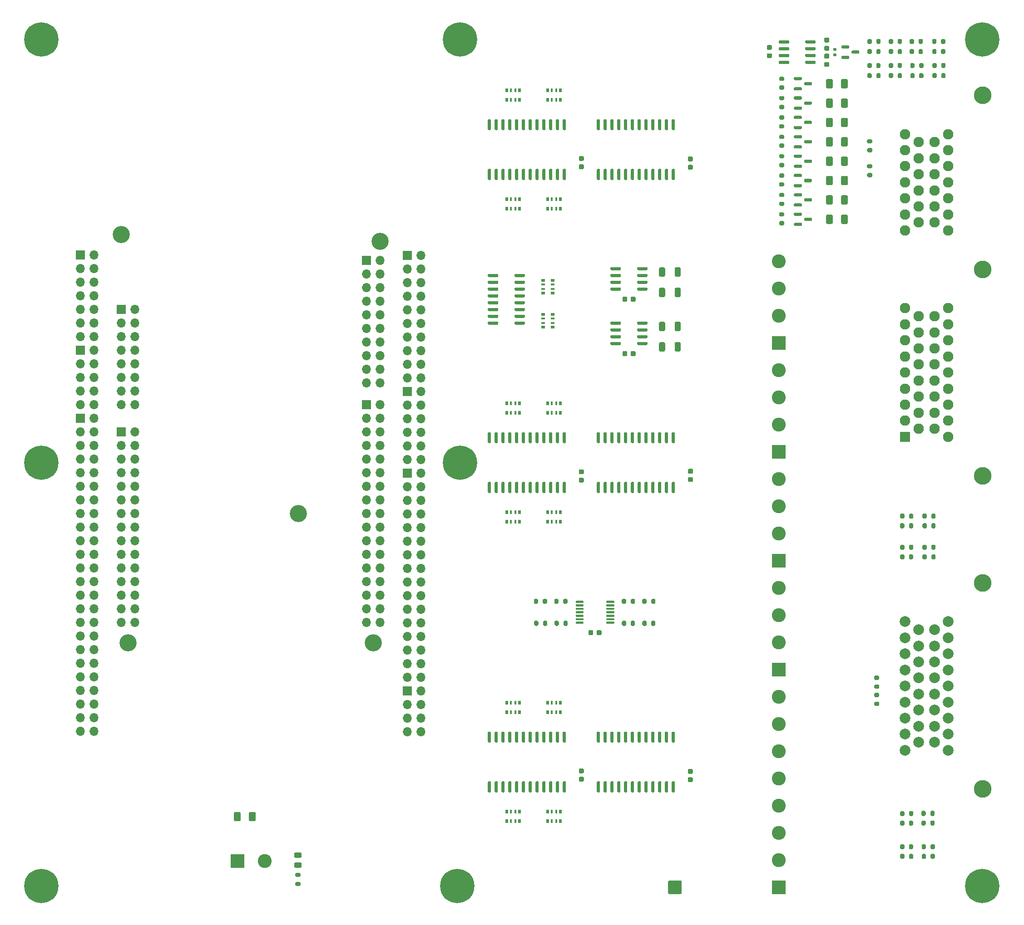
<source format=gts>
G75*
G70*
%OFA0B0*%
%FSLAX25Y25*%
%IPPOS*%
%LPD*%
%AMOC8*
5,1,8,0,0,1.08239X$1,22.5*
%
%ADD10C,0.03150*%
%ADD11C,0.25197*%
%ADD12R,0.07677X0.07677*%
%ADD13C,0.07677*%
%ADD14R,0.06693X0.06693*%
%ADD15O,0.06693X0.06693*%
%ADD16R,0.10236X0.10236*%
%ADD17C,0.10236*%
%ADD18R,0.01969X0.03150*%
%ADD19R,0.01575X0.03150*%
%ADD20R,0.03150X0.01969*%
%ADD21R,0.03150X0.01575*%
%ADD22C,0.07874*%
%ADD28C,0.12992*%
%ADD29C,0.12598*%
X0000000Y0000000D02*
%LPD*%
G01*
D10*
X0309449Y0013780D03*
X0312216Y0020461D03*
X0312216Y0007098D03*
X0318898Y0023228D03*
D11*
X0318898Y0013780D03*
D10*
X0318898Y0004331D03*
X0325579Y0020461D03*
X0325579Y0007098D03*
X0328346Y0013780D03*
G36*
G01*
X0653642Y0060925D02*
X0653642Y0058760D01*
G75*
G02*
X0652854Y0057972I-000787J0000000D01*
G01*
X0651280Y0057972D01*
G75*
G02*
X0650492Y0058760I0000000J0000787D01*
G01*
X0650492Y0060925D01*
G75*
G02*
X0651280Y0061713I0000787J0000000D01*
G01*
X0652854Y0061713D01*
G75*
G02*
X0653642Y0060925I0000000J-000787D01*
G01*
G37*
G36*
G01*
X0647146Y0060925D02*
X0647146Y0058760D01*
G75*
G02*
X0646358Y0057972I-000787J0000000D01*
G01*
X0644783Y0057972D01*
G75*
G02*
X0643996Y0058760I0000000J0000787D01*
G01*
X0643996Y0060925D01*
G75*
G02*
X0644783Y0061713I0000787J0000000D01*
G01*
X0646358Y0061713D01*
G75*
G02*
X0647146Y0060925I0000000J-000787D01*
G01*
G37*
G36*
G01*
X0589665Y0600689D02*
X0589665Y0605610D01*
G75*
G02*
X0590650Y0606594I0000984J0000000D01*
G01*
X0593602Y0606594D01*
G75*
G02*
X0594587Y0605610I0000000J-000984D01*
G01*
X0594587Y0600689D01*
G75*
G02*
X0593602Y0599705I-000984J0000000D01*
G01*
X0590650Y0599705D01*
G75*
G02*
X0589665Y0600689I0000000J0000984D01*
G01*
G37*
G36*
G01*
X0600689Y0600689D02*
X0600689Y0605610D01*
G75*
G02*
X0601673Y0606594I0000984J0000000D01*
G01*
X0604626Y0606594D01*
G75*
G02*
X0605610Y0605610I0000000J-000984D01*
G01*
X0605610Y0600689D01*
G75*
G02*
X0604626Y0599705I-000984J0000000D01*
G01*
X0601673Y0599705D01*
G75*
G02*
X0600689Y0600689I0000000J0000984D01*
G01*
G37*
D28*
X0704724Y0594685D03*
X0704724Y0466732D03*
X0704724Y0315157D03*
D12*
X0647638Y0343701D03*
D13*
X0647638Y0355512D03*
X0647638Y0367323D03*
X0647638Y0379134D03*
X0647638Y0390945D03*
X0647638Y0402756D03*
X0647638Y0414567D03*
X0647638Y0426378D03*
X0647638Y0438189D03*
X0657480Y0349606D03*
X0657480Y0361417D03*
X0657480Y0373228D03*
X0657480Y0385039D03*
X0657480Y0396850D03*
X0657480Y0408661D03*
X0657480Y0420472D03*
X0657480Y0432283D03*
X0669291Y0349606D03*
X0669291Y0361417D03*
X0669291Y0373228D03*
X0669291Y0385039D03*
X0669291Y0396850D03*
X0669291Y0408661D03*
X0669291Y0420472D03*
X0669291Y0432283D03*
X0679134Y0343701D03*
X0679134Y0355512D03*
X0679134Y0367323D03*
X0679134Y0379134D03*
X0679134Y0390945D03*
X0679134Y0402756D03*
X0679134Y0414567D03*
X0679134Y0426378D03*
X0679134Y0438189D03*
X0647638Y0495276D03*
X0647638Y0507087D03*
X0647638Y0518898D03*
X0647638Y0530709D03*
X0647638Y0542520D03*
X0647638Y0554331D03*
X0647638Y0566142D03*
X0657480Y0501181D03*
X0657480Y0512992D03*
X0657480Y0524803D03*
X0657480Y0536614D03*
X0657480Y0548425D03*
X0657480Y0560236D03*
X0669291Y0501181D03*
X0669291Y0512992D03*
X0669291Y0524803D03*
X0669291Y0536614D03*
X0669291Y0548425D03*
X0669291Y0560236D03*
X0679134Y0495276D03*
X0679134Y0507087D03*
X0679134Y0518898D03*
X0679134Y0530709D03*
X0679134Y0542520D03*
X0679134Y0554331D03*
X0679134Y0566142D03*
G36*
G01*
X0677362Y0617618D02*
X0677362Y0615453D01*
G75*
G02*
X0676575Y0614665I-000787J0000000D01*
G01*
X0675000Y0614665D01*
G75*
G02*
X0674213Y0615453I0000000J0000787D01*
G01*
X0674213Y0617618D01*
G75*
G02*
X0675000Y0618406I0000787J0000000D01*
G01*
X0676575Y0618406D01*
G75*
G02*
X0677362Y0617618I0000000J-000787D01*
G01*
G37*
G36*
G01*
X0670866Y0617618D02*
X0670866Y0615453D01*
G75*
G02*
X0670079Y0614665I-000787J0000000D01*
G01*
X0668504Y0614665D01*
G75*
G02*
X0667717Y0615453I0000000J0000787D01*
G01*
X0667717Y0617618D01*
G75*
G02*
X0668504Y0618406I0000787J0000000D01*
G01*
X0670079Y0618406D01*
G75*
G02*
X0670866Y0617618I0000000J-000787D01*
G01*
G37*
D14*
X0252323Y0473165D03*
D15*
X0262323Y0473165D03*
X0252323Y0463165D03*
X0262323Y0463165D03*
X0252323Y0453165D03*
X0262323Y0453165D03*
X0252323Y0443165D03*
X0262323Y0443165D03*
X0252323Y0433165D03*
X0262323Y0433165D03*
X0252323Y0423165D03*
X0262323Y0423165D03*
X0252323Y0413165D03*
X0262323Y0413165D03*
X0252323Y0403165D03*
X0262323Y0403165D03*
X0252323Y0393165D03*
X0262323Y0393165D03*
X0252323Y0383165D03*
X0262323Y0383165D03*
G36*
G01*
X0627953Y0158563D02*
X0625787Y0158563D01*
G75*
G02*
X0625000Y0159350I0000000J0000787D01*
G01*
X0625000Y0160925D01*
G75*
G02*
X0625787Y0161713I0000787J0000000D01*
G01*
X0627953Y0161713D01*
G75*
G02*
X0628740Y0160925I0000000J-000787D01*
G01*
X0628740Y0159350D01*
G75*
G02*
X0627953Y0158563I-000787J0000000D01*
G01*
G37*
G36*
G01*
X0627953Y0165059D02*
X0625787Y0165059D01*
G75*
G02*
X0625000Y0165846I0000000J0000787D01*
G01*
X0625000Y0167421D01*
G75*
G02*
X0625787Y0168209I0000787J0000000D01*
G01*
X0627953Y0168209D01*
G75*
G02*
X0628740Y0167421I0000000J-000787D01*
G01*
X0628740Y0165846D01*
G75*
G02*
X0627953Y0165059I-000787J0000000D01*
G01*
G37*
D14*
X0042323Y0357165D03*
D15*
X0052323Y0357165D03*
X0042323Y0347165D03*
X0052323Y0347165D03*
X0042323Y0337165D03*
X0052323Y0337165D03*
X0042323Y0327165D03*
X0052323Y0327165D03*
X0042323Y0317165D03*
X0052323Y0317165D03*
X0042323Y0307165D03*
X0052323Y0307165D03*
X0042323Y0297165D03*
X0052323Y0297165D03*
X0042323Y0287165D03*
X0052323Y0287165D03*
X0042323Y0277165D03*
X0052323Y0277165D03*
X0042323Y0267165D03*
X0052323Y0267165D03*
X0042323Y0257165D03*
X0052323Y0257165D03*
X0042323Y0247165D03*
X0052323Y0247165D03*
X0042323Y0237165D03*
X0052323Y0237165D03*
X0042323Y0227165D03*
X0052323Y0227165D03*
X0042323Y0217165D03*
X0052323Y0217165D03*
X0042323Y0207165D03*
X0052323Y0207165D03*
X0042323Y0197165D03*
X0052323Y0197165D03*
X0042323Y0187165D03*
X0052323Y0187165D03*
X0042323Y0177165D03*
X0052323Y0177165D03*
X0042323Y0167165D03*
X0052323Y0167165D03*
X0042323Y0157165D03*
X0052323Y0157165D03*
X0042323Y0147165D03*
X0052323Y0147165D03*
X0042323Y0137165D03*
X0052323Y0137165D03*
X0042323Y0127165D03*
X0052323Y0127165D03*
D16*
X0554823Y0252677D03*
D17*
X0554823Y0272677D03*
X0554823Y0292677D03*
X0554823Y0312677D03*
G36*
G01*
X0566093Y0577840D02*
X0566093Y0579021D01*
G75*
G02*
X0566683Y0579612I0000591J0000000D01*
G01*
X0571309Y0579612D01*
G75*
G02*
X0571900Y0579021I0000000J-000591D01*
G01*
X0571900Y0577840D01*
G75*
G02*
X0571309Y0577250I-000591J0000000D01*
G01*
X0566683Y0577250D01*
G75*
G02*
X0566093Y0577840I0000000J0000591D01*
G01*
G37*
G36*
G01*
X0573474Y0574100D02*
X0573474Y0575281D01*
G75*
G02*
X0574065Y0575872I0000591J0000000D01*
G01*
X0578691Y0575872D01*
G75*
G02*
X0579281Y0575281I0000000J-000591D01*
G01*
X0579281Y0574100D01*
G75*
G02*
X0578691Y0573510I-000591J0000000D01*
G01*
X0574065Y0573510D01*
G75*
G02*
X0573474Y0574100I0000000J0000591D01*
G01*
G37*
G36*
G01*
X0566093Y0570360D02*
X0566093Y0571541D01*
G75*
G02*
X0566683Y0572132I0000591J0000000D01*
G01*
X0571309Y0572132D01*
G75*
G02*
X0571900Y0571541I0000000J-000591D01*
G01*
X0571900Y0570360D01*
G75*
G02*
X0571309Y0569769I-000591J0000000D01*
G01*
X0566683Y0569769D01*
G75*
G02*
X0566093Y0570360I0000000J0000591D01*
G01*
G37*
G36*
G01*
X0203765Y0027067D02*
X0200172Y0027067D01*
G75*
G02*
X0199213Y0028027I0000000J0000960D01*
G01*
X0199213Y0029946D01*
G75*
G02*
X0200172Y0030906I0000960J0000000D01*
G01*
X0203765Y0030906D01*
G75*
G02*
X0204724Y0029946I0000000J-000960D01*
G01*
X0204724Y0028027D01*
G75*
G02*
X0203765Y0027067I-000960J0000000D01*
G01*
G37*
G36*
G01*
X0203765Y0034449D02*
X0200172Y0034449D01*
G75*
G02*
X0199213Y0035408I0000000J0000960D01*
G01*
X0199213Y0037328D01*
G75*
G02*
X0200172Y0038287I0000960J0000000D01*
G01*
X0203765Y0038287D01*
G75*
G02*
X0204724Y0037328I0000000J-000960D01*
G01*
X0204724Y0035408D01*
G75*
G02*
X0203765Y0034449I-000960J0000000D01*
G01*
G37*
G36*
G01*
X0653642Y0036516D02*
X0653642Y0034350D01*
G75*
G02*
X0652854Y0033563I-000787J0000000D01*
G01*
X0651280Y0033563D01*
G75*
G02*
X0650492Y0034350I0000000J0000787D01*
G01*
X0650492Y0036516D01*
G75*
G02*
X0651280Y0037303I0000787J0000000D01*
G01*
X0652854Y0037303D01*
G75*
G02*
X0653642Y0036516I0000000J-000787D01*
G01*
G37*
G36*
G01*
X0647146Y0036516D02*
X0647146Y0034350D01*
G75*
G02*
X0646358Y0033563I-000787J0000000D01*
G01*
X0644783Y0033563D01*
G75*
G02*
X0643996Y0034350I0000000J0000787D01*
G01*
X0643996Y0036516D01*
G75*
G02*
X0644783Y0037303I0000787J0000000D01*
G01*
X0646358Y0037303D01*
G75*
G02*
X0647146Y0036516I0000000J-000787D01*
G01*
G37*
D29*
X0262323Y0487165D03*
G36*
G01*
X0635728Y0633169D02*
X0635728Y0635335D01*
G75*
G02*
X0636516Y0636122I0000787J0000000D01*
G01*
X0638091Y0636122D01*
G75*
G02*
X0638878Y0635335I0000000J-000787D01*
G01*
X0638878Y0633169D01*
G75*
G02*
X0638091Y0632382I-000787J0000000D01*
G01*
X0636516Y0632382D01*
G75*
G02*
X0635728Y0633169I0000000J0000787D01*
G01*
G37*
G36*
G01*
X0642224Y0633169D02*
X0642224Y0635335D01*
G75*
G02*
X0643012Y0636122I0000787J0000000D01*
G01*
X0644587Y0636122D01*
G75*
G02*
X0645374Y0635335I0000000J-000787D01*
G01*
X0645374Y0633169D01*
G75*
G02*
X0644587Y0632382I-000787J0000000D01*
G01*
X0643012Y0632382D01*
G75*
G02*
X0642224Y0633169I0000000J0000787D01*
G01*
G37*
G36*
G01*
X0589665Y0543771D02*
X0589665Y0548692D01*
G75*
G02*
X0590650Y0549677I0000984J0000000D01*
G01*
X0593602Y0549677D01*
G75*
G02*
X0594587Y0548692I0000000J-000984D01*
G01*
X0594587Y0543771D01*
G75*
G02*
X0593602Y0542787I-000984J0000000D01*
G01*
X0590650Y0542787D01*
G75*
G02*
X0589665Y0543771I0000000J0000984D01*
G01*
G37*
G36*
G01*
X0600689Y0543771D02*
X0600689Y0548692D01*
G75*
G02*
X0601673Y0549677I0000984J0000000D01*
G01*
X0604626Y0549677D01*
G75*
G02*
X0605610Y0548692I0000000J-000984D01*
G01*
X0605610Y0543771D01*
G75*
G02*
X0604626Y0542787I-000984J0000000D01*
G01*
X0601673Y0542787D01*
G75*
G02*
X0600689Y0543771I0000000J0000984D01*
G01*
G37*
G36*
G01*
X0547047Y0631594D02*
X0549016Y0631594D01*
G75*
G02*
X0549902Y0630709I0000000J-000886D01*
G01*
X0549902Y0628937D01*
G75*
G02*
X0549016Y0628051I-000886J0000000D01*
G01*
X0547047Y0628051D01*
G75*
G02*
X0546161Y0628937I0000000J0000886D01*
G01*
X0546161Y0630709D01*
G75*
G02*
X0547047Y0631594I0000886J0000000D01*
G01*
G37*
G36*
G01*
X0547047Y0625492D02*
X0549016Y0625492D01*
G75*
G02*
X0549902Y0624606I0000000J-000886D01*
G01*
X0549902Y0622835D01*
G75*
G02*
X0549016Y0621949I-000886J0000000D01*
G01*
X0547047Y0621949D01*
G75*
G02*
X0546161Y0622835I0000000J0000886D01*
G01*
X0546161Y0624606D01*
G75*
G02*
X0547047Y0625492I0000886J0000000D01*
G01*
G37*
D16*
X0157500Y0032146D03*
D17*
X0177500Y0032146D03*
G36*
G01*
X0482972Y0467264D02*
X0482972Y0462343D01*
G75*
G02*
X0481988Y0461358I-000984J0000000D01*
G01*
X0479528Y0461358D01*
G75*
G02*
X0478543Y0462343I0000000J0000984D01*
G01*
X0478543Y0467264D01*
G75*
G02*
X0479528Y0468248I0000984J0000000D01*
G01*
X0481988Y0468248D01*
G75*
G02*
X0482972Y0467264I0000000J-000984D01*
G01*
G37*
G36*
G01*
X0471457Y0467264D02*
X0471457Y0462343D01*
G75*
G02*
X0470472Y0461358I-000984J0000000D01*
G01*
X0468012Y0461358D01*
G75*
G02*
X0467028Y0462343I0000000J0000984D01*
G01*
X0467028Y0467264D01*
G75*
G02*
X0468012Y0468248I0000984J0000000D01*
G01*
X0470472Y0468248D01*
G75*
G02*
X0471457Y0467264I0000000J-000984D01*
G01*
G37*
D18*
X0355276Y0061260D03*
D19*
X0358425Y0061260D03*
X0361575Y0061260D03*
D18*
X0364724Y0061260D03*
X0364724Y0068346D03*
D19*
X0361575Y0068346D03*
X0358425Y0068346D03*
D18*
X0355276Y0068346D03*
G36*
G01*
X0375354Y0205610D02*
X0375354Y0207776D01*
G75*
G02*
X0376142Y0208563I0000787J0000000D01*
G01*
X0377717Y0208563D01*
G75*
G02*
X0378504Y0207776I0000000J-000787D01*
G01*
X0378504Y0205610D01*
G75*
G02*
X0377717Y0204823I-000787J0000000D01*
G01*
X0376142Y0204823D01*
G75*
G02*
X0375354Y0205610I0000000J0000787D01*
G01*
G37*
G36*
G01*
X0381850Y0205610D02*
X0381850Y0207776D01*
G75*
G02*
X0382638Y0208563I0000787J0000000D01*
G01*
X0384213Y0208563D01*
G75*
G02*
X0385000Y0207776I0000000J-000787D01*
G01*
X0385000Y0205610D01*
G75*
G02*
X0384213Y0204823I-000787J0000000D01*
G01*
X0382638Y0204823D01*
G75*
G02*
X0381850Y0205610I0000000J0000787D01*
G01*
G37*
G36*
G01*
X0449823Y0445787D02*
X0449823Y0443819D01*
G75*
G02*
X0448937Y0442933I-000886J0000000D01*
G01*
X0447165Y0442933D01*
G75*
G02*
X0446280Y0443819I0000000J0000886D01*
G01*
X0446280Y0445787D01*
G75*
G02*
X0447165Y0446673I0000886J0000000D01*
G01*
X0448937Y0446673D01*
G75*
G02*
X0449823Y0445787I0000000J-000886D01*
G01*
G37*
G36*
G01*
X0443720Y0445787D02*
X0443720Y0443819D01*
G75*
G02*
X0442835Y0442933I-000886J0000000D01*
G01*
X0441063Y0442933D01*
G75*
G02*
X0440177Y0443819I0000000J0000886D01*
G01*
X0440177Y0445787D01*
G75*
G02*
X0441063Y0446673I0000886J0000000D01*
G01*
X0442835Y0446673D01*
G75*
G02*
X0443720Y0445787I0000000J-000886D01*
G01*
G37*
X0364724Y0148346D03*
D19*
X0361575Y0148346D03*
X0358425Y0148346D03*
D18*
X0355276Y0148346D03*
X0355276Y0141260D03*
D19*
X0358425Y0141260D03*
X0361575Y0141260D03*
D18*
X0364724Y0141260D03*
G36*
G01*
X0482972Y0412264D02*
X0482972Y0407343D01*
G75*
G02*
X0481988Y0406358I-000984J0000000D01*
G01*
X0479528Y0406358D01*
G75*
G02*
X0478543Y0407343I0000000J0000984D01*
G01*
X0478543Y0412264D01*
G75*
G02*
X0479528Y0413248I0000984J0000000D01*
G01*
X0481988Y0413248D01*
G75*
G02*
X0482972Y0412264I0000000J-000984D01*
G01*
G37*
G36*
G01*
X0471457Y0412264D02*
X0471457Y0407343D01*
G75*
G02*
X0470472Y0406358I-000984J0000000D01*
G01*
X0468012Y0406358D01*
G75*
G02*
X0467028Y0407343I0000000J0000984D01*
G01*
X0467028Y0412264D01*
G75*
G02*
X0468012Y0413248I0000984J0000000D01*
G01*
X0470472Y0413248D01*
G75*
G02*
X0471457Y0412264I0000000J-000984D01*
G01*
G37*
G36*
G01*
X0670079Y0279429D02*
X0670079Y0277264D01*
G75*
G02*
X0669291Y0276476I-000787J0000000D01*
G01*
X0667717Y0276476D01*
G75*
G02*
X0666929Y0277264I0000000J0000787D01*
G01*
X0666929Y0279429D01*
G75*
G02*
X0667717Y0280217I0000787J0000000D01*
G01*
X0669291Y0280217D01*
G75*
G02*
X0670079Y0279429I0000000J-000787D01*
G01*
G37*
G36*
G01*
X0663583Y0279429D02*
X0663583Y0277264D01*
G75*
G02*
X0662795Y0276476I-000787J0000000D01*
G01*
X0661220Y0276476D01*
G75*
G02*
X0660433Y0277264I0000000J0000787D01*
G01*
X0660433Y0279429D01*
G75*
G02*
X0661220Y0280217I0000787J0000000D01*
G01*
X0662795Y0280217D01*
G75*
G02*
X0663583Y0279429I0000000J-000787D01*
G01*
G37*
D14*
X0072323Y0347165D03*
D15*
X0082323Y0347165D03*
X0072323Y0337165D03*
X0082323Y0337165D03*
X0072323Y0327165D03*
X0082323Y0327165D03*
X0072323Y0317165D03*
X0082323Y0317165D03*
X0072323Y0307165D03*
X0082323Y0307165D03*
X0072323Y0297165D03*
X0082323Y0297165D03*
X0072323Y0287165D03*
X0082323Y0287165D03*
X0072323Y0277165D03*
X0082323Y0277165D03*
X0072323Y0267165D03*
X0082323Y0267165D03*
X0072323Y0257165D03*
X0082323Y0257165D03*
X0072323Y0247165D03*
X0082323Y0247165D03*
X0072323Y0237165D03*
X0082323Y0237165D03*
X0072323Y0227165D03*
X0082323Y0227165D03*
X0072323Y0217165D03*
X0082323Y0217165D03*
X0072323Y0207165D03*
X0082323Y0207165D03*
G36*
G01*
X0405827Y0222087D02*
X0405827Y0222874D01*
G75*
G02*
X0406220Y0223268I0000394J0000000D01*
G01*
X0411240Y0223268D01*
G75*
G02*
X0411634Y0222874I0000000J-000394D01*
G01*
X0411634Y0222087D01*
G75*
G02*
X0411240Y0221693I-000394J0000000D01*
G01*
X0406220Y0221693D01*
G75*
G02*
X0405827Y0222087I0000000J0000394D01*
G01*
G37*
G36*
G01*
X0405827Y0219528D02*
X0405827Y0220315D01*
G75*
G02*
X0406220Y0220709I0000394J0000000D01*
G01*
X0411240Y0220709D01*
G75*
G02*
X0411634Y0220315I0000000J-000394D01*
G01*
X0411634Y0219528D01*
G75*
G02*
X0411240Y0219134I-000394J0000000D01*
G01*
X0406220Y0219134D01*
G75*
G02*
X0405827Y0219528I0000000J0000394D01*
G01*
G37*
G36*
G01*
X0405827Y0216969D02*
X0405827Y0217756D01*
G75*
G02*
X0406220Y0218150I0000394J0000000D01*
G01*
X0411240Y0218150D01*
G75*
G02*
X0411634Y0217756I0000000J-000394D01*
G01*
X0411634Y0216969D01*
G75*
G02*
X0411240Y0216575I-000394J0000000D01*
G01*
X0406220Y0216575D01*
G75*
G02*
X0405827Y0216969I0000000J0000394D01*
G01*
G37*
G36*
G01*
X0405827Y0214409D02*
X0405827Y0215197D01*
G75*
G02*
X0406220Y0215591I0000394J0000000D01*
G01*
X0411240Y0215591D01*
G75*
G02*
X0411634Y0215197I0000000J-000394D01*
G01*
X0411634Y0214409D01*
G75*
G02*
X0411240Y0214016I-000394J0000000D01*
G01*
X0406220Y0214016D01*
G75*
G02*
X0405827Y0214409I0000000J0000394D01*
G01*
G37*
G36*
G01*
X0405827Y0211850D02*
X0405827Y0212638D01*
G75*
G02*
X0406220Y0213031I0000394J0000000D01*
G01*
X0411240Y0213031D01*
G75*
G02*
X0411634Y0212638I0000000J-000394D01*
G01*
X0411634Y0211850D01*
G75*
G02*
X0411240Y0211457I-000394J0000000D01*
G01*
X0406220Y0211457D01*
G75*
G02*
X0405827Y0211850I0000000J0000394D01*
G01*
G37*
G36*
G01*
X0405827Y0209291D02*
X0405827Y0210079D01*
G75*
G02*
X0406220Y0210472I0000394J0000000D01*
G01*
X0411240Y0210472D01*
G75*
G02*
X0411634Y0210079I0000000J-000394D01*
G01*
X0411634Y0209291D01*
G75*
G02*
X0411240Y0208898I-000394J0000000D01*
G01*
X0406220Y0208898D01*
G75*
G02*
X0405827Y0209291I0000000J0000394D01*
G01*
G37*
G36*
G01*
X0405827Y0206732D02*
X0405827Y0207520D01*
G75*
G02*
X0406220Y0207913I0000394J0000000D01*
G01*
X0411240Y0207913D01*
G75*
G02*
X0411634Y0207520I0000000J-000394D01*
G01*
X0411634Y0206732D01*
G75*
G02*
X0411240Y0206339I-000394J0000000D01*
G01*
X0406220Y0206339D01*
G75*
G02*
X0405827Y0206732I0000000J0000394D01*
G01*
G37*
G36*
G01*
X0428366Y0206732D02*
X0428366Y0207520D01*
G75*
G02*
X0428760Y0207913I0000394J0000000D01*
G01*
X0433780Y0207913D01*
G75*
G02*
X0434173Y0207520I0000000J-000394D01*
G01*
X0434173Y0206732D01*
G75*
G02*
X0433780Y0206339I-000394J0000000D01*
G01*
X0428760Y0206339D01*
G75*
G02*
X0428366Y0206732I0000000J0000394D01*
G01*
G37*
G36*
G01*
X0428366Y0209291D02*
X0428366Y0210079D01*
G75*
G02*
X0428760Y0210472I0000394J0000000D01*
G01*
X0433780Y0210472D01*
G75*
G02*
X0434173Y0210079I0000000J-000394D01*
G01*
X0434173Y0209291D01*
G75*
G02*
X0433780Y0208898I-000394J0000000D01*
G01*
X0428760Y0208898D01*
G75*
G02*
X0428366Y0209291I0000000J0000394D01*
G01*
G37*
G36*
G01*
X0428366Y0211850D02*
X0428366Y0212638D01*
G75*
G02*
X0428760Y0213031I0000394J0000000D01*
G01*
X0433780Y0213031D01*
G75*
G02*
X0434173Y0212638I0000000J-000394D01*
G01*
X0434173Y0211850D01*
G75*
G02*
X0433780Y0211457I-000394J0000000D01*
G01*
X0428760Y0211457D01*
G75*
G02*
X0428366Y0211850I0000000J0000394D01*
G01*
G37*
G36*
G01*
X0428366Y0214409D02*
X0428366Y0215197D01*
G75*
G02*
X0428760Y0215591I0000394J0000000D01*
G01*
X0433780Y0215591D01*
G75*
G02*
X0434173Y0215197I0000000J-000394D01*
G01*
X0434173Y0214409D01*
G75*
G02*
X0433780Y0214016I-000394J0000000D01*
G01*
X0428760Y0214016D01*
G75*
G02*
X0428366Y0214409I0000000J0000394D01*
G01*
G37*
G36*
G01*
X0428366Y0216969D02*
X0428366Y0217756D01*
G75*
G02*
X0428760Y0218150I0000394J0000000D01*
G01*
X0433780Y0218150D01*
G75*
G02*
X0434173Y0217756I0000000J-000394D01*
G01*
X0434173Y0216969D01*
G75*
G02*
X0433780Y0216575I-000394J0000000D01*
G01*
X0428760Y0216575D01*
G75*
G02*
X0428366Y0216969I0000000J0000394D01*
G01*
G37*
G36*
G01*
X0428366Y0219528D02*
X0428366Y0220315D01*
G75*
G02*
X0428760Y0220709I0000394J0000000D01*
G01*
X0433780Y0220709D01*
G75*
G02*
X0434173Y0220315I0000000J-000394D01*
G01*
X0434173Y0219528D01*
G75*
G02*
X0433780Y0219134I-000394J0000000D01*
G01*
X0428760Y0219134D01*
G75*
G02*
X0428366Y0219528I0000000J0000394D01*
G01*
G37*
G36*
G01*
X0428366Y0222087D02*
X0428366Y0222874D01*
G75*
G02*
X0428760Y0223268I0000394J0000000D01*
G01*
X0433780Y0223268D01*
G75*
G02*
X0434173Y0222874I0000000J-000394D01*
G01*
X0434173Y0222087D01*
G75*
G02*
X0433780Y0221693I-000394J0000000D01*
G01*
X0428760Y0221693D01*
G75*
G02*
X0428366Y0222087I0000000J0000394D01*
G01*
G37*
G36*
G01*
X0600886Y0629528D02*
X0600886Y0630709D01*
G75*
G02*
X0601476Y0631299I0000591J0000000D01*
G01*
X0606102Y0631299D01*
G75*
G02*
X0606693Y0630709I0000000J-000591D01*
G01*
X0606693Y0629528D01*
G75*
G02*
X0606102Y0628937I-000591J0000000D01*
G01*
X0601476Y0628937D01*
G75*
G02*
X0600886Y0629528I0000000J0000591D01*
G01*
G37*
G36*
G01*
X0600886Y0622047D02*
X0600886Y0623228D01*
G75*
G02*
X0601476Y0623819I0000591J0000000D01*
G01*
X0606102Y0623819D01*
G75*
G02*
X0606693Y0623228I0000000J-000591D01*
G01*
X0606693Y0622047D01*
G75*
G02*
X0606102Y0621457I-000591J0000000D01*
G01*
X0601476Y0621457D01*
G75*
G02*
X0600886Y0622047I0000000J0000591D01*
G01*
G37*
G36*
G01*
X0608268Y0625787D02*
X0608268Y0626969D01*
G75*
G02*
X0608858Y0627559I0000591J0000000D01*
G01*
X0613484Y0627559D01*
G75*
G02*
X0614075Y0626969I0000000J-000591D01*
G01*
X0614075Y0625787D01*
G75*
G02*
X0613484Y0625197I-000591J0000000D01*
G01*
X0608858Y0625197D01*
G75*
G02*
X0608268Y0625787I0000000J0000591D01*
G01*
G37*
D14*
X0282323Y0317087D03*
D15*
X0292323Y0317087D03*
X0282323Y0307087D03*
X0292323Y0307087D03*
X0282323Y0297087D03*
X0292323Y0297087D03*
X0282323Y0287087D03*
X0292323Y0287087D03*
X0282323Y0277087D03*
X0292323Y0277087D03*
X0282323Y0267087D03*
X0292323Y0267087D03*
X0282323Y0257087D03*
X0292323Y0257087D03*
X0282323Y0247087D03*
X0292323Y0247087D03*
X0282323Y0237087D03*
X0292323Y0237087D03*
X0282323Y0227087D03*
X0292323Y0227087D03*
X0282323Y0217087D03*
X0292323Y0217087D03*
X0282323Y0207087D03*
X0292323Y0207087D03*
X0282323Y0197087D03*
X0292323Y0197087D03*
X0282323Y0187087D03*
X0292323Y0187087D03*
X0282323Y0177087D03*
X0292323Y0177087D03*
X0282323Y0167087D03*
X0292323Y0167087D03*
G36*
G01*
X0170965Y0067106D02*
X0170965Y0062185D01*
G75*
G02*
X0169980Y0061201I-000984J0000000D01*
G01*
X0167028Y0061201D01*
G75*
G02*
X0166043Y0062185I0000000J0000984D01*
G01*
X0166043Y0067106D01*
G75*
G02*
X0167028Y0068091I0000984J0000000D01*
G01*
X0169980Y0068091D01*
G75*
G02*
X0170965Y0067106I0000000J-000984D01*
G01*
G37*
G36*
G01*
X0159941Y0067106D02*
X0159941Y0062185D01*
G75*
G02*
X0158957Y0061201I-000984J0000000D01*
G01*
X0156004Y0061201D01*
G75*
G02*
X0155020Y0062185I0000000J0000984D01*
G01*
X0155020Y0067106D01*
G75*
G02*
X0156004Y0068091I0000984J0000000D01*
G01*
X0158957Y0068091D01*
G75*
G02*
X0159941Y0067106I0000000J-000984D01*
G01*
G37*
G36*
G01*
X0464409Y0223917D02*
X0464409Y0221752D01*
G75*
G02*
X0463622Y0220965I-000787J0000000D01*
G01*
X0462047Y0220965D01*
G75*
G02*
X0461260Y0221752I0000000J0000787D01*
G01*
X0461260Y0223917D01*
G75*
G02*
X0462047Y0224705I0000787J0000000D01*
G01*
X0463622Y0224705D01*
G75*
G02*
X0464409Y0223917I0000000J-000787D01*
G01*
G37*
G36*
G01*
X0457913Y0223917D02*
X0457913Y0221752D01*
G75*
G02*
X0457126Y0220965I-000787J0000000D01*
G01*
X0455551Y0220965D01*
G75*
G02*
X0454764Y0221752I0000000J0000787D01*
G01*
X0454764Y0223917D01*
G75*
G02*
X0455551Y0224705I0000787J0000000D01*
G01*
X0457126Y0224705D01*
G75*
G02*
X0457913Y0223917I0000000J-000787D01*
G01*
G37*
D29*
X0257323Y0192165D03*
G36*
G01*
X0619980Y0625689D02*
X0619980Y0627854D01*
G75*
G02*
X0620768Y0628642I0000787J0000000D01*
G01*
X0622343Y0628642D01*
G75*
G02*
X0623130Y0627854I0000000J-000787D01*
G01*
X0623130Y0625689D01*
G75*
G02*
X0622343Y0624902I-000787J0000000D01*
G01*
X0620768Y0624902D01*
G75*
G02*
X0619980Y0625689I0000000J0000787D01*
G01*
G37*
G36*
G01*
X0626476Y0625689D02*
X0626476Y0627854D01*
G75*
G02*
X0627264Y0628642I0000787J0000000D01*
G01*
X0628839Y0628642D01*
G75*
G02*
X0629626Y0627854I0000000J-000787D01*
G01*
X0629626Y0625689D01*
G75*
G02*
X0628839Y0624902I-000787J0000000D01*
G01*
X0627264Y0624902D01*
G75*
G02*
X0626476Y0625689I0000000J0000787D01*
G01*
G37*
G36*
G01*
X0660433Y0254429D02*
X0660433Y0256594D01*
G75*
G02*
X0661220Y0257382I0000787J0000000D01*
G01*
X0662795Y0257382D01*
G75*
G02*
X0663583Y0256594I0000000J-000787D01*
G01*
X0663583Y0254429D01*
G75*
G02*
X0662795Y0253642I-000787J0000000D01*
G01*
X0661220Y0253642D01*
G75*
G02*
X0660433Y0254429I0000000J0000787D01*
G01*
G37*
G36*
G01*
X0666929Y0254429D02*
X0666929Y0256594D01*
G75*
G02*
X0667717Y0257382I0000787J0000000D01*
G01*
X0669291Y0257382D01*
G75*
G02*
X0670079Y0256594I0000000J-000787D01*
G01*
X0670079Y0254429D01*
G75*
G02*
X0669291Y0253642I-000787J0000000D01*
G01*
X0667717Y0253642D01*
G75*
G02*
X0666929Y0254429I0000000J0000787D01*
G01*
G37*
G36*
G01*
X0566093Y0563611D02*
X0566093Y0564792D01*
G75*
G02*
X0566683Y0565382I0000591J0000000D01*
G01*
X0571309Y0565382D01*
G75*
G02*
X0571900Y0564792I0000000J-000591D01*
G01*
X0571900Y0563611D01*
G75*
G02*
X0571309Y0563020I-000591J0000000D01*
G01*
X0566683Y0563020D01*
G75*
G02*
X0566093Y0563611I0000000J0000591D01*
G01*
G37*
G36*
G01*
X0573474Y0559871D02*
X0573474Y0561052D01*
G75*
G02*
X0574065Y0561642I0000591J0000000D01*
G01*
X0578691Y0561642D01*
G75*
G02*
X0579281Y0561052I0000000J-000591D01*
G01*
X0579281Y0559871D01*
G75*
G02*
X0578691Y0559280I-000591J0000000D01*
G01*
X0574065Y0559280D01*
G75*
G02*
X0573474Y0559871I0000000J0000591D01*
G01*
G37*
G36*
G01*
X0566093Y0556130D02*
X0566093Y0557312D01*
G75*
G02*
X0566683Y0557902I0000591J0000000D01*
G01*
X0571309Y0557902D01*
G75*
G02*
X0571900Y0557312I0000000J-000591D01*
G01*
X0571900Y0556130D01*
G75*
G02*
X0571309Y0555540I-000591J0000000D01*
G01*
X0566683Y0555540D01*
G75*
G02*
X0566093Y0556130I0000000J0000591D01*
G01*
G37*
D10*
X0311417Y0324803D03*
X0314185Y0331484D03*
X0314185Y0318122D03*
X0320866Y0334252D03*
D11*
X0320866Y0324803D03*
D10*
X0320866Y0315354D03*
X0327547Y0331484D03*
X0327547Y0318122D03*
X0330315Y0324803D03*
D14*
X0072323Y0437165D03*
D15*
X0082323Y0437165D03*
X0072323Y0427165D03*
X0082323Y0427165D03*
X0072323Y0417165D03*
X0082323Y0417165D03*
X0072323Y0407165D03*
X0082323Y0407165D03*
X0072323Y0397165D03*
X0082323Y0397165D03*
X0072323Y0387165D03*
X0082323Y0387165D03*
X0072323Y0377165D03*
X0082323Y0377165D03*
X0072323Y0367165D03*
X0082323Y0367165D03*
G36*
G01*
X0659646Y0065945D02*
X0659646Y0068110D01*
G75*
G02*
X0660433Y0068898I0000787J0000000D01*
G01*
X0662008Y0068898D01*
G75*
G02*
X0662795Y0068110I0000000J-000787D01*
G01*
X0662795Y0065945D01*
G75*
G02*
X0662008Y0065157I-000787J0000000D01*
G01*
X0660433Y0065157D01*
G75*
G02*
X0659646Y0065945I0000000J0000787D01*
G01*
G37*
G36*
G01*
X0666142Y0065945D02*
X0666142Y0068110D01*
G75*
G02*
X0666929Y0068898I0000787J0000000D01*
G01*
X0668504Y0068898D01*
G75*
G02*
X0669291Y0068110I0000000J-000787D01*
G01*
X0669291Y0065945D01*
G75*
G02*
X0668504Y0065157I-000787J0000000D01*
G01*
X0666929Y0065157D01*
G75*
G02*
X0666142Y0065945I0000000J0000787D01*
G01*
G37*
G36*
G01*
X0558169Y0541803D02*
X0556004Y0541803D01*
G75*
G02*
X0555217Y0542590I0000000J0000787D01*
G01*
X0555217Y0544165D01*
G75*
G02*
X0556004Y0544952I0000787J0000000D01*
G01*
X0558169Y0544952D01*
G75*
G02*
X0558957Y0544165I0000000J-000787D01*
G01*
X0558957Y0542590D01*
G75*
G02*
X0558169Y0541803I-000787J0000000D01*
G01*
G37*
G36*
G01*
X0558169Y0548299D02*
X0556004Y0548299D01*
G75*
G02*
X0555217Y0549086I0000000J0000787D01*
G01*
X0555217Y0550661D01*
G75*
G02*
X0556004Y0551448I0000787J0000000D01*
G01*
X0558169Y0551448D01*
G75*
G02*
X0558957Y0550661I0000000J-000787D01*
G01*
X0558957Y0549086D01*
G75*
G02*
X0558169Y0548299I-000787J0000000D01*
G01*
G37*
D16*
X0554823Y0332677D03*
D17*
X0554823Y0352677D03*
X0554823Y0372677D03*
X0554823Y0392677D03*
G36*
G01*
X0449823Y0405787D02*
X0449823Y0403819D01*
G75*
G02*
X0448937Y0402933I-000886J0000000D01*
G01*
X0447165Y0402933D01*
G75*
G02*
X0446280Y0403819I0000000J0000886D01*
G01*
X0446280Y0405787D01*
G75*
G02*
X0447165Y0406673I0000886J0000000D01*
G01*
X0448937Y0406673D01*
G75*
G02*
X0449823Y0405787I0000000J-000886D01*
G01*
G37*
G36*
G01*
X0443720Y0405787D02*
X0443720Y0403819D01*
G75*
G02*
X0442835Y0402933I-000886J0000000D01*
G01*
X0441063Y0402933D01*
G75*
G02*
X0440177Y0403819I0000000J0000886D01*
G01*
X0440177Y0405787D01*
G75*
G02*
X0441063Y0406673I0000886J0000000D01*
G01*
X0442835Y0406673D01*
G75*
G02*
X0443720Y0405787I0000000J-000886D01*
G01*
G37*
D16*
X0554823Y0412677D03*
D17*
X0554823Y0432677D03*
X0554823Y0452677D03*
X0554823Y0472677D03*
G36*
G01*
X0619980Y0615453D02*
X0619980Y0617618D01*
G75*
G02*
X0620768Y0618406I0000787J0000000D01*
G01*
X0622343Y0618406D01*
G75*
G02*
X0623130Y0617618I0000000J-000787D01*
G01*
X0623130Y0615453D01*
G75*
G02*
X0622343Y0614665I-000787J0000000D01*
G01*
X0620768Y0614665D01*
G75*
G02*
X0619980Y0615453I0000000J0000787D01*
G01*
G37*
G36*
G01*
X0626476Y0615453D02*
X0626476Y0617618D01*
G75*
G02*
X0627264Y0618406I0000787J0000000D01*
G01*
X0628839Y0618406D01*
G75*
G02*
X0629626Y0617618I0000000J-000787D01*
G01*
X0629626Y0615453D01*
G75*
G02*
X0628839Y0614665I-000787J0000000D01*
G01*
X0627264Y0614665D01*
G75*
G02*
X0626476Y0615453I0000000J0000787D01*
G01*
G37*
G36*
G01*
X0489016Y0549626D02*
X0490984Y0549626D01*
G75*
G02*
X0491870Y0548740I0000000J-000886D01*
G01*
X0491870Y0546969D01*
G75*
G02*
X0490984Y0546083I-000886J0000000D01*
G01*
X0489016Y0546083D01*
G75*
G02*
X0488130Y0546969I0000000J0000886D01*
G01*
X0488130Y0548740D01*
G75*
G02*
X0489016Y0549626I0000886J0000000D01*
G01*
G37*
G36*
G01*
X0489016Y0543524D02*
X0490984Y0543524D01*
G75*
G02*
X0491870Y0542638I0000000J-000886D01*
G01*
X0491870Y0540866D01*
G75*
G02*
X0490984Y0539980I-000886J0000000D01*
G01*
X0489016Y0539980D01*
G75*
G02*
X0488130Y0540866I0000000J0000886D01*
G01*
X0488130Y0542638D01*
G75*
G02*
X0489016Y0543524I0000886J0000000D01*
G01*
G37*
G36*
G01*
X0554921Y0633287D02*
X0554921Y0634469D01*
G75*
G02*
X0555512Y0635059I0000591J0000000D01*
G01*
X0562008Y0635059D01*
G75*
G02*
X0562598Y0634469I0000000J-000591D01*
G01*
X0562598Y0633287D01*
G75*
G02*
X0562008Y0632697I-000591J0000000D01*
G01*
X0555512Y0632697D01*
G75*
G02*
X0554921Y0633287I0000000J0000591D01*
G01*
G37*
G36*
G01*
X0554921Y0628287D02*
X0554921Y0629469D01*
G75*
G02*
X0555512Y0630059I0000591J0000000D01*
G01*
X0562008Y0630059D01*
G75*
G02*
X0562598Y0629469I0000000J-000591D01*
G01*
X0562598Y0628287D01*
G75*
G02*
X0562008Y0627697I-000591J0000000D01*
G01*
X0555512Y0627697D01*
G75*
G02*
X0554921Y0628287I0000000J0000591D01*
G01*
G37*
G36*
G01*
X0554921Y0623287D02*
X0554921Y0624469D01*
G75*
G02*
X0555512Y0625059I0000591J0000000D01*
G01*
X0562008Y0625059D01*
G75*
G02*
X0562598Y0624469I0000000J-000591D01*
G01*
X0562598Y0623287D01*
G75*
G02*
X0562008Y0622697I-000591J0000000D01*
G01*
X0555512Y0622697D01*
G75*
G02*
X0554921Y0623287I0000000J0000591D01*
G01*
G37*
G36*
G01*
X0554921Y0618287D02*
X0554921Y0619469D01*
G75*
G02*
X0555512Y0620059I0000591J0000000D01*
G01*
X0562008Y0620059D01*
G75*
G02*
X0562598Y0619469I0000000J-000591D01*
G01*
X0562598Y0618287D01*
G75*
G02*
X0562008Y0617697I-000591J0000000D01*
G01*
X0555512Y0617697D01*
G75*
G02*
X0554921Y0618287I0000000J0000591D01*
G01*
G37*
G36*
G01*
X0574409Y0618287D02*
X0574409Y0619469D01*
G75*
G02*
X0575000Y0620059I0000591J0000000D01*
G01*
X0581496Y0620059D01*
G75*
G02*
X0582087Y0619469I0000000J-000591D01*
G01*
X0582087Y0618287D01*
G75*
G02*
X0581496Y0617697I-000591J0000000D01*
G01*
X0575000Y0617697D01*
G75*
G02*
X0574409Y0618287I0000000J0000591D01*
G01*
G37*
G36*
G01*
X0574409Y0623287D02*
X0574409Y0624469D01*
G75*
G02*
X0575000Y0625059I0000591J0000000D01*
G01*
X0581496Y0625059D01*
G75*
G02*
X0582087Y0624469I0000000J-000591D01*
G01*
X0582087Y0623287D01*
G75*
G02*
X0581496Y0622697I-000591J0000000D01*
G01*
X0575000Y0622697D01*
G75*
G02*
X0574409Y0623287I0000000J0000591D01*
G01*
G37*
G36*
G01*
X0574409Y0628287D02*
X0574409Y0629469D01*
G75*
G02*
X0575000Y0630059I0000591J0000000D01*
G01*
X0581496Y0630059D01*
G75*
G02*
X0582087Y0629469I0000000J-000591D01*
G01*
X0582087Y0628287D01*
G75*
G02*
X0581496Y0627697I-000591J0000000D01*
G01*
X0575000Y0627697D01*
G75*
G02*
X0574409Y0628287I0000000J0000591D01*
G01*
G37*
G36*
G01*
X0574409Y0633287D02*
X0574409Y0634469D01*
G75*
G02*
X0575000Y0635059I0000591J0000000D01*
G01*
X0581496Y0635059D01*
G75*
G02*
X0582087Y0634469I0000000J-000591D01*
G01*
X0582087Y0633287D01*
G75*
G02*
X0581496Y0632697I-000591J0000000D01*
G01*
X0575000Y0632697D01*
G75*
G02*
X0574409Y0633287I0000000J0000591D01*
G01*
G37*
D16*
X0554823Y0012677D03*
D17*
X0554823Y0032677D03*
X0554823Y0052677D03*
X0554823Y0072677D03*
X0554823Y0092677D03*
X0554823Y0112677D03*
X0554823Y0132677D03*
X0554823Y0152677D03*
G36*
G01*
X0375177Y0221752D02*
X0375177Y0223917D01*
G75*
G02*
X0375965Y0224705I0000787J0000000D01*
G01*
X0377539Y0224705D01*
G75*
G02*
X0378327Y0223917I0000000J-000787D01*
G01*
X0378327Y0221752D01*
G75*
G02*
X0377539Y0220965I-000787J0000000D01*
G01*
X0375965Y0220965D01*
G75*
G02*
X0375177Y0221752I0000000J0000787D01*
G01*
G37*
G36*
G01*
X0381673Y0221752D02*
X0381673Y0223917D01*
G75*
G02*
X0382461Y0224705I0000787J0000000D01*
G01*
X0384035Y0224705D01*
G75*
G02*
X0384823Y0223917I0000000J-000787D01*
G01*
X0384823Y0221752D01*
G75*
G02*
X0384035Y0220965I-000787J0000000D01*
G01*
X0382461Y0220965D01*
G75*
G02*
X0381673Y0221752I0000000J0000787D01*
G01*
G37*
G36*
G01*
X0627953Y0145965D02*
X0625787Y0145965D01*
G75*
G02*
X0625000Y0146752I0000000J0000787D01*
G01*
X0625000Y0148327D01*
G75*
G02*
X0625787Y0149114I0000787J0000000D01*
G01*
X0627953Y0149114D01*
G75*
G02*
X0628740Y0148327I0000000J-000787D01*
G01*
X0628740Y0146752D01*
G75*
G02*
X0627953Y0145965I-000787J0000000D01*
G01*
G37*
G36*
G01*
X0627953Y0152461D02*
X0625787Y0152461D01*
G75*
G02*
X0625000Y0153248I0000000J0000787D01*
G01*
X0625000Y0154823D01*
G75*
G02*
X0625787Y0155610I0000787J0000000D01*
G01*
X0627953Y0155610D01*
G75*
G02*
X0628740Y0154823I0000000J-000787D01*
G01*
X0628740Y0153248D01*
G75*
G02*
X0627953Y0152461I-000787J0000000D01*
G01*
G37*
D10*
X0694938Y0013780D03*
X0697705Y0020461D03*
X0697705Y0007098D03*
X0704387Y0023228D03*
D11*
X0704387Y0013780D03*
D10*
X0704387Y0004331D03*
X0711068Y0020461D03*
X0711068Y0007098D03*
X0713835Y0013780D03*
G36*
G01*
X0476909Y0577146D02*
X0478091Y0577146D01*
G75*
G02*
X0478681Y0576555I0000000J-000591D01*
G01*
X0478681Y0569665D01*
G75*
G02*
X0478091Y0569075I-000591J0000000D01*
G01*
X0476909Y0569075D01*
G75*
G02*
X0476319Y0569665I0000000J0000591D01*
G01*
X0476319Y0576555D01*
G75*
G02*
X0476909Y0577146I0000591J0000000D01*
G01*
G37*
G36*
G01*
X0471909Y0577146D02*
X0473091Y0577146D01*
G75*
G02*
X0473681Y0576555I0000000J-000591D01*
G01*
X0473681Y0569665D01*
G75*
G02*
X0473091Y0569075I-000591J0000000D01*
G01*
X0471909Y0569075D01*
G75*
G02*
X0471319Y0569665I0000000J0000591D01*
G01*
X0471319Y0576555D01*
G75*
G02*
X0471909Y0577146I0000591J0000000D01*
G01*
G37*
G36*
G01*
X0466909Y0577146D02*
X0468091Y0577146D01*
G75*
G02*
X0468681Y0576555I0000000J-000591D01*
G01*
X0468681Y0569665D01*
G75*
G02*
X0468091Y0569075I-000591J0000000D01*
G01*
X0466909Y0569075D01*
G75*
G02*
X0466319Y0569665I0000000J0000591D01*
G01*
X0466319Y0576555D01*
G75*
G02*
X0466909Y0577146I0000591J0000000D01*
G01*
G37*
G36*
G01*
X0461909Y0577146D02*
X0463091Y0577146D01*
G75*
G02*
X0463681Y0576555I0000000J-000591D01*
G01*
X0463681Y0569665D01*
G75*
G02*
X0463091Y0569075I-000591J0000000D01*
G01*
X0461909Y0569075D01*
G75*
G02*
X0461319Y0569665I0000000J0000591D01*
G01*
X0461319Y0576555D01*
G75*
G02*
X0461909Y0577146I0000591J0000000D01*
G01*
G37*
G36*
G01*
X0456909Y0577146D02*
X0458091Y0577146D01*
G75*
G02*
X0458681Y0576555I0000000J-000591D01*
G01*
X0458681Y0569665D01*
G75*
G02*
X0458091Y0569075I-000591J0000000D01*
G01*
X0456909Y0569075D01*
G75*
G02*
X0456319Y0569665I0000000J0000591D01*
G01*
X0456319Y0576555D01*
G75*
G02*
X0456909Y0577146I0000591J0000000D01*
G01*
G37*
G36*
G01*
X0451909Y0577146D02*
X0453091Y0577146D01*
G75*
G02*
X0453681Y0576555I0000000J-000591D01*
G01*
X0453681Y0569665D01*
G75*
G02*
X0453091Y0569075I-000591J0000000D01*
G01*
X0451909Y0569075D01*
G75*
G02*
X0451319Y0569665I0000000J0000591D01*
G01*
X0451319Y0576555D01*
G75*
G02*
X0451909Y0577146I0000591J0000000D01*
G01*
G37*
G36*
G01*
X0446909Y0577146D02*
X0448091Y0577146D01*
G75*
G02*
X0448681Y0576555I0000000J-000591D01*
G01*
X0448681Y0569665D01*
G75*
G02*
X0448091Y0569075I-000591J0000000D01*
G01*
X0446909Y0569075D01*
G75*
G02*
X0446319Y0569665I0000000J0000591D01*
G01*
X0446319Y0576555D01*
G75*
G02*
X0446909Y0577146I0000591J0000000D01*
G01*
G37*
G36*
G01*
X0441909Y0577146D02*
X0443091Y0577146D01*
G75*
G02*
X0443681Y0576555I0000000J-000591D01*
G01*
X0443681Y0569665D01*
G75*
G02*
X0443091Y0569075I-000591J0000000D01*
G01*
X0441909Y0569075D01*
G75*
G02*
X0441319Y0569665I0000000J0000591D01*
G01*
X0441319Y0576555D01*
G75*
G02*
X0441909Y0577146I0000591J0000000D01*
G01*
G37*
G36*
G01*
X0436909Y0577146D02*
X0438091Y0577146D01*
G75*
G02*
X0438681Y0576555I0000000J-000591D01*
G01*
X0438681Y0569665D01*
G75*
G02*
X0438091Y0569075I-000591J0000000D01*
G01*
X0436909Y0569075D01*
G75*
G02*
X0436319Y0569665I0000000J0000591D01*
G01*
X0436319Y0576555D01*
G75*
G02*
X0436909Y0577146I0000591J0000000D01*
G01*
G37*
G36*
G01*
X0431909Y0577146D02*
X0433091Y0577146D01*
G75*
G02*
X0433681Y0576555I0000000J-000591D01*
G01*
X0433681Y0569665D01*
G75*
G02*
X0433091Y0569075I-000591J0000000D01*
G01*
X0431909Y0569075D01*
G75*
G02*
X0431319Y0569665I0000000J0000591D01*
G01*
X0431319Y0576555D01*
G75*
G02*
X0431909Y0577146I0000591J0000000D01*
G01*
G37*
G36*
G01*
X0426909Y0577146D02*
X0428091Y0577146D01*
G75*
G02*
X0428681Y0576555I0000000J-000591D01*
G01*
X0428681Y0569665D01*
G75*
G02*
X0428091Y0569075I-000591J0000000D01*
G01*
X0426909Y0569075D01*
G75*
G02*
X0426319Y0569665I0000000J0000591D01*
G01*
X0426319Y0576555D01*
G75*
G02*
X0426909Y0577146I0000591J0000000D01*
G01*
G37*
G36*
G01*
X0421909Y0577146D02*
X0423091Y0577146D01*
G75*
G02*
X0423681Y0576555I0000000J-000591D01*
G01*
X0423681Y0569665D01*
G75*
G02*
X0423091Y0569075I-000591J0000000D01*
G01*
X0421909Y0569075D01*
G75*
G02*
X0421319Y0569665I0000000J0000591D01*
G01*
X0421319Y0576555D01*
G75*
G02*
X0421909Y0577146I0000591J0000000D01*
G01*
G37*
G36*
G01*
X0421909Y0540531D02*
X0423091Y0540531D01*
G75*
G02*
X0423681Y0539941I0000000J-000591D01*
G01*
X0423681Y0533051D01*
G75*
G02*
X0423091Y0532461I-000591J0000000D01*
G01*
X0421909Y0532461D01*
G75*
G02*
X0421319Y0533051I0000000J0000591D01*
G01*
X0421319Y0539941D01*
G75*
G02*
X0421909Y0540531I0000591J0000000D01*
G01*
G37*
G36*
G01*
X0426909Y0540531D02*
X0428091Y0540531D01*
G75*
G02*
X0428681Y0539941I0000000J-000591D01*
G01*
X0428681Y0533051D01*
G75*
G02*
X0428091Y0532461I-000591J0000000D01*
G01*
X0426909Y0532461D01*
G75*
G02*
X0426319Y0533051I0000000J0000591D01*
G01*
X0426319Y0539941D01*
G75*
G02*
X0426909Y0540531I0000591J0000000D01*
G01*
G37*
G36*
G01*
X0431909Y0540531D02*
X0433091Y0540531D01*
G75*
G02*
X0433681Y0539941I0000000J-000591D01*
G01*
X0433681Y0533051D01*
G75*
G02*
X0433091Y0532461I-000591J0000000D01*
G01*
X0431909Y0532461D01*
G75*
G02*
X0431319Y0533051I0000000J0000591D01*
G01*
X0431319Y0539941D01*
G75*
G02*
X0431909Y0540531I0000591J0000000D01*
G01*
G37*
G36*
G01*
X0436909Y0540531D02*
X0438091Y0540531D01*
G75*
G02*
X0438681Y0539941I0000000J-000591D01*
G01*
X0438681Y0533051D01*
G75*
G02*
X0438091Y0532461I-000591J0000000D01*
G01*
X0436909Y0532461D01*
G75*
G02*
X0436319Y0533051I0000000J0000591D01*
G01*
X0436319Y0539941D01*
G75*
G02*
X0436909Y0540531I0000591J0000000D01*
G01*
G37*
G36*
G01*
X0441909Y0540531D02*
X0443091Y0540531D01*
G75*
G02*
X0443681Y0539941I0000000J-000591D01*
G01*
X0443681Y0533051D01*
G75*
G02*
X0443091Y0532461I-000591J0000000D01*
G01*
X0441909Y0532461D01*
G75*
G02*
X0441319Y0533051I0000000J0000591D01*
G01*
X0441319Y0539941D01*
G75*
G02*
X0441909Y0540531I0000591J0000000D01*
G01*
G37*
G36*
G01*
X0446909Y0540531D02*
X0448091Y0540531D01*
G75*
G02*
X0448681Y0539941I0000000J-000591D01*
G01*
X0448681Y0533051D01*
G75*
G02*
X0448091Y0532461I-000591J0000000D01*
G01*
X0446909Y0532461D01*
G75*
G02*
X0446319Y0533051I0000000J0000591D01*
G01*
X0446319Y0539941D01*
G75*
G02*
X0446909Y0540531I0000591J0000000D01*
G01*
G37*
G36*
G01*
X0451909Y0540531D02*
X0453091Y0540531D01*
G75*
G02*
X0453681Y0539941I0000000J-000591D01*
G01*
X0453681Y0533051D01*
G75*
G02*
X0453091Y0532461I-000591J0000000D01*
G01*
X0451909Y0532461D01*
G75*
G02*
X0451319Y0533051I0000000J0000591D01*
G01*
X0451319Y0539941D01*
G75*
G02*
X0451909Y0540531I0000591J0000000D01*
G01*
G37*
G36*
G01*
X0456909Y0540531D02*
X0458091Y0540531D01*
G75*
G02*
X0458681Y0539941I0000000J-000591D01*
G01*
X0458681Y0533051D01*
G75*
G02*
X0458091Y0532461I-000591J0000000D01*
G01*
X0456909Y0532461D01*
G75*
G02*
X0456319Y0533051I0000000J0000591D01*
G01*
X0456319Y0539941D01*
G75*
G02*
X0456909Y0540531I0000591J0000000D01*
G01*
G37*
G36*
G01*
X0461909Y0540531D02*
X0463091Y0540531D01*
G75*
G02*
X0463681Y0539941I0000000J-000591D01*
G01*
X0463681Y0533051D01*
G75*
G02*
X0463091Y0532461I-000591J0000000D01*
G01*
X0461909Y0532461D01*
G75*
G02*
X0461319Y0533051I0000000J0000591D01*
G01*
X0461319Y0539941D01*
G75*
G02*
X0461909Y0540531I0000591J0000000D01*
G01*
G37*
G36*
G01*
X0466909Y0540531D02*
X0468091Y0540531D01*
G75*
G02*
X0468681Y0539941I0000000J-000591D01*
G01*
X0468681Y0533051D01*
G75*
G02*
X0468091Y0532461I-000591J0000000D01*
G01*
X0466909Y0532461D01*
G75*
G02*
X0466319Y0533051I0000000J0000591D01*
G01*
X0466319Y0539941D01*
G75*
G02*
X0466909Y0540531I0000591J0000000D01*
G01*
G37*
G36*
G01*
X0471909Y0540531D02*
X0473091Y0540531D01*
G75*
G02*
X0473681Y0539941I0000000J-000591D01*
G01*
X0473681Y0533051D01*
G75*
G02*
X0473091Y0532461I-000591J0000000D01*
G01*
X0471909Y0532461D01*
G75*
G02*
X0471319Y0533051I0000000J0000591D01*
G01*
X0471319Y0539941D01*
G75*
G02*
X0471909Y0540531I0000591J0000000D01*
G01*
G37*
G36*
G01*
X0476909Y0540531D02*
X0478091Y0540531D01*
G75*
G02*
X0478681Y0539941I0000000J-000591D01*
G01*
X0478681Y0533051D01*
G75*
G02*
X0478091Y0532461I-000591J0000000D01*
G01*
X0476909Y0532461D01*
G75*
G02*
X0476319Y0533051I0000000J0000591D01*
G01*
X0476319Y0539941D01*
G75*
G02*
X0476909Y0540531I0000591J0000000D01*
G01*
G37*
G36*
G01*
X0660728Y0635335D02*
X0660728Y0633169D01*
G75*
G02*
X0659941Y0632382I-000787J0000000D01*
G01*
X0658366Y0632382D01*
G75*
G02*
X0657579Y0633169I0000000J0000787D01*
G01*
X0657579Y0635335D01*
G75*
G02*
X0658366Y0636122I0000787J0000000D01*
G01*
X0659941Y0636122D01*
G75*
G02*
X0660728Y0635335I0000000J-000787D01*
G01*
G37*
G36*
G01*
X0654232Y0635335D02*
X0654232Y0633169D01*
G75*
G02*
X0653445Y0632382I-000787J0000000D01*
G01*
X0651870Y0632382D01*
G75*
G02*
X0651083Y0633169I0000000J0000787D01*
G01*
X0651083Y0635335D01*
G75*
G02*
X0651870Y0636122I0000787J0000000D01*
G01*
X0653445Y0636122D01*
G75*
G02*
X0654232Y0635335I0000000J-000787D01*
G01*
G37*
G36*
G01*
X0661122Y0610138D02*
X0661122Y0607972D01*
G75*
G02*
X0660335Y0607185I-000787J0000000D01*
G01*
X0658760Y0607185D01*
G75*
G02*
X0657972Y0607972I0000000J0000787D01*
G01*
X0657972Y0610138D01*
G75*
G02*
X0658760Y0610925I0000787J0000000D01*
G01*
X0660335Y0610925D01*
G75*
G02*
X0661122Y0610138I0000000J-000787D01*
G01*
G37*
G36*
G01*
X0654626Y0610138D02*
X0654626Y0607972D01*
G75*
G02*
X0653839Y0607185I-000787J0000000D01*
G01*
X0652264Y0607185D01*
G75*
G02*
X0651476Y0607972I0000000J0000787D01*
G01*
X0651476Y0610138D01*
G75*
G02*
X0652264Y0610925I0000787J0000000D01*
G01*
X0653839Y0610925D01*
G75*
G02*
X0654626Y0610138I0000000J-000787D01*
G01*
G37*
G36*
G01*
X0653642Y0068012D02*
X0653642Y0065846D01*
G75*
G02*
X0652854Y0065059I-000787J0000000D01*
G01*
X0651280Y0065059D01*
G75*
G02*
X0650492Y0065846I0000000J0000787D01*
G01*
X0650492Y0068012D01*
G75*
G02*
X0651280Y0068799I0000787J0000000D01*
G01*
X0652854Y0068799D01*
G75*
G02*
X0653642Y0068012I0000000J-000787D01*
G01*
G37*
G36*
G01*
X0647146Y0068012D02*
X0647146Y0065846D01*
G75*
G02*
X0646358Y0065059I-000787J0000000D01*
G01*
X0644783Y0065059D01*
G75*
G02*
X0643996Y0065846I0000000J0000787D01*
G01*
X0643996Y0068012D01*
G75*
G02*
X0644783Y0068799I0000787J0000000D01*
G01*
X0646358Y0068799D01*
G75*
G02*
X0647146Y0068012I0000000J-000787D01*
G01*
G37*
D18*
X0394724Y0518346D03*
D19*
X0391575Y0518346D03*
X0388425Y0518346D03*
D18*
X0385276Y0518346D03*
X0385276Y0511260D03*
D19*
X0388425Y0511260D03*
X0391575Y0511260D03*
D18*
X0394724Y0511260D03*
G36*
G01*
X0667618Y0633169D02*
X0667618Y0635335D01*
G75*
G02*
X0668406Y0636122I0000787J0000000D01*
G01*
X0669980Y0636122D01*
G75*
G02*
X0670768Y0635335I0000000J-000787D01*
G01*
X0670768Y0633169D01*
G75*
G02*
X0669980Y0632382I-000787J0000000D01*
G01*
X0668406Y0632382D01*
G75*
G02*
X0667618Y0633169I0000000J0000787D01*
G01*
G37*
G36*
G01*
X0674114Y0633169D02*
X0674114Y0635335D01*
G75*
G02*
X0674902Y0636122I0000787J0000000D01*
G01*
X0676476Y0636122D01*
G75*
G02*
X0677264Y0635335I0000000J-000787D01*
G01*
X0677264Y0633169D01*
G75*
G02*
X0676476Y0632382I-000787J0000000D01*
G01*
X0674902Y0632382D01*
G75*
G02*
X0674114Y0633169I0000000J0000787D01*
G01*
G37*
G36*
G01*
X0476909Y0127146D02*
X0478091Y0127146D01*
G75*
G02*
X0478681Y0126555I0000000J-000591D01*
G01*
X0478681Y0119665D01*
G75*
G02*
X0478091Y0119075I-000591J0000000D01*
G01*
X0476909Y0119075D01*
G75*
G02*
X0476319Y0119665I0000000J0000591D01*
G01*
X0476319Y0126555D01*
G75*
G02*
X0476909Y0127146I0000591J0000000D01*
G01*
G37*
G36*
G01*
X0471909Y0127146D02*
X0473091Y0127146D01*
G75*
G02*
X0473681Y0126555I0000000J-000591D01*
G01*
X0473681Y0119665D01*
G75*
G02*
X0473091Y0119075I-000591J0000000D01*
G01*
X0471909Y0119075D01*
G75*
G02*
X0471319Y0119665I0000000J0000591D01*
G01*
X0471319Y0126555D01*
G75*
G02*
X0471909Y0127146I0000591J0000000D01*
G01*
G37*
G36*
G01*
X0466909Y0127146D02*
X0468091Y0127146D01*
G75*
G02*
X0468681Y0126555I0000000J-000591D01*
G01*
X0468681Y0119665D01*
G75*
G02*
X0468091Y0119075I-000591J0000000D01*
G01*
X0466909Y0119075D01*
G75*
G02*
X0466319Y0119665I0000000J0000591D01*
G01*
X0466319Y0126555D01*
G75*
G02*
X0466909Y0127146I0000591J0000000D01*
G01*
G37*
G36*
G01*
X0461909Y0127146D02*
X0463091Y0127146D01*
G75*
G02*
X0463681Y0126555I0000000J-000591D01*
G01*
X0463681Y0119665D01*
G75*
G02*
X0463091Y0119075I-000591J0000000D01*
G01*
X0461909Y0119075D01*
G75*
G02*
X0461319Y0119665I0000000J0000591D01*
G01*
X0461319Y0126555D01*
G75*
G02*
X0461909Y0127146I0000591J0000000D01*
G01*
G37*
G36*
G01*
X0456909Y0127146D02*
X0458091Y0127146D01*
G75*
G02*
X0458681Y0126555I0000000J-000591D01*
G01*
X0458681Y0119665D01*
G75*
G02*
X0458091Y0119075I-000591J0000000D01*
G01*
X0456909Y0119075D01*
G75*
G02*
X0456319Y0119665I0000000J0000591D01*
G01*
X0456319Y0126555D01*
G75*
G02*
X0456909Y0127146I0000591J0000000D01*
G01*
G37*
G36*
G01*
X0451909Y0127146D02*
X0453091Y0127146D01*
G75*
G02*
X0453681Y0126555I0000000J-000591D01*
G01*
X0453681Y0119665D01*
G75*
G02*
X0453091Y0119075I-000591J0000000D01*
G01*
X0451909Y0119075D01*
G75*
G02*
X0451319Y0119665I0000000J0000591D01*
G01*
X0451319Y0126555D01*
G75*
G02*
X0451909Y0127146I0000591J0000000D01*
G01*
G37*
G36*
G01*
X0446909Y0127146D02*
X0448091Y0127146D01*
G75*
G02*
X0448681Y0126555I0000000J-000591D01*
G01*
X0448681Y0119665D01*
G75*
G02*
X0448091Y0119075I-000591J0000000D01*
G01*
X0446909Y0119075D01*
G75*
G02*
X0446319Y0119665I0000000J0000591D01*
G01*
X0446319Y0126555D01*
G75*
G02*
X0446909Y0127146I0000591J0000000D01*
G01*
G37*
G36*
G01*
X0441909Y0127146D02*
X0443091Y0127146D01*
G75*
G02*
X0443681Y0126555I0000000J-000591D01*
G01*
X0443681Y0119665D01*
G75*
G02*
X0443091Y0119075I-000591J0000000D01*
G01*
X0441909Y0119075D01*
G75*
G02*
X0441319Y0119665I0000000J0000591D01*
G01*
X0441319Y0126555D01*
G75*
G02*
X0441909Y0127146I0000591J0000000D01*
G01*
G37*
G36*
G01*
X0436909Y0127146D02*
X0438091Y0127146D01*
G75*
G02*
X0438681Y0126555I0000000J-000591D01*
G01*
X0438681Y0119665D01*
G75*
G02*
X0438091Y0119075I-000591J0000000D01*
G01*
X0436909Y0119075D01*
G75*
G02*
X0436319Y0119665I0000000J0000591D01*
G01*
X0436319Y0126555D01*
G75*
G02*
X0436909Y0127146I0000591J0000000D01*
G01*
G37*
G36*
G01*
X0431909Y0127146D02*
X0433091Y0127146D01*
G75*
G02*
X0433681Y0126555I0000000J-000591D01*
G01*
X0433681Y0119665D01*
G75*
G02*
X0433091Y0119075I-000591J0000000D01*
G01*
X0431909Y0119075D01*
G75*
G02*
X0431319Y0119665I0000000J0000591D01*
G01*
X0431319Y0126555D01*
G75*
G02*
X0431909Y0127146I0000591J0000000D01*
G01*
G37*
G36*
G01*
X0426909Y0127146D02*
X0428091Y0127146D01*
G75*
G02*
X0428681Y0126555I0000000J-000591D01*
G01*
X0428681Y0119665D01*
G75*
G02*
X0428091Y0119075I-000591J0000000D01*
G01*
X0426909Y0119075D01*
G75*
G02*
X0426319Y0119665I0000000J0000591D01*
G01*
X0426319Y0126555D01*
G75*
G02*
X0426909Y0127146I0000591J0000000D01*
G01*
G37*
G36*
G01*
X0421909Y0127146D02*
X0423091Y0127146D01*
G75*
G02*
X0423681Y0126555I0000000J-000591D01*
G01*
X0423681Y0119665D01*
G75*
G02*
X0423091Y0119075I-000591J0000000D01*
G01*
X0421909Y0119075D01*
G75*
G02*
X0421319Y0119665I0000000J0000591D01*
G01*
X0421319Y0126555D01*
G75*
G02*
X0421909Y0127146I0000591J0000000D01*
G01*
G37*
G36*
G01*
X0421909Y0090531D02*
X0423091Y0090531D01*
G75*
G02*
X0423681Y0089941I0000000J-000591D01*
G01*
X0423681Y0083051D01*
G75*
G02*
X0423091Y0082461I-000591J0000000D01*
G01*
X0421909Y0082461D01*
G75*
G02*
X0421319Y0083051I0000000J0000591D01*
G01*
X0421319Y0089941D01*
G75*
G02*
X0421909Y0090531I0000591J0000000D01*
G01*
G37*
G36*
G01*
X0426909Y0090531D02*
X0428091Y0090531D01*
G75*
G02*
X0428681Y0089941I0000000J-000591D01*
G01*
X0428681Y0083051D01*
G75*
G02*
X0428091Y0082461I-000591J0000000D01*
G01*
X0426909Y0082461D01*
G75*
G02*
X0426319Y0083051I0000000J0000591D01*
G01*
X0426319Y0089941D01*
G75*
G02*
X0426909Y0090531I0000591J0000000D01*
G01*
G37*
G36*
G01*
X0431909Y0090531D02*
X0433091Y0090531D01*
G75*
G02*
X0433681Y0089941I0000000J-000591D01*
G01*
X0433681Y0083051D01*
G75*
G02*
X0433091Y0082461I-000591J0000000D01*
G01*
X0431909Y0082461D01*
G75*
G02*
X0431319Y0083051I0000000J0000591D01*
G01*
X0431319Y0089941D01*
G75*
G02*
X0431909Y0090531I0000591J0000000D01*
G01*
G37*
G36*
G01*
X0436909Y0090531D02*
X0438091Y0090531D01*
G75*
G02*
X0438681Y0089941I0000000J-000591D01*
G01*
X0438681Y0083051D01*
G75*
G02*
X0438091Y0082461I-000591J0000000D01*
G01*
X0436909Y0082461D01*
G75*
G02*
X0436319Y0083051I0000000J0000591D01*
G01*
X0436319Y0089941D01*
G75*
G02*
X0436909Y0090531I0000591J0000000D01*
G01*
G37*
G36*
G01*
X0441909Y0090531D02*
X0443091Y0090531D01*
G75*
G02*
X0443681Y0089941I0000000J-000591D01*
G01*
X0443681Y0083051D01*
G75*
G02*
X0443091Y0082461I-000591J0000000D01*
G01*
X0441909Y0082461D01*
G75*
G02*
X0441319Y0083051I0000000J0000591D01*
G01*
X0441319Y0089941D01*
G75*
G02*
X0441909Y0090531I0000591J0000000D01*
G01*
G37*
G36*
G01*
X0446909Y0090531D02*
X0448091Y0090531D01*
G75*
G02*
X0448681Y0089941I0000000J-000591D01*
G01*
X0448681Y0083051D01*
G75*
G02*
X0448091Y0082461I-000591J0000000D01*
G01*
X0446909Y0082461D01*
G75*
G02*
X0446319Y0083051I0000000J0000591D01*
G01*
X0446319Y0089941D01*
G75*
G02*
X0446909Y0090531I0000591J0000000D01*
G01*
G37*
G36*
G01*
X0451909Y0090531D02*
X0453091Y0090531D01*
G75*
G02*
X0453681Y0089941I0000000J-000591D01*
G01*
X0453681Y0083051D01*
G75*
G02*
X0453091Y0082461I-000591J0000000D01*
G01*
X0451909Y0082461D01*
G75*
G02*
X0451319Y0083051I0000000J0000591D01*
G01*
X0451319Y0089941D01*
G75*
G02*
X0451909Y0090531I0000591J0000000D01*
G01*
G37*
G36*
G01*
X0456909Y0090531D02*
X0458091Y0090531D01*
G75*
G02*
X0458681Y0089941I0000000J-000591D01*
G01*
X0458681Y0083051D01*
G75*
G02*
X0458091Y0082461I-000591J0000000D01*
G01*
X0456909Y0082461D01*
G75*
G02*
X0456319Y0083051I0000000J0000591D01*
G01*
X0456319Y0089941D01*
G75*
G02*
X0456909Y0090531I0000591J0000000D01*
G01*
G37*
G36*
G01*
X0461909Y0090531D02*
X0463091Y0090531D01*
G75*
G02*
X0463681Y0089941I0000000J-000591D01*
G01*
X0463681Y0083051D01*
G75*
G02*
X0463091Y0082461I-000591J0000000D01*
G01*
X0461909Y0082461D01*
G75*
G02*
X0461319Y0083051I0000000J0000591D01*
G01*
X0461319Y0089941D01*
G75*
G02*
X0461909Y0090531I0000591J0000000D01*
G01*
G37*
G36*
G01*
X0466909Y0090531D02*
X0468091Y0090531D01*
G75*
G02*
X0468681Y0089941I0000000J-000591D01*
G01*
X0468681Y0083051D01*
G75*
G02*
X0468091Y0082461I-000591J0000000D01*
G01*
X0466909Y0082461D01*
G75*
G02*
X0466319Y0083051I0000000J0000591D01*
G01*
X0466319Y0089941D01*
G75*
G02*
X0466909Y0090531I0000591J0000000D01*
G01*
G37*
G36*
G01*
X0471909Y0090531D02*
X0473091Y0090531D01*
G75*
G02*
X0473681Y0089941I0000000J-000591D01*
G01*
X0473681Y0083051D01*
G75*
G02*
X0473091Y0082461I-000591J0000000D01*
G01*
X0471909Y0082461D01*
G75*
G02*
X0471319Y0083051I0000000J0000591D01*
G01*
X0471319Y0089941D01*
G75*
G02*
X0471909Y0090531I0000591J0000000D01*
G01*
G37*
G36*
G01*
X0476909Y0090531D02*
X0478091Y0090531D01*
G75*
G02*
X0478681Y0089941I0000000J-000591D01*
G01*
X0478681Y0083051D01*
G75*
G02*
X0478091Y0082461I-000591J0000000D01*
G01*
X0476909Y0082461D01*
G75*
G02*
X0476319Y0083051I0000000J0000591D01*
G01*
X0476319Y0089941D01*
G75*
G02*
X0476909Y0090531I0000591J0000000D01*
G01*
G37*
X0394724Y0148346D03*
D19*
X0391575Y0148346D03*
X0388425Y0148346D03*
D18*
X0385276Y0148346D03*
X0385276Y0141260D03*
D19*
X0388425Y0141260D03*
X0391575Y0141260D03*
D18*
X0394724Y0141260D03*
G36*
G01*
X0558169Y0527573D02*
X0556004Y0527573D01*
G75*
G02*
X0555217Y0528361I0000000J0000787D01*
G01*
X0555217Y0529935D01*
G75*
G02*
X0556004Y0530723I0000787J0000000D01*
G01*
X0558169Y0530723D01*
G75*
G02*
X0558957Y0529935I0000000J-000787D01*
G01*
X0558957Y0528361D01*
G75*
G02*
X0558169Y0527573I-000787J0000000D01*
G01*
G37*
G36*
G01*
X0558169Y0534069D02*
X0556004Y0534069D01*
G75*
G02*
X0555217Y0534857I0000000J0000787D01*
G01*
X0555217Y0536431D01*
G75*
G02*
X0556004Y0537219I0000787J0000000D01*
G01*
X0558169Y0537219D01*
G75*
G02*
X0558957Y0536431I0000000J-000787D01*
G01*
X0558957Y0534857D01*
G75*
G02*
X0558169Y0534069I-000787J0000000D01*
G01*
G37*
G36*
G01*
X0409016Y0100000D02*
X0410984Y0100000D01*
G75*
G02*
X0411870Y0099114I0000000J-000886D01*
G01*
X0411870Y0097343D01*
G75*
G02*
X0410984Y0096457I-000886J0000000D01*
G01*
X0409016Y0096457D01*
G75*
G02*
X0408130Y0097343I0000000J0000886D01*
G01*
X0408130Y0099114D01*
G75*
G02*
X0409016Y0100000I0000886J0000000D01*
G01*
G37*
G36*
G01*
X0409016Y0093898D02*
X0410984Y0093898D01*
G75*
G02*
X0411870Y0093012I0000000J-000886D01*
G01*
X0411870Y0091240D01*
G75*
G02*
X0410984Y0090354I-000886J0000000D01*
G01*
X0409016Y0090354D01*
G75*
G02*
X0408130Y0091240I0000000J0000886D01*
G01*
X0408130Y0093012D01*
G75*
G02*
X0409016Y0093898I0000886J0000000D01*
G01*
G37*
G36*
G01*
X0566093Y0606299D02*
X0566093Y0607480D01*
G75*
G02*
X0566683Y0608071I0000591J0000000D01*
G01*
X0571309Y0608071D01*
G75*
G02*
X0571900Y0607480I0000000J-000591D01*
G01*
X0571900Y0606299D01*
G75*
G02*
X0571309Y0605709I-000591J0000000D01*
G01*
X0566683Y0605709D01*
G75*
G02*
X0566093Y0606299I0000000J0000591D01*
G01*
G37*
G36*
G01*
X0573474Y0602559D02*
X0573474Y0603740D01*
G75*
G02*
X0574065Y0604331I0000591J0000000D01*
G01*
X0578691Y0604331D01*
G75*
G02*
X0579281Y0603740I0000000J-000591D01*
G01*
X0579281Y0602559D01*
G75*
G02*
X0578691Y0601969I-000591J0000000D01*
G01*
X0574065Y0601969D01*
G75*
G02*
X0573474Y0602559I0000000J0000591D01*
G01*
G37*
G36*
G01*
X0566093Y0598819D02*
X0566093Y0600000D01*
G75*
G02*
X0566683Y0600591I0000591J0000000D01*
G01*
X0571309Y0600591D01*
G75*
G02*
X0571900Y0600000I0000000J-000591D01*
G01*
X0571900Y0598819D01*
G75*
G02*
X0571309Y0598228I-000591J0000000D01*
G01*
X0566683Y0598228D01*
G75*
G02*
X0566093Y0598819I0000000J0000591D01*
G01*
G37*
G36*
G01*
X0677264Y0627854D02*
X0677264Y0625689D01*
G75*
G02*
X0676476Y0624902I-000787J0000000D01*
G01*
X0674902Y0624902D01*
G75*
G02*
X0674114Y0625689I0000000J0000787D01*
G01*
X0674114Y0627854D01*
G75*
G02*
X0674902Y0628642I0000787J0000000D01*
G01*
X0676476Y0628642D01*
G75*
G02*
X0677264Y0627854I0000000J-000787D01*
G01*
G37*
G36*
G01*
X0670768Y0627854D02*
X0670768Y0625689D01*
G75*
G02*
X0669980Y0624902I-000787J0000000D01*
G01*
X0668406Y0624902D01*
G75*
G02*
X0667618Y0625689I0000000J0000787D01*
G01*
X0667618Y0627854D01*
G75*
G02*
X0668406Y0628642I0000787J0000000D01*
G01*
X0669980Y0628642D01*
G75*
G02*
X0670768Y0627854I0000000J-000787D01*
G01*
G37*
G36*
G01*
X0589665Y0501083D02*
X0589665Y0506004D01*
G75*
G02*
X0590650Y0506988I0000984J0000000D01*
G01*
X0593602Y0506988D01*
G75*
G02*
X0594587Y0506004I0000000J-000984D01*
G01*
X0594587Y0501083D01*
G75*
G02*
X0593602Y0500098I-000984J0000000D01*
G01*
X0590650Y0500098D01*
G75*
G02*
X0589665Y0501083I0000000J0000984D01*
G01*
G37*
G36*
G01*
X0600689Y0501083D02*
X0600689Y0506004D01*
G75*
G02*
X0601673Y0506988I0000984J0000000D01*
G01*
X0604626Y0506988D01*
G75*
G02*
X0605610Y0506004I0000000J-000984D01*
G01*
X0605610Y0501083D01*
G75*
G02*
X0604626Y0500098I-000984J0000000D01*
G01*
X0601673Y0500098D01*
G75*
G02*
X0600689Y0501083I0000000J0000984D01*
G01*
G37*
D10*
X0694938Y0635827D03*
X0697705Y0642508D03*
X0697705Y0629145D03*
X0704387Y0645276D03*
D11*
X0704387Y0635827D03*
D10*
X0704387Y0626378D03*
X0711068Y0642508D03*
X0711068Y0629145D03*
X0713835Y0635827D03*
G36*
G01*
X0591142Y0615551D02*
X0589173Y0615551D01*
G75*
G02*
X0588287Y0616437I0000000J0000886D01*
G01*
X0588287Y0618209D01*
G75*
G02*
X0589173Y0619094I0000886J0000000D01*
G01*
X0591142Y0619094D01*
G75*
G02*
X0592028Y0618209I0000000J-000886D01*
G01*
X0592028Y0616437D01*
G75*
G02*
X0591142Y0615551I-000886J0000000D01*
G01*
G37*
G36*
G01*
X0591142Y0621654D02*
X0589173Y0621654D01*
G75*
G02*
X0588287Y0622539I0000000J0000886D01*
G01*
X0588287Y0624311D01*
G75*
G02*
X0589173Y0625197I0000886J0000000D01*
G01*
X0591142Y0625197D01*
G75*
G02*
X0592028Y0624311I0000000J-000886D01*
G01*
X0592028Y0622539D01*
G75*
G02*
X0591142Y0621654I-000886J0000000D01*
G01*
G37*
G36*
G01*
X0558169Y0556032D02*
X0556004Y0556032D01*
G75*
G02*
X0555217Y0556819I0000000J0000787D01*
G01*
X0555217Y0558394D01*
G75*
G02*
X0556004Y0559182I0000787J0000000D01*
G01*
X0558169Y0559182D01*
G75*
G02*
X0558957Y0558394I0000000J-000787D01*
G01*
X0558957Y0556819D01*
G75*
G02*
X0558169Y0556032I-000787J0000000D01*
G01*
G37*
G36*
G01*
X0558169Y0562528D02*
X0556004Y0562528D01*
G75*
G02*
X0555217Y0563316I0000000J0000787D01*
G01*
X0555217Y0564890D01*
G75*
G02*
X0556004Y0565678I0000787J0000000D01*
G01*
X0558169Y0565678D01*
G75*
G02*
X0558957Y0564890I0000000J-000787D01*
G01*
X0558957Y0563316D01*
G75*
G02*
X0558169Y0562528I-000787J0000000D01*
G01*
G37*
G36*
G01*
X0203051Y0013681D02*
X0200886Y0013681D01*
G75*
G02*
X0200098Y0014469I0000000J0000787D01*
G01*
X0200098Y0016043D01*
G75*
G02*
X0200886Y0016831I0000787J0000000D01*
G01*
X0203051Y0016831D01*
G75*
G02*
X0203839Y0016043I0000000J-000787D01*
G01*
X0203839Y0014469D01*
G75*
G02*
X0203051Y0013681I-000787J0000000D01*
G01*
G37*
G36*
G01*
X0203051Y0020177D02*
X0200886Y0020177D01*
G75*
G02*
X0200098Y0020965I0000000J0000787D01*
G01*
X0200098Y0022539D01*
G75*
G02*
X0200886Y0023327I0000787J0000000D01*
G01*
X0203051Y0023327D01*
G75*
G02*
X0203839Y0022539I0000000J-000787D01*
G01*
X0203839Y0020965D01*
G75*
G02*
X0203051Y0020177I-000787J0000000D01*
G01*
G37*
G36*
G01*
X0589665Y0515312D02*
X0589665Y0520233D01*
G75*
G02*
X0590650Y0521218I0000984J0000000D01*
G01*
X0593602Y0521218D01*
G75*
G02*
X0594587Y0520233I0000000J-000984D01*
G01*
X0594587Y0515312D01*
G75*
G02*
X0593602Y0514328I-000984J0000000D01*
G01*
X0590650Y0514328D01*
G75*
G02*
X0589665Y0515312I0000000J0000984D01*
G01*
G37*
G36*
G01*
X0600689Y0515312D02*
X0600689Y0520233D01*
G75*
G02*
X0601673Y0521218I0000984J0000000D01*
G01*
X0604626Y0521218D01*
G75*
G02*
X0605610Y0520233I0000000J-000984D01*
G01*
X0605610Y0515312D01*
G75*
G02*
X0604626Y0514328I-000984J0000000D01*
G01*
X0601673Y0514328D01*
G75*
G02*
X0600689Y0515312I0000000J0000984D01*
G01*
G37*
D20*
X0389016Y0449252D03*
D21*
X0389016Y0452402D03*
X0389016Y0455551D03*
D20*
X0389016Y0458701D03*
X0381929Y0458701D03*
D21*
X0381929Y0455551D03*
X0381929Y0452402D03*
D20*
X0381929Y0449252D03*
G36*
G01*
X0589665Y0586460D02*
X0589665Y0591381D01*
G75*
G02*
X0590650Y0592365I0000984J0000000D01*
G01*
X0593602Y0592365D01*
G75*
G02*
X0594587Y0591381I0000000J-000984D01*
G01*
X0594587Y0586460D01*
G75*
G02*
X0593602Y0585475I-000984J0000000D01*
G01*
X0590650Y0585475D01*
G75*
G02*
X0589665Y0586460I0000000J0000984D01*
G01*
G37*
G36*
G01*
X0600689Y0586460D02*
X0600689Y0591381D01*
G75*
G02*
X0601673Y0592365I0000984J0000000D01*
G01*
X0604626Y0592365D01*
G75*
G02*
X0605610Y0591381I0000000J-000984D01*
G01*
X0605610Y0586460D01*
G75*
G02*
X0604626Y0585475I-000984J0000000D01*
G01*
X0601673Y0585475D01*
G75*
G02*
X0600689Y0586460I0000000J0000984D01*
G01*
G37*
G36*
G01*
X0566093Y0549381D02*
X0566093Y0550562D01*
G75*
G02*
X0566683Y0551153I0000591J0000000D01*
G01*
X0571309Y0551153D01*
G75*
G02*
X0571900Y0550562I0000000J-000591D01*
G01*
X0571900Y0549381D01*
G75*
G02*
X0571309Y0548791I-000591J0000000D01*
G01*
X0566683Y0548791D01*
G75*
G02*
X0566093Y0549381I0000000J0000591D01*
G01*
G37*
G36*
G01*
X0573474Y0545641D02*
X0573474Y0546822D01*
G75*
G02*
X0574065Y0547413I0000591J0000000D01*
G01*
X0578691Y0547413D01*
G75*
G02*
X0579281Y0546822I0000000J-000591D01*
G01*
X0579281Y0545641D01*
G75*
G02*
X0578691Y0545051I-000591J0000000D01*
G01*
X0574065Y0545051D01*
G75*
G02*
X0573474Y0545641I0000000J0000591D01*
G01*
G37*
G36*
G01*
X0566093Y0541901D02*
X0566093Y0543082D01*
G75*
G02*
X0566683Y0543673I0000591J0000000D01*
G01*
X0571309Y0543673D01*
G75*
G02*
X0571900Y0543082I0000000J-000591D01*
G01*
X0571900Y0541901D01*
G75*
G02*
X0571309Y0541310I-000591J0000000D01*
G01*
X0566683Y0541310D01*
G75*
G02*
X0566093Y0541901I0000000J0000591D01*
G01*
G37*
G36*
G01*
X0667717Y0607972D02*
X0667717Y0610138D01*
G75*
G02*
X0668504Y0610925I0000787J0000000D01*
G01*
X0670079Y0610925D01*
G75*
G02*
X0670866Y0610138I0000000J-000787D01*
G01*
X0670866Y0607972D01*
G75*
G02*
X0670079Y0607185I-000787J0000000D01*
G01*
X0668504Y0607185D01*
G75*
G02*
X0667717Y0607972I0000000J0000787D01*
G01*
G37*
G36*
G01*
X0674213Y0607972D02*
X0674213Y0610138D01*
G75*
G02*
X0675000Y0610925I0000787J0000000D01*
G01*
X0676575Y0610925D01*
G75*
G02*
X0677362Y0610138I0000000J-000787D01*
G01*
X0677362Y0607972D01*
G75*
G02*
X0676575Y0607185I-000787J0000000D01*
G01*
X0675000Y0607185D01*
G75*
G02*
X0674213Y0607972I0000000J0000787D01*
G01*
G37*
G36*
G01*
X0645374Y0627854D02*
X0645374Y0625689D01*
G75*
G02*
X0644587Y0624902I-000787J0000000D01*
G01*
X0643012Y0624902D01*
G75*
G02*
X0642224Y0625689I0000000J0000787D01*
G01*
X0642224Y0627854D01*
G75*
G02*
X0643012Y0628642I0000787J0000000D01*
G01*
X0644587Y0628642D01*
G75*
G02*
X0645374Y0627854I0000000J-000787D01*
G01*
G37*
G36*
G01*
X0638878Y0627854D02*
X0638878Y0625689D01*
G75*
G02*
X0638091Y0624902I-000787J0000000D01*
G01*
X0636516Y0624902D01*
G75*
G02*
X0635728Y0625689I0000000J0000787D01*
G01*
X0635728Y0627854D01*
G75*
G02*
X0636516Y0628642I0000787J0000000D01*
G01*
X0638091Y0628642D01*
G75*
G02*
X0638878Y0627854I0000000J-000787D01*
G01*
G37*
G36*
G01*
X0409016Y0319783D02*
X0410984Y0319783D01*
G75*
G02*
X0411870Y0318898I0000000J-000886D01*
G01*
X0411870Y0317126D01*
G75*
G02*
X0410984Y0316240I-000886J0000000D01*
G01*
X0409016Y0316240D01*
G75*
G02*
X0408130Y0317126I0000000J0000886D01*
G01*
X0408130Y0318898D01*
G75*
G02*
X0409016Y0319783I0000886J0000000D01*
G01*
G37*
G36*
G01*
X0409016Y0313681D02*
X0410984Y0313681D01*
G75*
G02*
X0411870Y0312795I0000000J-000886D01*
G01*
X0411870Y0311024D01*
G75*
G02*
X0410984Y0310138I-000886J0000000D01*
G01*
X0409016Y0310138D01*
G75*
G02*
X0408130Y0311024I0000000J0000886D01*
G01*
X0408130Y0312795D01*
G75*
G02*
X0409016Y0313681I0000886J0000000D01*
G01*
G37*
G36*
G01*
X0424823Y0200787D02*
X0424823Y0198819D01*
G75*
G02*
X0423937Y0197933I-000886J0000000D01*
G01*
X0422165Y0197933D01*
G75*
G02*
X0421280Y0198819I0000000J0000886D01*
G01*
X0421280Y0200787D01*
G75*
G02*
X0422165Y0201673I0000886J0000000D01*
G01*
X0423937Y0201673D01*
G75*
G02*
X0424823Y0200787I0000000J-000886D01*
G01*
G37*
G36*
G01*
X0418720Y0200787D02*
X0418720Y0198819D01*
G75*
G02*
X0417835Y0197933I-000886J0000000D01*
G01*
X0416063Y0197933D01*
G75*
G02*
X0415177Y0198819I0000000J0000886D01*
G01*
X0415177Y0200787D01*
G75*
G02*
X0416063Y0201673I0000886J0000000D01*
G01*
X0417835Y0201673D01*
G75*
G02*
X0418720Y0200787I0000000J-000886D01*
G01*
G37*
G36*
G01*
X0482972Y0427264D02*
X0482972Y0422343D01*
G75*
G02*
X0481988Y0421358I-000984J0000000D01*
G01*
X0479528Y0421358D01*
G75*
G02*
X0478543Y0422343I0000000J0000984D01*
G01*
X0478543Y0427264D01*
G75*
G02*
X0479528Y0428248I0000984J0000000D01*
G01*
X0481988Y0428248D01*
G75*
G02*
X0482972Y0427264I0000000J-000984D01*
G01*
G37*
G36*
G01*
X0471457Y0427264D02*
X0471457Y0422343D01*
G75*
G02*
X0470472Y0421358I-000984J0000000D01*
G01*
X0468012Y0421358D01*
G75*
G02*
X0467028Y0422343I0000000J0000984D01*
G01*
X0467028Y0427264D01*
G75*
G02*
X0468012Y0428248I0000984J0000000D01*
G01*
X0470472Y0428248D01*
G75*
G02*
X0471457Y0427264I0000000J-000984D01*
G01*
G37*
G36*
G01*
X0589665Y0558001D02*
X0589665Y0562922D01*
G75*
G02*
X0590650Y0563906I0000984J0000000D01*
G01*
X0593602Y0563906D01*
G75*
G02*
X0594587Y0562922I0000000J-000984D01*
G01*
X0594587Y0558001D01*
G75*
G02*
X0593602Y0557016I-000984J0000000D01*
G01*
X0590650Y0557016D01*
G75*
G02*
X0589665Y0558001I0000000J0000984D01*
G01*
G37*
G36*
G01*
X0600689Y0558001D02*
X0600689Y0562922D01*
G75*
G02*
X0601673Y0563906I0000984J0000000D01*
G01*
X0604626Y0563906D01*
G75*
G02*
X0605610Y0562922I0000000J-000984D01*
G01*
X0605610Y0558001D01*
G75*
G02*
X0604626Y0557016I-000984J0000000D01*
G01*
X0601673Y0557016D01*
G75*
G02*
X0600689Y0558001I0000000J0000984D01*
G01*
G37*
G36*
G01*
X0670079Y0263681D02*
X0670079Y0261516D01*
G75*
G02*
X0669291Y0260728I-000787J0000000D01*
G01*
X0667717Y0260728D01*
G75*
G02*
X0666929Y0261516I0000000J0000787D01*
G01*
X0666929Y0263681D01*
G75*
G02*
X0667717Y0264469I0000787J0000000D01*
G01*
X0669291Y0264469D01*
G75*
G02*
X0670079Y0263681I0000000J-000787D01*
G01*
G37*
G36*
G01*
X0663583Y0263681D02*
X0663583Y0261516D01*
G75*
G02*
X0662795Y0260728I-000787J0000000D01*
G01*
X0661220Y0260728D01*
G75*
G02*
X0660433Y0261516I0000000J0000787D01*
G01*
X0660433Y0263681D01*
G75*
G02*
X0661220Y0264469I0000787J0000000D01*
G01*
X0662795Y0264469D01*
G75*
G02*
X0663583Y0263681I0000000J-000787D01*
G01*
G37*
G36*
G01*
X0651083Y0625689D02*
X0651083Y0627854D01*
G75*
G02*
X0651870Y0628642I0000787J0000000D01*
G01*
X0653445Y0628642D01*
G75*
G02*
X0654232Y0627854I0000000J-000787D01*
G01*
X0654232Y0625689D01*
G75*
G02*
X0653445Y0624902I-000787J0000000D01*
G01*
X0651870Y0624902D01*
G75*
G02*
X0651083Y0625689I0000000J0000787D01*
G01*
G37*
G36*
G01*
X0657579Y0625689D02*
X0657579Y0627854D01*
G75*
G02*
X0658366Y0628642I0000787J0000000D01*
G01*
X0659941Y0628642D01*
G75*
G02*
X0660728Y0627854I0000000J-000787D01*
G01*
X0660728Y0625689D01*
G75*
G02*
X0659941Y0624902I-000787J0000000D01*
G01*
X0658366Y0624902D01*
G75*
G02*
X0657579Y0625689I0000000J0000787D01*
G01*
G37*
G36*
G01*
X0589665Y0572230D02*
X0589665Y0577151D01*
G75*
G02*
X0590650Y0578136I0000984J0000000D01*
G01*
X0593602Y0578136D01*
G75*
G02*
X0594587Y0577151I0000000J-000984D01*
G01*
X0594587Y0572230D01*
G75*
G02*
X0593602Y0571246I-000984J0000000D01*
G01*
X0590650Y0571246D01*
G75*
G02*
X0589665Y0572230I0000000J0000984D01*
G01*
G37*
G36*
G01*
X0600689Y0572230D02*
X0600689Y0577151D01*
G75*
G02*
X0601673Y0578136I0000984J0000000D01*
G01*
X0604626Y0578136D01*
G75*
G02*
X0605610Y0577151I0000000J-000984D01*
G01*
X0605610Y0572230D01*
G75*
G02*
X0604626Y0571246I-000984J0000000D01*
G01*
X0601673Y0571246D01*
G75*
G02*
X0600689Y0572230I0000000J0000984D01*
G01*
G37*
G36*
G01*
X0653642Y0286516D02*
X0653642Y0284350D01*
G75*
G02*
X0652854Y0283563I-000787J0000000D01*
G01*
X0651280Y0283563D01*
G75*
G02*
X0650492Y0284350I0000000J0000787D01*
G01*
X0650492Y0286516D01*
G75*
G02*
X0651280Y0287303I0000787J0000000D01*
G01*
X0652854Y0287303D01*
G75*
G02*
X0653642Y0286516I0000000J-000787D01*
G01*
G37*
G36*
G01*
X0647146Y0286516D02*
X0647146Y0284350D01*
G75*
G02*
X0646358Y0283563I-000787J0000000D01*
G01*
X0644783Y0283563D01*
G75*
G02*
X0643996Y0284350I0000000J0000787D01*
G01*
X0643996Y0286516D01*
G75*
G02*
X0644783Y0287303I0000787J0000000D01*
G01*
X0646358Y0287303D01*
G75*
G02*
X0647146Y0286516I0000000J-000787D01*
G01*
G37*
G36*
G01*
X0396909Y0577146D02*
X0398091Y0577146D01*
G75*
G02*
X0398681Y0576555I0000000J-000591D01*
G01*
X0398681Y0569665D01*
G75*
G02*
X0398091Y0569075I-000591J0000000D01*
G01*
X0396909Y0569075D01*
G75*
G02*
X0396319Y0569665I0000000J0000591D01*
G01*
X0396319Y0576555D01*
G75*
G02*
X0396909Y0577146I0000591J0000000D01*
G01*
G37*
G36*
G01*
X0391909Y0577146D02*
X0393091Y0577146D01*
G75*
G02*
X0393681Y0576555I0000000J-000591D01*
G01*
X0393681Y0569665D01*
G75*
G02*
X0393091Y0569075I-000591J0000000D01*
G01*
X0391909Y0569075D01*
G75*
G02*
X0391319Y0569665I0000000J0000591D01*
G01*
X0391319Y0576555D01*
G75*
G02*
X0391909Y0577146I0000591J0000000D01*
G01*
G37*
G36*
G01*
X0386909Y0577146D02*
X0388091Y0577146D01*
G75*
G02*
X0388681Y0576555I0000000J-000591D01*
G01*
X0388681Y0569665D01*
G75*
G02*
X0388091Y0569075I-000591J0000000D01*
G01*
X0386909Y0569075D01*
G75*
G02*
X0386319Y0569665I0000000J0000591D01*
G01*
X0386319Y0576555D01*
G75*
G02*
X0386909Y0577146I0000591J0000000D01*
G01*
G37*
G36*
G01*
X0381909Y0577146D02*
X0383091Y0577146D01*
G75*
G02*
X0383681Y0576555I0000000J-000591D01*
G01*
X0383681Y0569665D01*
G75*
G02*
X0383091Y0569075I-000591J0000000D01*
G01*
X0381909Y0569075D01*
G75*
G02*
X0381319Y0569665I0000000J0000591D01*
G01*
X0381319Y0576555D01*
G75*
G02*
X0381909Y0577146I0000591J0000000D01*
G01*
G37*
G36*
G01*
X0376909Y0577146D02*
X0378091Y0577146D01*
G75*
G02*
X0378681Y0576555I0000000J-000591D01*
G01*
X0378681Y0569665D01*
G75*
G02*
X0378091Y0569075I-000591J0000000D01*
G01*
X0376909Y0569075D01*
G75*
G02*
X0376319Y0569665I0000000J0000591D01*
G01*
X0376319Y0576555D01*
G75*
G02*
X0376909Y0577146I0000591J0000000D01*
G01*
G37*
G36*
G01*
X0371909Y0577146D02*
X0373091Y0577146D01*
G75*
G02*
X0373681Y0576555I0000000J-000591D01*
G01*
X0373681Y0569665D01*
G75*
G02*
X0373091Y0569075I-000591J0000000D01*
G01*
X0371909Y0569075D01*
G75*
G02*
X0371319Y0569665I0000000J0000591D01*
G01*
X0371319Y0576555D01*
G75*
G02*
X0371909Y0577146I0000591J0000000D01*
G01*
G37*
G36*
G01*
X0366909Y0577146D02*
X0368091Y0577146D01*
G75*
G02*
X0368681Y0576555I0000000J-000591D01*
G01*
X0368681Y0569665D01*
G75*
G02*
X0368091Y0569075I-000591J0000000D01*
G01*
X0366909Y0569075D01*
G75*
G02*
X0366319Y0569665I0000000J0000591D01*
G01*
X0366319Y0576555D01*
G75*
G02*
X0366909Y0577146I0000591J0000000D01*
G01*
G37*
G36*
G01*
X0361909Y0577146D02*
X0363091Y0577146D01*
G75*
G02*
X0363681Y0576555I0000000J-000591D01*
G01*
X0363681Y0569665D01*
G75*
G02*
X0363091Y0569075I-000591J0000000D01*
G01*
X0361909Y0569075D01*
G75*
G02*
X0361319Y0569665I0000000J0000591D01*
G01*
X0361319Y0576555D01*
G75*
G02*
X0361909Y0577146I0000591J0000000D01*
G01*
G37*
G36*
G01*
X0356909Y0577146D02*
X0358091Y0577146D01*
G75*
G02*
X0358681Y0576555I0000000J-000591D01*
G01*
X0358681Y0569665D01*
G75*
G02*
X0358091Y0569075I-000591J0000000D01*
G01*
X0356909Y0569075D01*
G75*
G02*
X0356319Y0569665I0000000J0000591D01*
G01*
X0356319Y0576555D01*
G75*
G02*
X0356909Y0577146I0000591J0000000D01*
G01*
G37*
G36*
G01*
X0351909Y0577146D02*
X0353091Y0577146D01*
G75*
G02*
X0353681Y0576555I0000000J-000591D01*
G01*
X0353681Y0569665D01*
G75*
G02*
X0353091Y0569075I-000591J0000000D01*
G01*
X0351909Y0569075D01*
G75*
G02*
X0351319Y0569665I0000000J0000591D01*
G01*
X0351319Y0576555D01*
G75*
G02*
X0351909Y0577146I0000591J0000000D01*
G01*
G37*
G36*
G01*
X0346909Y0577146D02*
X0348091Y0577146D01*
G75*
G02*
X0348681Y0576555I0000000J-000591D01*
G01*
X0348681Y0569665D01*
G75*
G02*
X0348091Y0569075I-000591J0000000D01*
G01*
X0346909Y0569075D01*
G75*
G02*
X0346319Y0569665I0000000J0000591D01*
G01*
X0346319Y0576555D01*
G75*
G02*
X0346909Y0577146I0000591J0000000D01*
G01*
G37*
G36*
G01*
X0341909Y0577146D02*
X0343091Y0577146D01*
G75*
G02*
X0343681Y0576555I0000000J-000591D01*
G01*
X0343681Y0569665D01*
G75*
G02*
X0343091Y0569075I-000591J0000000D01*
G01*
X0341909Y0569075D01*
G75*
G02*
X0341319Y0569665I0000000J0000591D01*
G01*
X0341319Y0576555D01*
G75*
G02*
X0341909Y0577146I0000591J0000000D01*
G01*
G37*
G36*
G01*
X0341909Y0540531D02*
X0343091Y0540531D01*
G75*
G02*
X0343681Y0539941I0000000J-000591D01*
G01*
X0343681Y0533051D01*
G75*
G02*
X0343091Y0532461I-000591J0000000D01*
G01*
X0341909Y0532461D01*
G75*
G02*
X0341319Y0533051I0000000J0000591D01*
G01*
X0341319Y0539941D01*
G75*
G02*
X0341909Y0540531I0000591J0000000D01*
G01*
G37*
G36*
G01*
X0346909Y0540531D02*
X0348091Y0540531D01*
G75*
G02*
X0348681Y0539941I0000000J-000591D01*
G01*
X0348681Y0533051D01*
G75*
G02*
X0348091Y0532461I-000591J0000000D01*
G01*
X0346909Y0532461D01*
G75*
G02*
X0346319Y0533051I0000000J0000591D01*
G01*
X0346319Y0539941D01*
G75*
G02*
X0346909Y0540531I0000591J0000000D01*
G01*
G37*
G36*
G01*
X0351909Y0540531D02*
X0353091Y0540531D01*
G75*
G02*
X0353681Y0539941I0000000J-000591D01*
G01*
X0353681Y0533051D01*
G75*
G02*
X0353091Y0532461I-000591J0000000D01*
G01*
X0351909Y0532461D01*
G75*
G02*
X0351319Y0533051I0000000J0000591D01*
G01*
X0351319Y0539941D01*
G75*
G02*
X0351909Y0540531I0000591J0000000D01*
G01*
G37*
G36*
G01*
X0356909Y0540531D02*
X0358091Y0540531D01*
G75*
G02*
X0358681Y0539941I0000000J-000591D01*
G01*
X0358681Y0533051D01*
G75*
G02*
X0358091Y0532461I-000591J0000000D01*
G01*
X0356909Y0532461D01*
G75*
G02*
X0356319Y0533051I0000000J0000591D01*
G01*
X0356319Y0539941D01*
G75*
G02*
X0356909Y0540531I0000591J0000000D01*
G01*
G37*
G36*
G01*
X0361909Y0540531D02*
X0363091Y0540531D01*
G75*
G02*
X0363681Y0539941I0000000J-000591D01*
G01*
X0363681Y0533051D01*
G75*
G02*
X0363091Y0532461I-000591J0000000D01*
G01*
X0361909Y0532461D01*
G75*
G02*
X0361319Y0533051I0000000J0000591D01*
G01*
X0361319Y0539941D01*
G75*
G02*
X0361909Y0540531I0000591J0000000D01*
G01*
G37*
G36*
G01*
X0366909Y0540531D02*
X0368091Y0540531D01*
G75*
G02*
X0368681Y0539941I0000000J-000591D01*
G01*
X0368681Y0533051D01*
G75*
G02*
X0368091Y0532461I-000591J0000000D01*
G01*
X0366909Y0532461D01*
G75*
G02*
X0366319Y0533051I0000000J0000591D01*
G01*
X0366319Y0539941D01*
G75*
G02*
X0366909Y0540531I0000591J0000000D01*
G01*
G37*
G36*
G01*
X0371909Y0540531D02*
X0373091Y0540531D01*
G75*
G02*
X0373681Y0539941I0000000J-000591D01*
G01*
X0373681Y0533051D01*
G75*
G02*
X0373091Y0532461I-000591J0000000D01*
G01*
X0371909Y0532461D01*
G75*
G02*
X0371319Y0533051I0000000J0000591D01*
G01*
X0371319Y0539941D01*
G75*
G02*
X0371909Y0540531I0000591J0000000D01*
G01*
G37*
G36*
G01*
X0376909Y0540531D02*
X0378091Y0540531D01*
G75*
G02*
X0378681Y0539941I0000000J-000591D01*
G01*
X0378681Y0533051D01*
G75*
G02*
X0378091Y0532461I-000591J0000000D01*
G01*
X0376909Y0532461D01*
G75*
G02*
X0376319Y0533051I0000000J0000591D01*
G01*
X0376319Y0539941D01*
G75*
G02*
X0376909Y0540531I0000591J0000000D01*
G01*
G37*
G36*
G01*
X0381909Y0540531D02*
X0383091Y0540531D01*
G75*
G02*
X0383681Y0539941I0000000J-000591D01*
G01*
X0383681Y0533051D01*
G75*
G02*
X0383091Y0532461I-000591J0000000D01*
G01*
X0381909Y0532461D01*
G75*
G02*
X0381319Y0533051I0000000J0000591D01*
G01*
X0381319Y0539941D01*
G75*
G02*
X0381909Y0540531I0000591J0000000D01*
G01*
G37*
G36*
G01*
X0386909Y0540531D02*
X0388091Y0540531D01*
G75*
G02*
X0388681Y0539941I0000000J-000591D01*
G01*
X0388681Y0533051D01*
G75*
G02*
X0388091Y0532461I-000591J0000000D01*
G01*
X0386909Y0532461D01*
G75*
G02*
X0386319Y0533051I0000000J0000591D01*
G01*
X0386319Y0539941D01*
G75*
G02*
X0386909Y0540531I0000591J0000000D01*
G01*
G37*
G36*
G01*
X0391909Y0540531D02*
X0393091Y0540531D01*
G75*
G02*
X0393681Y0539941I0000000J-000591D01*
G01*
X0393681Y0533051D01*
G75*
G02*
X0393091Y0532461I-000591J0000000D01*
G01*
X0391909Y0532461D01*
G75*
G02*
X0391319Y0533051I0000000J0000591D01*
G01*
X0391319Y0539941D01*
G75*
G02*
X0391909Y0540531I0000591J0000000D01*
G01*
G37*
G36*
G01*
X0396909Y0540531D02*
X0398091Y0540531D01*
G75*
G02*
X0398681Y0539941I0000000J-000591D01*
G01*
X0398681Y0533051D01*
G75*
G02*
X0398091Y0532461I-000591J0000000D01*
G01*
X0396909Y0532461D01*
G75*
G02*
X0396319Y0533051I0000000J0000591D01*
G01*
X0396319Y0539941D01*
G75*
G02*
X0396909Y0540531I0000591J0000000D01*
G01*
G37*
G36*
G01*
X0482972Y0452264D02*
X0482972Y0447343D01*
G75*
G02*
X0481988Y0446358I-000984J0000000D01*
G01*
X0479528Y0446358D01*
G75*
G02*
X0478543Y0447343I0000000J0000984D01*
G01*
X0478543Y0452264D01*
G75*
G02*
X0479528Y0453248I0000984J0000000D01*
G01*
X0481988Y0453248D01*
G75*
G02*
X0482972Y0452264I0000000J-000984D01*
G01*
G37*
G36*
G01*
X0471457Y0452264D02*
X0471457Y0447343D01*
G75*
G02*
X0470472Y0446358I-000984J0000000D01*
G01*
X0468012Y0446358D01*
G75*
G02*
X0467028Y0447343I0000000J0000984D01*
G01*
X0467028Y0452264D01*
G75*
G02*
X0468012Y0453248I0000984J0000000D01*
G01*
X0470472Y0453248D01*
G75*
G02*
X0471457Y0452264I0000000J-000984D01*
G01*
G37*
D18*
X0394724Y0368346D03*
D19*
X0391575Y0368346D03*
X0388425Y0368346D03*
D18*
X0385276Y0368346D03*
X0385276Y0361260D03*
D19*
X0388425Y0361260D03*
X0391575Y0361260D03*
D18*
X0394724Y0361260D03*
X0385276Y0061260D03*
D19*
X0388425Y0061260D03*
X0391575Y0061260D03*
D18*
X0394724Y0061260D03*
X0394724Y0068346D03*
D19*
X0391575Y0068346D03*
X0388425Y0068346D03*
D18*
X0385276Y0068346D03*
G36*
G01*
X0595335Y0629449D02*
X0596791Y0629449D01*
G75*
G02*
X0597323Y0628917I0000000J-000531D01*
G01*
X0597323Y0627854D01*
G75*
G02*
X0596791Y0627323I-000531J0000000D01*
G01*
X0595335Y0627323D01*
G75*
G02*
X0594803Y0627854I0000000J0000531D01*
G01*
X0594803Y0628917D01*
G75*
G02*
X0595335Y0629449I0000531J0000000D01*
G01*
G37*
G36*
G01*
X0595335Y0625433D02*
X0596791Y0625433D01*
G75*
G02*
X0597323Y0624902I0000000J-000531D01*
G01*
X0597323Y0623839D01*
G75*
G02*
X0596791Y0623307I-000531J0000000D01*
G01*
X0595335Y0623307D01*
G75*
G02*
X0594803Y0623839I0000000J0000531D01*
G01*
X0594803Y0624902D01*
G75*
G02*
X0595335Y0625433I0000531J0000000D01*
G01*
G37*
G36*
G01*
X0341417Y0461713D02*
X0341417Y0462894D01*
G75*
G02*
X0342008Y0463484I0000591J0000000D01*
G01*
X0348504Y0463484D01*
G75*
G02*
X0349094Y0462894I0000000J-000591D01*
G01*
X0349094Y0461713D01*
G75*
G02*
X0348504Y0461122I-000591J0000000D01*
G01*
X0342008Y0461122D01*
G75*
G02*
X0341417Y0461713I0000000J0000591D01*
G01*
G37*
G36*
G01*
X0341417Y0456713D02*
X0341417Y0457894D01*
G75*
G02*
X0342008Y0458484I0000591J0000000D01*
G01*
X0348504Y0458484D01*
G75*
G02*
X0349094Y0457894I0000000J-000591D01*
G01*
X0349094Y0456713D01*
G75*
G02*
X0348504Y0456122I-000591J0000000D01*
G01*
X0342008Y0456122D01*
G75*
G02*
X0341417Y0456713I0000000J0000591D01*
G01*
G37*
G36*
G01*
X0341417Y0451713D02*
X0341417Y0452894D01*
G75*
G02*
X0342008Y0453484I0000591J0000000D01*
G01*
X0348504Y0453484D01*
G75*
G02*
X0349094Y0452894I0000000J-000591D01*
G01*
X0349094Y0451713D01*
G75*
G02*
X0348504Y0451122I-000591J0000000D01*
G01*
X0342008Y0451122D01*
G75*
G02*
X0341417Y0451713I0000000J0000591D01*
G01*
G37*
G36*
G01*
X0341417Y0446713D02*
X0341417Y0447894D01*
G75*
G02*
X0342008Y0448484I0000591J0000000D01*
G01*
X0348504Y0448484D01*
G75*
G02*
X0349094Y0447894I0000000J-000591D01*
G01*
X0349094Y0446713D01*
G75*
G02*
X0348504Y0446122I-000591J0000000D01*
G01*
X0342008Y0446122D01*
G75*
G02*
X0341417Y0446713I0000000J0000591D01*
G01*
G37*
G36*
G01*
X0341417Y0441713D02*
X0341417Y0442894D01*
G75*
G02*
X0342008Y0443484I0000591J0000000D01*
G01*
X0348504Y0443484D01*
G75*
G02*
X0349094Y0442894I0000000J-000591D01*
G01*
X0349094Y0441713D01*
G75*
G02*
X0348504Y0441122I-000591J0000000D01*
G01*
X0342008Y0441122D01*
G75*
G02*
X0341417Y0441713I0000000J0000591D01*
G01*
G37*
G36*
G01*
X0341417Y0436713D02*
X0341417Y0437894D01*
G75*
G02*
X0342008Y0438484I0000591J0000000D01*
G01*
X0348504Y0438484D01*
G75*
G02*
X0349094Y0437894I0000000J-000591D01*
G01*
X0349094Y0436713D01*
G75*
G02*
X0348504Y0436122I-000591J0000000D01*
G01*
X0342008Y0436122D01*
G75*
G02*
X0341417Y0436713I0000000J0000591D01*
G01*
G37*
G36*
G01*
X0341417Y0431713D02*
X0341417Y0432894D01*
G75*
G02*
X0342008Y0433484I0000591J0000000D01*
G01*
X0348504Y0433484D01*
G75*
G02*
X0349094Y0432894I0000000J-000591D01*
G01*
X0349094Y0431713D01*
G75*
G02*
X0348504Y0431122I-000591J0000000D01*
G01*
X0342008Y0431122D01*
G75*
G02*
X0341417Y0431713I0000000J0000591D01*
G01*
G37*
G36*
G01*
X0341417Y0426713D02*
X0341417Y0427894D01*
G75*
G02*
X0342008Y0428484I0000591J0000000D01*
G01*
X0348504Y0428484D01*
G75*
G02*
X0349094Y0427894I0000000J-000591D01*
G01*
X0349094Y0426713D01*
G75*
G02*
X0348504Y0426122I-000591J0000000D01*
G01*
X0342008Y0426122D01*
G75*
G02*
X0341417Y0426713I0000000J0000591D01*
G01*
G37*
G36*
G01*
X0360906Y0426713D02*
X0360906Y0427894D01*
G75*
G02*
X0361496Y0428484I0000591J0000000D01*
G01*
X0367992Y0428484D01*
G75*
G02*
X0368583Y0427894I0000000J-000591D01*
G01*
X0368583Y0426713D01*
G75*
G02*
X0367992Y0426122I-000591J0000000D01*
G01*
X0361496Y0426122D01*
G75*
G02*
X0360906Y0426713I0000000J0000591D01*
G01*
G37*
G36*
G01*
X0360906Y0431713D02*
X0360906Y0432894D01*
G75*
G02*
X0361496Y0433484I0000591J0000000D01*
G01*
X0367992Y0433484D01*
G75*
G02*
X0368583Y0432894I0000000J-000591D01*
G01*
X0368583Y0431713D01*
G75*
G02*
X0367992Y0431122I-000591J0000000D01*
G01*
X0361496Y0431122D01*
G75*
G02*
X0360906Y0431713I0000000J0000591D01*
G01*
G37*
G36*
G01*
X0360906Y0436713D02*
X0360906Y0437894D01*
G75*
G02*
X0361496Y0438484I0000591J0000000D01*
G01*
X0367992Y0438484D01*
G75*
G02*
X0368583Y0437894I0000000J-000591D01*
G01*
X0368583Y0436713D01*
G75*
G02*
X0367992Y0436122I-000591J0000000D01*
G01*
X0361496Y0436122D01*
G75*
G02*
X0360906Y0436713I0000000J0000591D01*
G01*
G37*
G36*
G01*
X0360906Y0441713D02*
X0360906Y0442894D01*
G75*
G02*
X0361496Y0443484I0000591J0000000D01*
G01*
X0367992Y0443484D01*
G75*
G02*
X0368583Y0442894I0000000J-000591D01*
G01*
X0368583Y0441713D01*
G75*
G02*
X0367992Y0441122I-000591J0000000D01*
G01*
X0361496Y0441122D01*
G75*
G02*
X0360906Y0441713I0000000J0000591D01*
G01*
G37*
G36*
G01*
X0360906Y0446713D02*
X0360906Y0447894D01*
G75*
G02*
X0361496Y0448484I0000591J0000000D01*
G01*
X0367992Y0448484D01*
G75*
G02*
X0368583Y0447894I0000000J-000591D01*
G01*
X0368583Y0446713D01*
G75*
G02*
X0367992Y0446122I-000591J0000000D01*
G01*
X0361496Y0446122D01*
G75*
G02*
X0360906Y0446713I0000000J0000591D01*
G01*
G37*
G36*
G01*
X0360906Y0451713D02*
X0360906Y0452894D01*
G75*
G02*
X0361496Y0453484I0000591J0000000D01*
G01*
X0367992Y0453484D01*
G75*
G02*
X0368583Y0452894I0000000J-000591D01*
G01*
X0368583Y0451713D01*
G75*
G02*
X0367992Y0451122I-000591J0000000D01*
G01*
X0361496Y0451122D01*
G75*
G02*
X0360906Y0451713I0000000J0000591D01*
G01*
G37*
G36*
G01*
X0360906Y0456713D02*
X0360906Y0457894D01*
G75*
G02*
X0361496Y0458484I0000591J0000000D01*
G01*
X0367992Y0458484D01*
G75*
G02*
X0368583Y0457894I0000000J-000591D01*
G01*
X0368583Y0456713D01*
G75*
G02*
X0367992Y0456122I-000591J0000000D01*
G01*
X0361496Y0456122D01*
G75*
G02*
X0360906Y0456713I0000000J0000591D01*
G01*
G37*
G36*
G01*
X0360906Y0461713D02*
X0360906Y0462894D01*
G75*
G02*
X0361496Y0463484I0000591J0000000D01*
G01*
X0367992Y0463484D01*
G75*
G02*
X0368583Y0462894I0000000J-000591D01*
G01*
X0368583Y0461713D01*
G75*
G02*
X0367992Y0461122I-000591J0000000D01*
G01*
X0361496Y0461122D01*
G75*
G02*
X0360906Y0461713I0000000J0000591D01*
G01*
G37*
G36*
G01*
X0643996Y0261516D02*
X0643996Y0263681D01*
G75*
G02*
X0644783Y0264469I0000787J0000000D01*
G01*
X0646358Y0264469D01*
G75*
G02*
X0647146Y0263681I0000000J-000787D01*
G01*
X0647146Y0261516D01*
G75*
G02*
X0646358Y0260728I-000787J0000000D01*
G01*
X0644783Y0260728D01*
G75*
G02*
X0643996Y0261516I0000000J0000787D01*
G01*
G37*
G36*
G01*
X0650492Y0261516D02*
X0650492Y0263681D01*
G75*
G02*
X0651280Y0264469I0000787J0000000D01*
G01*
X0652854Y0264469D01*
G75*
G02*
X0653642Y0263681I0000000J-000787D01*
G01*
X0653642Y0261516D01*
G75*
G02*
X0652854Y0260728I-000787J0000000D01*
G01*
X0651280Y0260728D01*
G75*
G02*
X0650492Y0261516I0000000J0000787D01*
G01*
G37*
G36*
G01*
X0566093Y0535152D02*
X0566093Y0536333D01*
G75*
G02*
X0566683Y0536924I0000591J0000000D01*
G01*
X0571309Y0536924D01*
G75*
G02*
X0571900Y0536333I0000000J-000591D01*
G01*
X0571900Y0535152D01*
G75*
G02*
X0571309Y0534561I-000591J0000000D01*
G01*
X0566683Y0534561D01*
G75*
G02*
X0566093Y0535152I0000000J0000591D01*
G01*
G37*
G36*
G01*
X0573474Y0531412D02*
X0573474Y0532593D01*
G75*
G02*
X0574065Y0533183I0000591J0000000D01*
G01*
X0578691Y0533183D01*
G75*
G02*
X0579281Y0532593I0000000J-000591D01*
G01*
X0579281Y0531412D01*
G75*
G02*
X0578691Y0530821I-000591J0000000D01*
G01*
X0574065Y0530821D01*
G75*
G02*
X0573474Y0531412I0000000J0000591D01*
G01*
G37*
G36*
G01*
X0566093Y0527672D02*
X0566093Y0528853D01*
G75*
G02*
X0566683Y0529443I0000591J0000000D01*
G01*
X0571309Y0529443D01*
G75*
G02*
X0571900Y0528853I0000000J-000591D01*
G01*
X0571900Y0527672D01*
G75*
G02*
X0571309Y0527081I-000591J0000000D01*
G01*
X0566683Y0527081D01*
G75*
G02*
X0566093Y0527672I0000000J0000591D01*
G01*
G37*
D10*
X0004331Y0635827D03*
X0007098Y0642508D03*
X0007098Y0629145D03*
X0013780Y0645276D03*
D11*
X0013780Y0635827D03*
D10*
X0013780Y0626378D03*
X0020461Y0642508D03*
X0020461Y0629145D03*
X0023228Y0635827D03*
G36*
G01*
X0449409Y0207776D02*
X0449409Y0205610D01*
G75*
G02*
X0448622Y0204823I-000787J0000000D01*
G01*
X0447047Y0204823D01*
G75*
G02*
X0446260Y0205610I0000000J0000787D01*
G01*
X0446260Y0207776D01*
G75*
G02*
X0447047Y0208563I0000787J0000000D01*
G01*
X0448622Y0208563D01*
G75*
G02*
X0449409Y0207776I0000000J-000787D01*
G01*
G37*
G36*
G01*
X0442913Y0207776D02*
X0442913Y0205610D01*
G75*
G02*
X0442126Y0204823I-000787J0000000D01*
G01*
X0440551Y0204823D01*
G75*
G02*
X0439764Y0205610I0000000J0000787D01*
G01*
X0439764Y0207776D01*
G75*
G02*
X0440551Y0208563I0000787J0000000D01*
G01*
X0442126Y0208563D01*
G75*
G02*
X0442913Y0207776I0000000J-000787D01*
G01*
G37*
D14*
X0042323Y0407165D03*
D15*
X0052323Y0407165D03*
X0042323Y0397165D03*
X0052323Y0397165D03*
X0042323Y0387165D03*
X0052323Y0387165D03*
X0042323Y0377165D03*
X0052323Y0377165D03*
X0042323Y0367165D03*
X0052323Y0367165D03*
G36*
G01*
X0669488Y0043602D02*
X0669488Y0041437D01*
G75*
G02*
X0668701Y0040650I-000787J0000000D01*
G01*
X0667126Y0040650D01*
G75*
G02*
X0666339Y0041437I0000000J0000787D01*
G01*
X0666339Y0043602D01*
G75*
G02*
X0667126Y0044390I0000787J0000000D01*
G01*
X0668701Y0044390D01*
G75*
G02*
X0669488Y0043602I0000000J-000787D01*
G01*
G37*
G36*
G01*
X0662992Y0043602D02*
X0662992Y0041437D01*
G75*
G02*
X0662205Y0040650I-000787J0000000D01*
G01*
X0660630Y0040650D01*
G75*
G02*
X0659843Y0041437I0000000J0000787D01*
G01*
X0659843Y0043602D01*
G75*
G02*
X0660630Y0044390I0000787J0000000D01*
G01*
X0662205Y0044390D01*
G75*
G02*
X0662992Y0043602I0000000J-000787D01*
G01*
G37*
G36*
G01*
X0566093Y0506693D02*
X0566093Y0507874D01*
G75*
G02*
X0566683Y0508465I0000591J0000000D01*
G01*
X0571309Y0508465D01*
G75*
G02*
X0571900Y0507874I0000000J-000591D01*
G01*
X0571900Y0506693D01*
G75*
G02*
X0571309Y0506102I-000591J0000000D01*
G01*
X0566683Y0506102D01*
G75*
G02*
X0566093Y0506693I0000000J0000591D01*
G01*
G37*
G36*
G01*
X0573474Y0502953D02*
X0573474Y0504134D01*
G75*
G02*
X0574065Y0504724I0000591J0000000D01*
G01*
X0578691Y0504724D01*
G75*
G02*
X0579281Y0504134I0000000J-000591D01*
G01*
X0579281Y0502953D01*
G75*
G02*
X0578691Y0502362I-000591J0000000D01*
G01*
X0574065Y0502362D01*
G75*
G02*
X0573474Y0502953I0000000J0000591D01*
G01*
G37*
G36*
G01*
X0566093Y0499213D02*
X0566093Y0500394D01*
G75*
G02*
X0566683Y0500984I0000591J0000000D01*
G01*
X0571309Y0500984D01*
G75*
G02*
X0571900Y0500394I0000000J-000591D01*
G01*
X0571900Y0499213D01*
G75*
G02*
X0571309Y0498622I-000591J0000000D01*
G01*
X0566683Y0498622D01*
G75*
G02*
X0566093Y0499213I0000000J0000591D01*
G01*
G37*
G36*
G01*
X0651476Y0615453D02*
X0651476Y0617618D01*
G75*
G02*
X0652264Y0618406I0000787J0000000D01*
G01*
X0653839Y0618406D01*
G75*
G02*
X0654626Y0617618I0000000J-000787D01*
G01*
X0654626Y0615453D01*
G75*
G02*
X0653839Y0614665I-000787J0000000D01*
G01*
X0652264Y0614665D01*
G75*
G02*
X0651476Y0615453I0000000J0000787D01*
G01*
G37*
G36*
G01*
X0657972Y0615453D02*
X0657972Y0617618D01*
G75*
G02*
X0658760Y0618406I0000787J0000000D01*
G01*
X0660335Y0618406D01*
G75*
G02*
X0661122Y0617618I0000000J-000787D01*
G01*
X0661122Y0615453D01*
G75*
G02*
X0660335Y0614665I-000787J0000000D01*
G01*
X0658760Y0614665D01*
G75*
G02*
X0657972Y0615453I0000000J0000787D01*
G01*
G37*
G36*
G01*
X0390354Y0205610D02*
X0390354Y0207776D01*
G75*
G02*
X0391142Y0208563I0000787J0000000D01*
G01*
X0392717Y0208563D01*
G75*
G02*
X0393504Y0207776I0000000J-000787D01*
G01*
X0393504Y0205610D01*
G75*
G02*
X0392717Y0204823I-000787J0000000D01*
G01*
X0391142Y0204823D01*
G75*
G02*
X0390354Y0205610I0000000J0000787D01*
G01*
G37*
G36*
G01*
X0396850Y0205610D02*
X0396850Y0207776D01*
G75*
G02*
X0397638Y0208563I0000787J0000000D01*
G01*
X0399213Y0208563D01*
G75*
G02*
X0400000Y0207776I0000000J-000787D01*
G01*
X0400000Y0205610D01*
G75*
G02*
X0399213Y0204823I-000787J0000000D01*
G01*
X0397638Y0204823D01*
G75*
G02*
X0396850Y0205610I0000000J0000787D01*
G01*
G37*
G36*
G01*
X0629626Y0610138D02*
X0629626Y0607972D01*
G75*
G02*
X0628839Y0607185I-000787J0000000D01*
G01*
X0627264Y0607185D01*
G75*
G02*
X0626476Y0607972I0000000J0000787D01*
G01*
X0626476Y0610138D01*
G75*
G02*
X0627264Y0610925I0000787J0000000D01*
G01*
X0628839Y0610925D01*
G75*
G02*
X0629626Y0610138I0000000J-000787D01*
G01*
G37*
G36*
G01*
X0623130Y0610138D02*
X0623130Y0607972D01*
G75*
G02*
X0622343Y0607185I-000787J0000000D01*
G01*
X0620768Y0607185D01*
G75*
G02*
X0619980Y0607972I0000000J0000787D01*
G01*
X0619980Y0610138D01*
G75*
G02*
X0620768Y0610925I0000787J0000000D01*
G01*
X0622343Y0610925D01*
G75*
G02*
X0623130Y0610138I0000000J-000787D01*
G01*
G37*
G36*
G01*
X0431417Y0466713D02*
X0431417Y0467894D01*
G75*
G02*
X0432008Y0468484I0000591J0000000D01*
G01*
X0438504Y0468484D01*
G75*
G02*
X0439094Y0467894I0000000J-000591D01*
G01*
X0439094Y0466713D01*
G75*
G02*
X0438504Y0466122I-000591J0000000D01*
G01*
X0432008Y0466122D01*
G75*
G02*
X0431417Y0466713I0000000J0000591D01*
G01*
G37*
G36*
G01*
X0431417Y0461713D02*
X0431417Y0462894D01*
G75*
G02*
X0432008Y0463484I0000591J0000000D01*
G01*
X0438504Y0463484D01*
G75*
G02*
X0439094Y0462894I0000000J-000591D01*
G01*
X0439094Y0461713D01*
G75*
G02*
X0438504Y0461122I-000591J0000000D01*
G01*
X0432008Y0461122D01*
G75*
G02*
X0431417Y0461713I0000000J0000591D01*
G01*
G37*
G36*
G01*
X0431417Y0456713D02*
X0431417Y0457894D01*
G75*
G02*
X0432008Y0458484I0000591J0000000D01*
G01*
X0438504Y0458484D01*
G75*
G02*
X0439094Y0457894I0000000J-000591D01*
G01*
X0439094Y0456713D01*
G75*
G02*
X0438504Y0456122I-000591J0000000D01*
G01*
X0432008Y0456122D01*
G75*
G02*
X0431417Y0456713I0000000J0000591D01*
G01*
G37*
G36*
G01*
X0431417Y0451713D02*
X0431417Y0452894D01*
G75*
G02*
X0432008Y0453484I0000591J0000000D01*
G01*
X0438504Y0453484D01*
G75*
G02*
X0439094Y0452894I0000000J-000591D01*
G01*
X0439094Y0451713D01*
G75*
G02*
X0438504Y0451122I-000591J0000000D01*
G01*
X0432008Y0451122D01*
G75*
G02*
X0431417Y0451713I0000000J0000591D01*
G01*
G37*
G36*
G01*
X0450906Y0451713D02*
X0450906Y0452894D01*
G75*
G02*
X0451496Y0453484I0000591J0000000D01*
G01*
X0457992Y0453484D01*
G75*
G02*
X0458583Y0452894I0000000J-000591D01*
G01*
X0458583Y0451713D01*
G75*
G02*
X0457992Y0451122I-000591J0000000D01*
G01*
X0451496Y0451122D01*
G75*
G02*
X0450906Y0451713I0000000J0000591D01*
G01*
G37*
G36*
G01*
X0450906Y0456713D02*
X0450906Y0457894D01*
G75*
G02*
X0451496Y0458484I0000591J0000000D01*
G01*
X0457992Y0458484D01*
G75*
G02*
X0458583Y0457894I0000000J-000591D01*
G01*
X0458583Y0456713D01*
G75*
G02*
X0457992Y0456122I-000591J0000000D01*
G01*
X0451496Y0456122D01*
G75*
G02*
X0450906Y0456713I0000000J0000591D01*
G01*
G37*
G36*
G01*
X0450906Y0461713D02*
X0450906Y0462894D01*
G75*
G02*
X0451496Y0463484I0000591J0000000D01*
G01*
X0457992Y0463484D01*
G75*
G02*
X0458583Y0462894I0000000J-000591D01*
G01*
X0458583Y0461713D01*
G75*
G02*
X0457992Y0461122I-000591J0000000D01*
G01*
X0451496Y0461122D01*
G75*
G02*
X0450906Y0461713I0000000J0000591D01*
G01*
G37*
G36*
G01*
X0450906Y0466713D02*
X0450906Y0467894D01*
G75*
G02*
X0451496Y0468484I0000591J0000000D01*
G01*
X0457992Y0468484D01*
G75*
G02*
X0458583Y0467894I0000000J-000591D01*
G01*
X0458583Y0466713D01*
G75*
G02*
X0457992Y0466122I-000591J0000000D01*
G01*
X0451496Y0466122D01*
G75*
G02*
X0450906Y0466713I0000000J0000591D01*
G01*
G37*
G36*
G01*
X0629626Y0635335D02*
X0629626Y0633169D01*
G75*
G02*
X0628839Y0632382I-000787J0000000D01*
G01*
X0627264Y0632382D01*
G75*
G02*
X0626476Y0633169I0000000J0000787D01*
G01*
X0626476Y0635335D01*
G75*
G02*
X0627264Y0636122I0000787J0000000D01*
G01*
X0628839Y0636122D01*
G75*
G02*
X0629626Y0635335I0000000J-000787D01*
G01*
G37*
G36*
G01*
X0623130Y0635335D02*
X0623130Y0633169D01*
G75*
G02*
X0622343Y0632382I-000787J0000000D01*
G01*
X0620768Y0632382D01*
G75*
G02*
X0619980Y0633169I0000000J0000787D01*
G01*
X0619980Y0635335D01*
G75*
G02*
X0620768Y0636122I0000787J0000000D01*
G01*
X0622343Y0636122D01*
G75*
G02*
X0623130Y0635335I0000000J-000787D01*
G01*
G37*
G36*
G01*
X0620571Y0562402D02*
X0622736Y0562402D01*
G75*
G02*
X0623524Y0561614I0000000J-000787D01*
G01*
X0623524Y0560039D01*
G75*
G02*
X0622736Y0559252I-000787J0000000D01*
G01*
X0620571Y0559252D01*
G75*
G02*
X0619783Y0560039I0000000J0000787D01*
G01*
X0619783Y0561614D01*
G75*
G02*
X0620571Y0562402I0000787J0000000D01*
G01*
G37*
G36*
G01*
X0620571Y0555906D02*
X0622736Y0555906D01*
G75*
G02*
X0623524Y0555118I0000000J-000787D01*
G01*
X0623524Y0553543D01*
G75*
G02*
X0622736Y0552756I-000787J0000000D01*
G01*
X0620571Y0552756D01*
G75*
G02*
X0619783Y0553543I0000000J0000787D01*
G01*
X0619783Y0555118D01*
G75*
G02*
X0620571Y0555906I0000787J0000000D01*
G01*
G37*
D10*
X0311417Y0635827D03*
X0314185Y0642508D03*
X0314185Y0629145D03*
X0320866Y0645276D03*
D11*
X0320866Y0635827D03*
D10*
X0320866Y0626378D03*
X0327547Y0642508D03*
X0327547Y0629145D03*
X0330315Y0635827D03*
D18*
X0385276Y0591260D03*
D19*
X0388425Y0591260D03*
X0391575Y0591260D03*
D18*
X0394724Y0591260D03*
X0394724Y0598346D03*
D19*
X0391575Y0598346D03*
X0388425Y0598346D03*
D18*
X0385276Y0598346D03*
G36*
G01*
X0558169Y0584491D02*
X0556004Y0584491D01*
G75*
G02*
X0555217Y0585278I0000000J0000787D01*
G01*
X0555217Y0586853D01*
G75*
G02*
X0556004Y0587641I0000787J0000000D01*
G01*
X0558169Y0587641D01*
G75*
G02*
X0558957Y0586853I0000000J-000787D01*
G01*
X0558957Y0585278D01*
G75*
G02*
X0558169Y0584491I-000787J0000000D01*
G01*
G37*
G36*
G01*
X0558169Y0590987D02*
X0556004Y0590987D01*
G75*
G02*
X0555217Y0591774I0000000J0000787D01*
G01*
X0555217Y0593349D01*
G75*
G02*
X0556004Y0594137I0000787J0000000D01*
G01*
X0558169Y0594137D01*
G75*
G02*
X0558957Y0593349I0000000J-000787D01*
G01*
X0558957Y0591774D01*
G75*
G02*
X0558169Y0590987I-000787J0000000D01*
G01*
G37*
G36*
G01*
X0390177Y0221752D02*
X0390177Y0223917D01*
G75*
G02*
X0390965Y0224705I0000787J0000000D01*
G01*
X0392539Y0224705D01*
G75*
G02*
X0393327Y0223917I0000000J-000787D01*
G01*
X0393327Y0221752D01*
G75*
G02*
X0392539Y0220965I-000787J0000000D01*
G01*
X0390965Y0220965D01*
G75*
G02*
X0390177Y0221752I0000000J0000787D01*
G01*
G37*
G36*
G01*
X0396673Y0221752D02*
X0396673Y0223917D01*
G75*
G02*
X0397461Y0224705I0000787J0000000D01*
G01*
X0399035Y0224705D01*
G75*
G02*
X0399823Y0223917I0000000J-000787D01*
G01*
X0399823Y0221752D01*
G75*
G02*
X0399035Y0220965I-000787J0000000D01*
G01*
X0397461Y0220965D01*
G75*
G02*
X0396673Y0221752I0000000J0000787D01*
G01*
G37*
X0355276Y0281260D03*
D19*
X0358425Y0281260D03*
X0361575Y0281260D03*
D18*
X0364724Y0281260D03*
X0364724Y0288346D03*
D19*
X0361575Y0288346D03*
X0358425Y0288346D03*
D18*
X0355276Y0288346D03*
G36*
G01*
X0449409Y0223917D02*
X0449409Y0221752D01*
G75*
G02*
X0448622Y0220965I-000787J0000000D01*
G01*
X0447047Y0220965D01*
G75*
G02*
X0446260Y0221752I0000000J0000787D01*
G01*
X0446260Y0223917D01*
G75*
G02*
X0447047Y0224705I0000787J0000000D01*
G01*
X0448622Y0224705D01*
G75*
G02*
X0449409Y0223917I0000000J-000787D01*
G01*
G37*
G36*
G01*
X0442913Y0223917D02*
X0442913Y0221752D01*
G75*
G02*
X0442126Y0220965I-000787J0000000D01*
G01*
X0440551Y0220965D01*
G75*
G02*
X0439764Y0221752I0000000J0000787D01*
G01*
X0439764Y0223917D01*
G75*
G02*
X0440551Y0224705I0000787J0000000D01*
G01*
X0442126Y0224705D01*
G75*
G02*
X0442913Y0223917I0000000J-000787D01*
G01*
G37*
G36*
G01*
X0558169Y0598720D02*
X0556004Y0598720D01*
G75*
G02*
X0555217Y0599508I0000000J0000787D01*
G01*
X0555217Y0601083D01*
G75*
G02*
X0556004Y0601870I0000787J0000000D01*
G01*
X0558169Y0601870D01*
G75*
G02*
X0558957Y0601083I0000000J-000787D01*
G01*
X0558957Y0599508D01*
G75*
G02*
X0558169Y0598720I-000787J0000000D01*
G01*
G37*
G36*
G01*
X0558169Y0605217D02*
X0556004Y0605217D01*
G75*
G02*
X0555217Y0606004I0000000J0000787D01*
G01*
X0555217Y0607579D01*
G75*
G02*
X0556004Y0608366I0000787J0000000D01*
G01*
X0558169Y0608366D01*
G75*
G02*
X0558957Y0607579I0000000J-000787D01*
G01*
X0558957Y0606004D01*
G75*
G02*
X0558169Y0605217I-000787J0000000D01*
G01*
G37*
G36*
G01*
X0396909Y0347146D02*
X0398091Y0347146D01*
G75*
G02*
X0398681Y0346555I0000000J-000591D01*
G01*
X0398681Y0339665D01*
G75*
G02*
X0398091Y0339075I-000591J0000000D01*
G01*
X0396909Y0339075D01*
G75*
G02*
X0396319Y0339665I0000000J0000591D01*
G01*
X0396319Y0346555D01*
G75*
G02*
X0396909Y0347146I0000591J0000000D01*
G01*
G37*
G36*
G01*
X0391909Y0347146D02*
X0393091Y0347146D01*
G75*
G02*
X0393681Y0346555I0000000J-000591D01*
G01*
X0393681Y0339665D01*
G75*
G02*
X0393091Y0339075I-000591J0000000D01*
G01*
X0391909Y0339075D01*
G75*
G02*
X0391319Y0339665I0000000J0000591D01*
G01*
X0391319Y0346555D01*
G75*
G02*
X0391909Y0347146I0000591J0000000D01*
G01*
G37*
G36*
G01*
X0386909Y0347146D02*
X0388091Y0347146D01*
G75*
G02*
X0388681Y0346555I0000000J-000591D01*
G01*
X0388681Y0339665D01*
G75*
G02*
X0388091Y0339075I-000591J0000000D01*
G01*
X0386909Y0339075D01*
G75*
G02*
X0386319Y0339665I0000000J0000591D01*
G01*
X0386319Y0346555D01*
G75*
G02*
X0386909Y0347146I0000591J0000000D01*
G01*
G37*
G36*
G01*
X0381909Y0347146D02*
X0383091Y0347146D01*
G75*
G02*
X0383681Y0346555I0000000J-000591D01*
G01*
X0383681Y0339665D01*
G75*
G02*
X0383091Y0339075I-000591J0000000D01*
G01*
X0381909Y0339075D01*
G75*
G02*
X0381319Y0339665I0000000J0000591D01*
G01*
X0381319Y0346555D01*
G75*
G02*
X0381909Y0347146I0000591J0000000D01*
G01*
G37*
G36*
G01*
X0376909Y0347146D02*
X0378091Y0347146D01*
G75*
G02*
X0378681Y0346555I0000000J-000591D01*
G01*
X0378681Y0339665D01*
G75*
G02*
X0378091Y0339075I-000591J0000000D01*
G01*
X0376909Y0339075D01*
G75*
G02*
X0376319Y0339665I0000000J0000591D01*
G01*
X0376319Y0346555D01*
G75*
G02*
X0376909Y0347146I0000591J0000000D01*
G01*
G37*
G36*
G01*
X0371909Y0347146D02*
X0373091Y0347146D01*
G75*
G02*
X0373681Y0346555I0000000J-000591D01*
G01*
X0373681Y0339665D01*
G75*
G02*
X0373091Y0339075I-000591J0000000D01*
G01*
X0371909Y0339075D01*
G75*
G02*
X0371319Y0339665I0000000J0000591D01*
G01*
X0371319Y0346555D01*
G75*
G02*
X0371909Y0347146I0000591J0000000D01*
G01*
G37*
G36*
G01*
X0366909Y0347146D02*
X0368091Y0347146D01*
G75*
G02*
X0368681Y0346555I0000000J-000591D01*
G01*
X0368681Y0339665D01*
G75*
G02*
X0368091Y0339075I-000591J0000000D01*
G01*
X0366909Y0339075D01*
G75*
G02*
X0366319Y0339665I0000000J0000591D01*
G01*
X0366319Y0346555D01*
G75*
G02*
X0366909Y0347146I0000591J0000000D01*
G01*
G37*
G36*
G01*
X0361909Y0347146D02*
X0363091Y0347146D01*
G75*
G02*
X0363681Y0346555I0000000J-000591D01*
G01*
X0363681Y0339665D01*
G75*
G02*
X0363091Y0339075I-000591J0000000D01*
G01*
X0361909Y0339075D01*
G75*
G02*
X0361319Y0339665I0000000J0000591D01*
G01*
X0361319Y0346555D01*
G75*
G02*
X0361909Y0347146I0000591J0000000D01*
G01*
G37*
G36*
G01*
X0356909Y0347146D02*
X0358091Y0347146D01*
G75*
G02*
X0358681Y0346555I0000000J-000591D01*
G01*
X0358681Y0339665D01*
G75*
G02*
X0358091Y0339075I-000591J0000000D01*
G01*
X0356909Y0339075D01*
G75*
G02*
X0356319Y0339665I0000000J0000591D01*
G01*
X0356319Y0346555D01*
G75*
G02*
X0356909Y0347146I0000591J0000000D01*
G01*
G37*
G36*
G01*
X0351909Y0347146D02*
X0353091Y0347146D01*
G75*
G02*
X0353681Y0346555I0000000J-000591D01*
G01*
X0353681Y0339665D01*
G75*
G02*
X0353091Y0339075I-000591J0000000D01*
G01*
X0351909Y0339075D01*
G75*
G02*
X0351319Y0339665I0000000J0000591D01*
G01*
X0351319Y0346555D01*
G75*
G02*
X0351909Y0347146I0000591J0000000D01*
G01*
G37*
G36*
G01*
X0346909Y0347146D02*
X0348091Y0347146D01*
G75*
G02*
X0348681Y0346555I0000000J-000591D01*
G01*
X0348681Y0339665D01*
G75*
G02*
X0348091Y0339075I-000591J0000000D01*
G01*
X0346909Y0339075D01*
G75*
G02*
X0346319Y0339665I0000000J0000591D01*
G01*
X0346319Y0346555D01*
G75*
G02*
X0346909Y0347146I0000591J0000000D01*
G01*
G37*
G36*
G01*
X0341909Y0347146D02*
X0343091Y0347146D01*
G75*
G02*
X0343681Y0346555I0000000J-000591D01*
G01*
X0343681Y0339665D01*
G75*
G02*
X0343091Y0339075I-000591J0000000D01*
G01*
X0341909Y0339075D01*
G75*
G02*
X0341319Y0339665I0000000J0000591D01*
G01*
X0341319Y0346555D01*
G75*
G02*
X0341909Y0347146I0000591J0000000D01*
G01*
G37*
G36*
G01*
X0341909Y0310531D02*
X0343091Y0310531D01*
G75*
G02*
X0343681Y0309941I0000000J-000591D01*
G01*
X0343681Y0303051D01*
G75*
G02*
X0343091Y0302461I-000591J0000000D01*
G01*
X0341909Y0302461D01*
G75*
G02*
X0341319Y0303051I0000000J0000591D01*
G01*
X0341319Y0309941D01*
G75*
G02*
X0341909Y0310531I0000591J0000000D01*
G01*
G37*
G36*
G01*
X0346909Y0310531D02*
X0348091Y0310531D01*
G75*
G02*
X0348681Y0309941I0000000J-000591D01*
G01*
X0348681Y0303051D01*
G75*
G02*
X0348091Y0302461I-000591J0000000D01*
G01*
X0346909Y0302461D01*
G75*
G02*
X0346319Y0303051I0000000J0000591D01*
G01*
X0346319Y0309941D01*
G75*
G02*
X0346909Y0310531I0000591J0000000D01*
G01*
G37*
G36*
G01*
X0351909Y0310531D02*
X0353091Y0310531D01*
G75*
G02*
X0353681Y0309941I0000000J-000591D01*
G01*
X0353681Y0303051D01*
G75*
G02*
X0353091Y0302461I-000591J0000000D01*
G01*
X0351909Y0302461D01*
G75*
G02*
X0351319Y0303051I0000000J0000591D01*
G01*
X0351319Y0309941D01*
G75*
G02*
X0351909Y0310531I0000591J0000000D01*
G01*
G37*
G36*
G01*
X0356909Y0310531D02*
X0358091Y0310531D01*
G75*
G02*
X0358681Y0309941I0000000J-000591D01*
G01*
X0358681Y0303051D01*
G75*
G02*
X0358091Y0302461I-000591J0000000D01*
G01*
X0356909Y0302461D01*
G75*
G02*
X0356319Y0303051I0000000J0000591D01*
G01*
X0356319Y0309941D01*
G75*
G02*
X0356909Y0310531I0000591J0000000D01*
G01*
G37*
G36*
G01*
X0361909Y0310531D02*
X0363091Y0310531D01*
G75*
G02*
X0363681Y0309941I0000000J-000591D01*
G01*
X0363681Y0303051D01*
G75*
G02*
X0363091Y0302461I-000591J0000000D01*
G01*
X0361909Y0302461D01*
G75*
G02*
X0361319Y0303051I0000000J0000591D01*
G01*
X0361319Y0309941D01*
G75*
G02*
X0361909Y0310531I0000591J0000000D01*
G01*
G37*
G36*
G01*
X0366909Y0310531D02*
X0368091Y0310531D01*
G75*
G02*
X0368681Y0309941I0000000J-000591D01*
G01*
X0368681Y0303051D01*
G75*
G02*
X0368091Y0302461I-000591J0000000D01*
G01*
X0366909Y0302461D01*
G75*
G02*
X0366319Y0303051I0000000J0000591D01*
G01*
X0366319Y0309941D01*
G75*
G02*
X0366909Y0310531I0000591J0000000D01*
G01*
G37*
G36*
G01*
X0371909Y0310531D02*
X0373091Y0310531D01*
G75*
G02*
X0373681Y0309941I0000000J-000591D01*
G01*
X0373681Y0303051D01*
G75*
G02*
X0373091Y0302461I-000591J0000000D01*
G01*
X0371909Y0302461D01*
G75*
G02*
X0371319Y0303051I0000000J0000591D01*
G01*
X0371319Y0309941D01*
G75*
G02*
X0371909Y0310531I0000591J0000000D01*
G01*
G37*
G36*
G01*
X0376909Y0310531D02*
X0378091Y0310531D01*
G75*
G02*
X0378681Y0309941I0000000J-000591D01*
G01*
X0378681Y0303051D01*
G75*
G02*
X0378091Y0302461I-000591J0000000D01*
G01*
X0376909Y0302461D01*
G75*
G02*
X0376319Y0303051I0000000J0000591D01*
G01*
X0376319Y0309941D01*
G75*
G02*
X0376909Y0310531I0000591J0000000D01*
G01*
G37*
G36*
G01*
X0381909Y0310531D02*
X0383091Y0310531D01*
G75*
G02*
X0383681Y0309941I0000000J-000591D01*
G01*
X0383681Y0303051D01*
G75*
G02*
X0383091Y0302461I-000591J0000000D01*
G01*
X0381909Y0302461D01*
G75*
G02*
X0381319Y0303051I0000000J0000591D01*
G01*
X0381319Y0309941D01*
G75*
G02*
X0381909Y0310531I0000591J0000000D01*
G01*
G37*
G36*
G01*
X0386909Y0310531D02*
X0388091Y0310531D01*
G75*
G02*
X0388681Y0309941I0000000J-000591D01*
G01*
X0388681Y0303051D01*
G75*
G02*
X0388091Y0302461I-000591J0000000D01*
G01*
X0386909Y0302461D01*
G75*
G02*
X0386319Y0303051I0000000J0000591D01*
G01*
X0386319Y0309941D01*
G75*
G02*
X0386909Y0310531I0000591J0000000D01*
G01*
G37*
G36*
G01*
X0391909Y0310531D02*
X0393091Y0310531D01*
G75*
G02*
X0393681Y0309941I0000000J-000591D01*
G01*
X0393681Y0303051D01*
G75*
G02*
X0393091Y0302461I-000591J0000000D01*
G01*
X0391909Y0302461D01*
G75*
G02*
X0391319Y0303051I0000000J0000591D01*
G01*
X0391319Y0309941D01*
G75*
G02*
X0391909Y0310531I0000591J0000000D01*
G01*
G37*
G36*
G01*
X0396909Y0310531D02*
X0398091Y0310531D01*
G75*
G02*
X0398681Y0309941I0000000J-000591D01*
G01*
X0398681Y0303051D01*
G75*
G02*
X0398091Y0302461I-000591J0000000D01*
G01*
X0396909Y0302461D01*
G75*
G02*
X0396319Y0303051I0000000J0000591D01*
G01*
X0396319Y0309941D01*
G75*
G02*
X0396909Y0310531I0000591J0000000D01*
G01*
G37*
D14*
X0282323Y0477087D03*
D15*
X0292323Y0477087D03*
X0282323Y0467087D03*
X0292323Y0467087D03*
X0282323Y0457087D03*
X0292323Y0457087D03*
X0282323Y0447087D03*
X0292323Y0447087D03*
X0282323Y0437087D03*
X0292323Y0437087D03*
X0282323Y0427087D03*
X0292323Y0427087D03*
X0282323Y0417087D03*
X0292323Y0417087D03*
X0282323Y0407087D03*
X0292323Y0407087D03*
X0282323Y0397087D03*
X0292323Y0397087D03*
X0282323Y0387087D03*
X0292323Y0387087D03*
G36*
G01*
X0566093Y0520922D02*
X0566093Y0522104D01*
G75*
G02*
X0566683Y0522694I0000591J0000000D01*
G01*
X0571309Y0522694D01*
G75*
G02*
X0571900Y0522104I0000000J-000591D01*
G01*
X0571900Y0520922D01*
G75*
G02*
X0571309Y0520332I-000591J0000000D01*
G01*
X0566683Y0520332D01*
G75*
G02*
X0566093Y0520922I0000000J0000591D01*
G01*
G37*
G36*
G01*
X0573474Y0517182D02*
X0573474Y0518363D01*
G75*
G02*
X0574065Y0518954I0000591J0000000D01*
G01*
X0578691Y0518954D01*
G75*
G02*
X0579281Y0518363I0000000J-000591D01*
G01*
X0579281Y0517182D01*
G75*
G02*
X0578691Y0516592I-000591J0000000D01*
G01*
X0574065Y0516592D01*
G75*
G02*
X0573474Y0517182I0000000J0000591D01*
G01*
G37*
G36*
G01*
X0566093Y0513442D02*
X0566093Y0514623D01*
G75*
G02*
X0566683Y0515214I0000591J0000000D01*
G01*
X0571309Y0515214D01*
G75*
G02*
X0571900Y0514623I0000000J-000591D01*
G01*
X0571900Y0513442D01*
G75*
G02*
X0571309Y0512852I-000591J0000000D01*
G01*
X0566683Y0512852D01*
G75*
G02*
X0566093Y0513442I0000000J0000591D01*
G01*
G37*
G36*
G01*
X0653642Y0256594D02*
X0653642Y0254429D01*
G75*
G02*
X0652854Y0253642I-000787J0000000D01*
G01*
X0651280Y0253642D01*
G75*
G02*
X0650492Y0254429I0000000J0000787D01*
G01*
X0650492Y0256594D01*
G75*
G02*
X0651280Y0257382I0000787J0000000D01*
G01*
X0652854Y0257382D01*
G75*
G02*
X0653642Y0256594I0000000J-000787D01*
G01*
G37*
G36*
G01*
X0647146Y0256594D02*
X0647146Y0254429D01*
G75*
G02*
X0646358Y0253642I-000787J0000000D01*
G01*
X0644783Y0253642D01*
G75*
G02*
X0643996Y0254429I0000000J0000787D01*
G01*
X0643996Y0256594D01*
G75*
G02*
X0644783Y0257382I0000787J0000000D01*
G01*
X0646358Y0257382D01*
G75*
G02*
X0647146Y0256594I0000000J-000787D01*
G01*
G37*
D18*
X0385276Y0281260D03*
D19*
X0388425Y0281260D03*
X0391575Y0281260D03*
D18*
X0394724Y0281260D03*
X0394724Y0288346D03*
D19*
X0391575Y0288346D03*
X0388425Y0288346D03*
D18*
X0385276Y0288346D03*
G36*
G01*
X0476909Y0347146D02*
X0478091Y0347146D01*
G75*
G02*
X0478681Y0346555I0000000J-000591D01*
G01*
X0478681Y0339665D01*
G75*
G02*
X0478091Y0339075I-000591J0000000D01*
G01*
X0476909Y0339075D01*
G75*
G02*
X0476319Y0339665I0000000J0000591D01*
G01*
X0476319Y0346555D01*
G75*
G02*
X0476909Y0347146I0000591J0000000D01*
G01*
G37*
G36*
G01*
X0471909Y0347146D02*
X0473091Y0347146D01*
G75*
G02*
X0473681Y0346555I0000000J-000591D01*
G01*
X0473681Y0339665D01*
G75*
G02*
X0473091Y0339075I-000591J0000000D01*
G01*
X0471909Y0339075D01*
G75*
G02*
X0471319Y0339665I0000000J0000591D01*
G01*
X0471319Y0346555D01*
G75*
G02*
X0471909Y0347146I0000591J0000000D01*
G01*
G37*
G36*
G01*
X0466909Y0347146D02*
X0468091Y0347146D01*
G75*
G02*
X0468681Y0346555I0000000J-000591D01*
G01*
X0468681Y0339665D01*
G75*
G02*
X0468091Y0339075I-000591J0000000D01*
G01*
X0466909Y0339075D01*
G75*
G02*
X0466319Y0339665I0000000J0000591D01*
G01*
X0466319Y0346555D01*
G75*
G02*
X0466909Y0347146I0000591J0000000D01*
G01*
G37*
G36*
G01*
X0461909Y0347146D02*
X0463091Y0347146D01*
G75*
G02*
X0463681Y0346555I0000000J-000591D01*
G01*
X0463681Y0339665D01*
G75*
G02*
X0463091Y0339075I-000591J0000000D01*
G01*
X0461909Y0339075D01*
G75*
G02*
X0461319Y0339665I0000000J0000591D01*
G01*
X0461319Y0346555D01*
G75*
G02*
X0461909Y0347146I0000591J0000000D01*
G01*
G37*
G36*
G01*
X0456909Y0347146D02*
X0458091Y0347146D01*
G75*
G02*
X0458681Y0346555I0000000J-000591D01*
G01*
X0458681Y0339665D01*
G75*
G02*
X0458091Y0339075I-000591J0000000D01*
G01*
X0456909Y0339075D01*
G75*
G02*
X0456319Y0339665I0000000J0000591D01*
G01*
X0456319Y0346555D01*
G75*
G02*
X0456909Y0347146I0000591J0000000D01*
G01*
G37*
G36*
G01*
X0451909Y0347146D02*
X0453091Y0347146D01*
G75*
G02*
X0453681Y0346555I0000000J-000591D01*
G01*
X0453681Y0339665D01*
G75*
G02*
X0453091Y0339075I-000591J0000000D01*
G01*
X0451909Y0339075D01*
G75*
G02*
X0451319Y0339665I0000000J0000591D01*
G01*
X0451319Y0346555D01*
G75*
G02*
X0451909Y0347146I0000591J0000000D01*
G01*
G37*
G36*
G01*
X0446909Y0347146D02*
X0448091Y0347146D01*
G75*
G02*
X0448681Y0346555I0000000J-000591D01*
G01*
X0448681Y0339665D01*
G75*
G02*
X0448091Y0339075I-000591J0000000D01*
G01*
X0446909Y0339075D01*
G75*
G02*
X0446319Y0339665I0000000J0000591D01*
G01*
X0446319Y0346555D01*
G75*
G02*
X0446909Y0347146I0000591J0000000D01*
G01*
G37*
G36*
G01*
X0441909Y0347146D02*
X0443091Y0347146D01*
G75*
G02*
X0443681Y0346555I0000000J-000591D01*
G01*
X0443681Y0339665D01*
G75*
G02*
X0443091Y0339075I-000591J0000000D01*
G01*
X0441909Y0339075D01*
G75*
G02*
X0441319Y0339665I0000000J0000591D01*
G01*
X0441319Y0346555D01*
G75*
G02*
X0441909Y0347146I0000591J0000000D01*
G01*
G37*
G36*
G01*
X0436909Y0347146D02*
X0438091Y0347146D01*
G75*
G02*
X0438681Y0346555I0000000J-000591D01*
G01*
X0438681Y0339665D01*
G75*
G02*
X0438091Y0339075I-000591J0000000D01*
G01*
X0436909Y0339075D01*
G75*
G02*
X0436319Y0339665I0000000J0000591D01*
G01*
X0436319Y0346555D01*
G75*
G02*
X0436909Y0347146I0000591J0000000D01*
G01*
G37*
G36*
G01*
X0431909Y0347146D02*
X0433091Y0347146D01*
G75*
G02*
X0433681Y0346555I0000000J-000591D01*
G01*
X0433681Y0339665D01*
G75*
G02*
X0433091Y0339075I-000591J0000000D01*
G01*
X0431909Y0339075D01*
G75*
G02*
X0431319Y0339665I0000000J0000591D01*
G01*
X0431319Y0346555D01*
G75*
G02*
X0431909Y0347146I0000591J0000000D01*
G01*
G37*
G36*
G01*
X0426909Y0347146D02*
X0428091Y0347146D01*
G75*
G02*
X0428681Y0346555I0000000J-000591D01*
G01*
X0428681Y0339665D01*
G75*
G02*
X0428091Y0339075I-000591J0000000D01*
G01*
X0426909Y0339075D01*
G75*
G02*
X0426319Y0339665I0000000J0000591D01*
G01*
X0426319Y0346555D01*
G75*
G02*
X0426909Y0347146I0000591J0000000D01*
G01*
G37*
G36*
G01*
X0421909Y0347146D02*
X0423091Y0347146D01*
G75*
G02*
X0423681Y0346555I0000000J-000591D01*
G01*
X0423681Y0339665D01*
G75*
G02*
X0423091Y0339075I-000591J0000000D01*
G01*
X0421909Y0339075D01*
G75*
G02*
X0421319Y0339665I0000000J0000591D01*
G01*
X0421319Y0346555D01*
G75*
G02*
X0421909Y0347146I0000591J0000000D01*
G01*
G37*
G36*
G01*
X0421909Y0310531D02*
X0423091Y0310531D01*
G75*
G02*
X0423681Y0309941I0000000J-000591D01*
G01*
X0423681Y0303051D01*
G75*
G02*
X0423091Y0302461I-000591J0000000D01*
G01*
X0421909Y0302461D01*
G75*
G02*
X0421319Y0303051I0000000J0000591D01*
G01*
X0421319Y0309941D01*
G75*
G02*
X0421909Y0310531I0000591J0000000D01*
G01*
G37*
G36*
G01*
X0426909Y0310531D02*
X0428091Y0310531D01*
G75*
G02*
X0428681Y0309941I0000000J-000591D01*
G01*
X0428681Y0303051D01*
G75*
G02*
X0428091Y0302461I-000591J0000000D01*
G01*
X0426909Y0302461D01*
G75*
G02*
X0426319Y0303051I0000000J0000591D01*
G01*
X0426319Y0309941D01*
G75*
G02*
X0426909Y0310531I0000591J0000000D01*
G01*
G37*
G36*
G01*
X0431909Y0310531D02*
X0433091Y0310531D01*
G75*
G02*
X0433681Y0309941I0000000J-000591D01*
G01*
X0433681Y0303051D01*
G75*
G02*
X0433091Y0302461I-000591J0000000D01*
G01*
X0431909Y0302461D01*
G75*
G02*
X0431319Y0303051I0000000J0000591D01*
G01*
X0431319Y0309941D01*
G75*
G02*
X0431909Y0310531I0000591J0000000D01*
G01*
G37*
G36*
G01*
X0436909Y0310531D02*
X0438091Y0310531D01*
G75*
G02*
X0438681Y0309941I0000000J-000591D01*
G01*
X0438681Y0303051D01*
G75*
G02*
X0438091Y0302461I-000591J0000000D01*
G01*
X0436909Y0302461D01*
G75*
G02*
X0436319Y0303051I0000000J0000591D01*
G01*
X0436319Y0309941D01*
G75*
G02*
X0436909Y0310531I0000591J0000000D01*
G01*
G37*
G36*
G01*
X0441909Y0310531D02*
X0443091Y0310531D01*
G75*
G02*
X0443681Y0309941I0000000J-000591D01*
G01*
X0443681Y0303051D01*
G75*
G02*
X0443091Y0302461I-000591J0000000D01*
G01*
X0441909Y0302461D01*
G75*
G02*
X0441319Y0303051I0000000J0000591D01*
G01*
X0441319Y0309941D01*
G75*
G02*
X0441909Y0310531I0000591J0000000D01*
G01*
G37*
G36*
G01*
X0446909Y0310531D02*
X0448091Y0310531D01*
G75*
G02*
X0448681Y0309941I0000000J-000591D01*
G01*
X0448681Y0303051D01*
G75*
G02*
X0448091Y0302461I-000591J0000000D01*
G01*
X0446909Y0302461D01*
G75*
G02*
X0446319Y0303051I0000000J0000591D01*
G01*
X0446319Y0309941D01*
G75*
G02*
X0446909Y0310531I0000591J0000000D01*
G01*
G37*
G36*
G01*
X0451909Y0310531D02*
X0453091Y0310531D01*
G75*
G02*
X0453681Y0309941I0000000J-000591D01*
G01*
X0453681Y0303051D01*
G75*
G02*
X0453091Y0302461I-000591J0000000D01*
G01*
X0451909Y0302461D01*
G75*
G02*
X0451319Y0303051I0000000J0000591D01*
G01*
X0451319Y0309941D01*
G75*
G02*
X0451909Y0310531I0000591J0000000D01*
G01*
G37*
G36*
G01*
X0456909Y0310531D02*
X0458091Y0310531D01*
G75*
G02*
X0458681Y0309941I0000000J-000591D01*
G01*
X0458681Y0303051D01*
G75*
G02*
X0458091Y0302461I-000591J0000000D01*
G01*
X0456909Y0302461D01*
G75*
G02*
X0456319Y0303051I0000000J0000591D01*
G01*
X0456319Y0309941D01*
G75*
G02*
X0456909Y0310531I0000591J0000000D01*
G01*
G37*
G36*
G01*
X0461909Y0310531D02*
X0463091Y0310531D01*
G75*
G02*
X0463681Y0309941I0000000J-000591D01*
G01*
X0463681Y0303051D01*
G75*
G02*
X0463091Y0302461I-000591J0000000D01*
G01*
X0461909Y0302461D01*
G75*
G02*
X0461319Y0303051I0000000J0000591D01*
G01*
X0461319Y0309941D01*
G75*
G02*
X0461909Y0310531I0000591J0000000D01*
G01*
G37*
G36*
G01*
X0466909Y0310531D02*
X0468091Y0310531D01*
G75*
G02*
X0468681Y0309941I0000000J-000591D01*
G01*
X0468681Y0303051D01*
G75*
G02*
X0468091Y0302461I-000591J0000000D01*
G01*
X0466909Y0302461D01*
G75*
G02*
X0466319Y0303051I0000000J0000591D01*
G01*
X0466319Y0309941D01*
G75*
G02*
X0466909Y0310531I0000591J0000000D01*
G01*
G37*
G36*
G01*
X0471909Y0310531D02*
X0473091Y0310531D01*
G75*
G02*
X0473681Y0309941I0000000J-000591D01*
G01*
X0473681Y0303051D01*
G75*
G02*
X0473091Y0302461I-000591J0000000D01*
G01*
X0471909Y0302461D01*
G75*
G02*
X0471319Y0303051I0000000J0000591D01*
G01*
X0471319Y0309941D01*
G75*
G02*
X0471909Y0310531I0000591J0000000D01*
G01*
G37*
G36*
G01*
X0476909Y0310531D02*
X0478091Y0310531D01*
G75*
G02*
X0478681Y0309941I0000000J-000591D01*
G01*
X0478681Y0303051D01*
G75*
G02*
X0478091Y0302461I-000591J0000000D01*
G01*
X0476909Y0302461D01*
G75*
G02*
X0476319Y0303051I0000000J0000591D01*
G01*
X0476319Y0309941D01*
G75*
G02*
X0476909Y0310531I0000591J0000000D01*
G01*
G37*
D29*
X0202323Y0287165D03*
G36*
G01*
X0643996Y0277264D02*
X0643996Y0279429D01*
G75*
G02*
X0644783Y0280217I0000787J0000000D01*
G01*
X0646358Y0280217D01*
G75*
G02*
X0647146Y0279429I0000000J-000787D01*
G01*
X0647146Y0277264D01*
G75*
G02*
X0646358Y0276476I-000787J0000000D01*
G01*
X0644783Y0276476D01*
G75*
G02*
X0643996Y0277264I0000000J0000787D01*
G01*
G37*
G36*
G01*
X0650492Y0277264D02*
X0650492Y0279429D01*
G75*
G02*
X0651280Y0280217I0000787J0000000D01*
G01*
X0652854Y0280217D01*
G75*
G02*
X0653642Y0279429I0000000J-000787D01*
G01*
X0653642Y0277264D01*
G75*
G02*
X0652854Y0276476I-000787J0000000D01*
G01*
X0651280Y0276476D01*
G75*
G02*
X0650492Y0277264I0000000J0000787D01*
G01*
G37*
G36*
G01*
X0589665Y0529542D02*
X0589665Y0534463D01*
G75*
G02*
X0590650Y0535447I0000984J0000000D01*
G01*
X0593602Y0535447D01*
G75*
G02*
X0594587Y0534463I0000000J-000984D01*
G01*
X0594587Y0529542D01*
G75*
G02*
X0593602Y0528557I-000984J0000000D01*
G01*
X0590650Y0528557D01*
G75*
G02*
X0589665Y0529542I0000000J0000984D01*
G01*
G37*
G36*
G01*
X0600689Y0529542D02*
X0600689Y0534463D01*
G75*
G02*
X0601673Y0535447I0000984J0000000D01*
G01*
X0604626Y0535447D01*
G75*
G02*
X0605610Y0534463I0000000J-000984D01*
G01*
X0605610Y0529542D01*
G75*
G02*
X0604626Y0528557I-000984J0000000D01*
G01*
X0601673Y0528557D01*
G75*
G02*
X0600689Y0529542I0000000J0000984D01*
G01*
G37*
D18*
X0364724Y0368346D03*
D19*
X0361575Y0368346D03*
X0358425Y0368346D03*
D18*
X0355276Y0368346D03*
X0355276Y0361260D03*
D19*
X0358425Y0361260D03*
X0361575Y0361260D03*
D18*
X0364724Y0361260D03*
G36*
G01*
X0473642Y0008642D02*
X0473642Y0016713D01*
G75*
G02*
X0474626Y0017697I0000984J0000000D01*
G01*
X0482697Y0017697D01*
G75*
G02*
X0483681Y0016713I0000000J-000984D01*
G01*
X0483681Y0008642D01*
G75*
G02*
X0482697Y0007657I-000984J0000000D01*
G01*
X0474626Y0007657D01*
G75*
G02*
X0473642Y0008642I0000000J0000984D01*
G01*
G37*
G36*
G01*
X0489016Y0099626D02*
X0490984Y0099626D01*
G75*
G02*
X0491870Y0098740I0000000J-000886D01*
G01*
X0491870Y0096969D01*
G75*
G02*
X0490984Y0096083I-000886J0000000D01*
G01*
X0489016Y0096083D01*
G75*
G02*
X0488130Y0096969I0000000J0000886D01*
G01*
X0488130Y0098740D01*
G75*
G02*
X0489016Y0099626I0000886J0000000D01*
G01*
G37*
G36*
G01*
X0489016Y0093524D02*
X0490984Y0093524D01*
G75*
G02*
X0491870Y0092638I0000000J-000886D01*
G01*
X0491870Y0090866D01*
G75*
G02*
X0490984Y0089980I-000886J0000000D01*
G01*
X0489016Y0089980D01*
G75*
G02*
X0488130Y0090866I0000000J0000886D01*
G01*
X0488130Y0092638D01*
G75*
G02*
X0489016Y0093524I0000886J0000000D01*
G01*
G37*
X0364724Y0518346D03*
D19*
X0361575Y0518346D03*
X0358425Y0518346D03*
D18*
X0355276Y0518346D03*
X0355276Y0511260D03*
D19*
X0358425Y0511260D03*
X0361575Y0511260D03*
D18*
X0364724Y0511260D03*
D14*
X0282323Y0157087D03*
D15*
X0292323Y0157087D03*
X0282323Y0147087D03*
X0292323Y0147087D03*
X0282323Y0137087D03*
X0292323Y0137087D03*
X0282323Y0127087D03*
X0292323Y0127087D03*
D14*
X0252323Y0367165D03*
D15*
X0262323Y0367165D03*
X0252323Y0357165D03*
X0262323Y0357165D03*
X0252323Y0347165D03*
X0262323Y0347165D03*
X0252323Y0337165D03*
X0262323Y0337165D03*
X0252323Y0327165D03*
X0262323Y0327165D03*
X0252323Y0317165D03*
X0262323Y0317165D03*
X0252323Y0307165D03*
X0262323Y0307165D03*
X0252323Y0297165D03*
X0262323Y0297165D03*
X0252323Y0287165D03*
X0262323Y0287165D03*
X0252323Y0277165D03*
X0262323Y0277165D03*
X0252323Y0267165D03*
X0262323Y0267165D03*
X0252323Y0257165D03*
X0262323Y0257165D03*
X0252323Y0247165D03*
X0262323Y0247165D03*
X0252323Y0237165D03*
X0262323Y0237165D03*
X0252323Y0227165D03*
X0262323Y0227165D03*
X0252323Y0217165D03*
X0262323Y0217165D03*
X0252323Y0207165D03*
X0262323Y0207165D03*
D14*
X0042323Y0477165D03*
D15*
X0052323Y0477165D03*
X0042323Y0467165D03*
X0052323Y0467165D03*
X0042323Y0457165D03*
X0052323Y0457165D03*
X0042323Y0447165D03*
X0052323Y0447165D03*
X0042323Y0437165D03*
X0052323Y0437165D03*
X0042323Y0427165D03*
X0052323Y0427165D03*
X0042323Y0417165D03*
X0052323Y0417165D03*
G36*
G01*
X0396909Y0127146D02*
X0398091Y0127146D01*
G75*
G02*
X0398681Y0126555I0000000J-000591D01*
G01*
X0398681Y0119665D01*
G75*
G02*
X0398091Y0119075I-000591J0000000D01*
G01*
X0396909Y0119075D01*
G75*
G02*
X0396319Y0119665I0000000J0000591D01*
G01*
X0396319Y0126555D01*
G75*
G02*
X0396909Y0127146I0000591J0000000D01*
G01*
G37*
G36*
G01*
X0391909Y0127146D02*
X0393091Y0127146D01*
G75*
G02*
X0393681Y0126555I0000000J-000591D01*
G01*
X0393681Y0119665D01*
G75*
G02*
X0393091Y0119075I-000591J0000000D01*
G01*
X0391909Y0119075D01*
G75*
G02*
X0391319Y0119665I0000000J0000591D01*
G01*
X0391319Y0126555D01*
G75*
G02*
X0391909Y0127146I0000591J0000000D01*
G01*
G37*
G36*
G01*
X0386909Y0127146D02*
X0388091Y0127146D01*
G75*
G02*
X0388681Y0126555I0000000J-000591D01*
G01*
X0388681Y0119665D01*
G75*
G02*
X0388091Y0119075I-000591J0000000D01*
G01*
X0386909Y0119075D01*
G75*
G02*
X0386319Y0119665I0000000J0000591D01*
G01*
X0386319Y0126555D01*
G75*
G02*
X0386909Y0127146I0000591J0000000D01*
G01*
G37*
G36*
G01*
X0381909Y0127146D02*
X0383091Y0127146D01*
G75*
G02*
X0383681Y0126555I0000000J-000591D01*
G01*
X0383681Y0119665D01*
G75*
G02*
X0383091Y0119075I-000591J0000000D01*
G01*
X0381909Y0119075D01*
G75*
G02*
X0381319Y0119665I0000000J0000591D01*
G01*
X0381319Y0126555D01*
G75*
G02*
X0381909Y0127146I0000591J0000000D01*
G01*
G37*
G36*
G01*
X0376909Y0127146D02*
X0378091Y0127146D01*
G75*
G02*
X0378681Y0126555I0000000J-000591D01*
G01*
X0378681Y0119665D01*
G75*
G02*
X0378091Y0119075I-000591J0000000D01*
G01*
X0376909Y0119075D01*
G75*
G02*
X0376319Y0119665I0000000J0000591D01*
G01*
X0376319Y0126555D01*
G75*
G02*
X0376909Y0127146I0000591J0000000D01*
G01*
G37*
G36*
G01*
X0371909Y0127146D02*
X0373091Y0127146D01*
G75*
G02*
X0373681Y0126555I0000000J-000591D01*
G01*
X0373681Y0119665D01*
G75*
G02*
X0373091Y0119075I-000591J0000000D01*
G01*
X0371909Y0119075D01*
G75*
G02*
X0371319Y0119665I0000000J0000591D01*
G01*
X0371319Y0126555D01*
G75*
G02*
X0371909Y0127146I0000591J0000000D01*
G01*
G37*
G36*
G01*
X0366909Y0127146D02*
X0368091Y0127146D01*
G75*
G02*
X0368681Y0126555I0000000J-000591D01*
G01*
X0368681Y0119665D01*
G75*
G02*
X0368091Y0119075I-000591J0000000D01*
G01*
X0366909Y0119075D01*
G75*
G02*
X0366319Y0119665I0000000J0000591D01*
G01*
X0366319Y0126555D01*
G75*
G02*
X0366909Y0127146I0000591J0000000D01*
G01*
G37*
G36*
G01*
X0361909Y0127146D02*
X0363091Y0127146D01*
G75*
G02*
X0363681Y0126555I0000000J-000591D01*
G01*
X0363681Y0119665D01*
G75*
G02*
X0363091Y0119075I-000591J0000000D01*
G01*
X0361909Y0119075D01*
G75*
G02*
X0361319Y0119665I0000000J0000591D01*
G01*
X0361319Y0126555D01*
G75*
G02*
X0361909Y0127146I0000591J0000000D01*
G01*
G37*
G36*
G01*
X0356909Y0127146D02*
X0358091Y0127146D01*
G75*
G02*
X0358681Y0126555I0000000J-000591D01*
G01*
X0358681Y0119665D01*
G75*
G02*
X0358091Y0119075I-000591J0000000D01*
G01*
X0356909Y0119075D01*
G75*
G02*
X0356319Y0119665I0000000J0000591D01*
G01*
X0356319Y0126555D01*
G75*
G02*
X0356909Y0127146I0000591J0000000D01*
G01*
G37*
G36*
G01*
X0351909Y0127146D02*
X0353091Y0127146D01*
G75*
G02*
X0353681Y0126555I0000000J-000591D01*
G01*
X0353681Y0119665D01*
G75*
G02*
X0353091Y0119075I-000591J0000000D01*
G01*
X0351909Y0119075D01*
G75*
G02*
X0351319Y0119665I0000000J0000591D01*
G01*
X0351319Y0126555D01*
G75*
G02*
X0351909Y0127146I0000591J0000000D01*
G01*
G37*
G36*
G01*
X0346909Y0127146D02*
X0348091Y0127146D01*
G75*
G02*
X0348681Y0126555I0000000J-000591D01*
G01*
X0348681Y0119665D01*
G75*
G02*
X0348091Y0119075I-000591J0000000D01*
G01*
X0346909Y0119075D01*
G75*
G02*
X0346319Y0119665I0000000J0000591D01*
G01*
X0346319Y0126555D01*
G75*
G02*
X0346909Y0127146I0000591J0000000D01*
G01*
G37*
G36*
G01*
X0341909Y0127146D02*
X0343091Y0127146D01*
G75*
G02*
X0343681Y0126555I0000000J-000591D01*
G01*
X0343681Y0119665D01*
G75*
G02*
X0343091Y0119075I-000591J0000000D01*
G01*
X0341909Y0119075D01*
G75*
G02*
X0341319Y0119665I0000000J0000591D01*
G01*
X0341319Y0126555D01*
G75*
G02*
X0341909Y0127146I0000591J0000000D01*
G01*
G37*
G36*
G01*
X0341909Y0090531D02*
X0343091Y0090531D01*
G75*
G02*
X0343681Y0089941I0000000J-000591D01*
G01*
X0343681Y0083051D01*
G75*
G02*
X0343091Y0082461I-000591J0000000D01*
G01*
X0341909Y0082461D01*
G75*
G02*
X0341319Y0083051I0000000J0000591D01*
G01*
X0341319Y0089941D01*
G75*
G02*
X0341909Y0090531I0000591J0000000D01*
G01*
G37*
G36*
G01*
X0346909Y0090531D02*
X0348091Y0090531D01*
G75*
G02*
X0348681Y0089941I0000000J-000591D01*
G01*
X0348681Y0083051D01*
G75*
G02*
X0348091Y0082461I-000591J0000000D01*
G01*
X0346909Y0082461D01*
G75*
G02*
X0346319Y0083051I0000000J0000591D01*
G01*
X0346319Y0089941D01*
G75*
G02*
X0346909Y0090531I0000591J0000000D01*
G01*
G37*
G36*
G01*
X0351909Y0090531D02*
X0353091Y0090531D01*
G75*
G02*
X0353681Y0089941I0000000J-000591D01*
G01*
X0353681Y0083051D01*
G75*
G02*
X0353091Y0082461I-000591J0000000D01*
G01*
X0351909Y0082461D01*
G75*
G02*
X0351319Y0083051I0000000J0000591D01*
G01*
X0351319Y0089941D01*
G75*
G02*
X0351909Y0090531I0000591J0000000D01*
G01*
G37*
G36*
G01*
X0356909Y0090531D02*
X0358091Y0090531D01*
G75*
G02*
X0358681Y0089941I0000000J-000591D01*
G01*
X0358681Y0083051D01*
G75*
G02*
X0358091Y0082461I-000591J0000000D01*
G01*
X0356909Y0082461D01*
G75*
G02*
X0356319Y0083051I0000000J0000591D01*
G01*
X0356319Y0089941D01*
G75*
G02*
X0356909Y0090531I0000591J0000000D01*
G01*
G37*
G36*
G01*
X0361909Y0090531D02*
X0363091Y0090531D01*
G75*
G02*
X0363681Y0089941I0000000J-000591D01*
G01*
X0363681Y0083051D01*
G75*
G02*
X0363091Y0082461I-000591J0000000D01*
G01*
X0361909Y0082461D01*
G75*
G02*
X0361319Y0083051I0000000J0000591D01*
G01*
X0361319Y0089941D01*
G75*
G02*
X0361909Y0090531I0000591J0000000D01*
G01*
G37*
G36*
G01*
X0366909Y0090531D02*
X0368091Y0090531D01*
G75*
G02*
X0368681Y0089941I0000000J-000591D01*
G01*
X0368681Y0083051D01*
G75*
G02*
X0368091Y0082461I-000591J0000000D01*
G01*
X0366909Y0082461D01*
G75*
G02*
X0366319Y0083051I0000000J0000591D01*
G01*
X0366319Y0089941D01*
G75*
G02*
X0366909Y0090531I0000591J0000000D01*
G01*
G37*
G36*
G01*
X0371909Y0090531D02*
X0373091Y0090531D01*
G75*
G02*
X0373681Y0089941I0000000J-000591D01*
G01*
X0373681Y0083051D01*
G75*
G02*
X0373091Y0082461I-000591J0000000D01*
G01*
X0371909Y0082461D01*
G75*
G02*
X0371319Y0083051I0000000J0000591D01*
G01*
X0371319Y0089941D01*
G75*
G02*
X0371909Y0090531I0000591J0000000D01*
G01*
G37*
G36*
G01*
X0376909Y0090531D02*
X0378091Y0090531D01*
G75*
G02*
X0378681Y0089941I0000000J-000591D01*
G01*
X0378681Y0083051D01*
G75*
G02*
X0378091Y0082461I-000591J0000000D01*
G01*
X0376909Y0082461D01*
G75*
G02*
X0376319Y0083051I0000000J0000591D01*
G01*
X0376319Y0089941D01*
G75*
G02*
X0376909Y0090531I0000591J0000000D01*
G01*
G37*
G36*
G01*
X0381909Y0090531D02*
X0383091Y0090531D01*
G75*
G02*
X0383681Y0089941I0000000J-000591D01*
G01*
X0383681Y0083051D01*
G75*
G02*
X0383091Y0082461I-000591J0000000D01*
G01*
X0381909Y0082461D01*
G75*
G02*
X0381319Y0083051I0000000J0000591D01*
G01*
X0381319Y0089941D01*
G75*
G02*
X0381909Y0090531I0000591J0000000D01*
G01*
G37*
G36*
G01*
X0386909Y0090531D02*
X0388091Y0090531D01*
G75*
G02*
X0388681Y0089941I0000000J-000591D01*
G01*
X0388681Y0083051D01*
G75*
G02*
X0388091Y0082461I-000591J0000000D01*
G01*
X0386909Y0082461D01*
G75*
G02*
X0386319Y0083051I0000000J0000591D01*
G01*
X0386319Y0089941D01*
G75*
G02*
X0386909Y0090531I0000591J0000000D01*
G01*
G37*
G36*
G01*
X0391909Y0090531D02*
X0393091Y0090531D01*
G75*
G02*
X0393681Y0089941I0000000J-000591D01*
G01*
X0393681Y0083051D01*
G75*
G02*
X0393091Y0082461I-000591J0000000D01*
G01*
X0391909Y0082461D01*
G75*
G02*
X0391319Y0083051I0000000J0000591D01*
G01*
X0391319Y0089941D01*
G75*
G02*
X0391909Y0090531I0000591J0000000D01*
G01*
G37*
G36*
G01*
X0396909Y0090531D02*
X0398091Y0090531D01*
G75*
G02*
X0398681Y0089941I0000000J-000591D01*
G01*
X0398681Y0083051D01*
G75*
G02*
X0398091Y0082461I-000591J0000000D01*
G01*
X0396909Y0082461D01*
G75*
G02*
X0396319Y0083051I0000000J0000591D01*
G01*
X0396319Y0089941D01*
G75*
G02*
X0396909Y0090531I0000591J0000000D01*
G01*
G37*
G36*
G01*
X0591142Y0627362D02*
X0589173Y0627362D01*
G75*
G02*
X0588287Y0628248I0000000J0000886D01*
G01*
X0588287Y0630020D01*
G75*
G02*
X0589173Y0630906I0000886J0000000D01*
G01*
X0591142Y0630906D01*
G75*
G02*
X0592028Y0630020I0000000J-000886D01*
G01*
X0592028Y0628248D01*
G75*
G02*
X0591142Y0627362I-000886J0000000D01*
G01*
G37*
G36*
G01*
X0591142Y0633465D02*
X0589173Y0633465D01*
G75*
G02*
X0588287Y0634350I0000000J0000886D01*
G01*
X0588287Y0636122D01*
G75*
G02*
X0589173Y0637008I0000886J0000000D01*
G01*
X0591142Y0637008D01*
G75*
G02*
X0592028Y0636122I0000000J-000886D01*
G01*
X0592028Y0634350D01*
G75*
G02*
X0591142Y0633465I-000886J0000000D01*
G01*
G37*
D29*
X0077323Y0192165D03*
G36*
G01*
X0409016Y0550000D02*
X0410984Y0550000D01*
G75*
G02*
X0411870Y0549114I0000000J-000886D01*
G01*
X0411870Y0547343D01*
G75*
G02*
X0410984Y0546457I-000886J0000000D01*
G01*
X0409016Y0546457D01*
G75*
G02*
X0408130Y0547343I0000000J0000886D01*
G01*
X0408130Y0549114D01*
G75*
G02*
X0409016Y0550000I0000886J0000000D01*
G01*
G37*
G36*
G01*
X0409016Y0543898D02*
X0410984Y0543898D01*
G75*
G02*
X0411870Y0543012I0000000J-000886D01*
G01*
X0411870Y0541240D01*
G75*
G02*
X0410984Y0540354I-000886J0000000D01*
G01*
X0409016Y0540354D01*
G75*
G02*
X0408130Y0541240I0000000J0000886D01*
G01*
X0408130Y0543012D01*
G75*
G02*
X0409016Y0543898I0000886J0000000D01*
G01*
G37*
G36*
G01*
X0669291Y0061024D02*
X0669291Y0058858D01*
G75*
G02*
X0668504Y0058071I-000787J0000000D01*
G01*
X0666929Y0058071D01*
G75*
G02*
X0666142Y0058858I0000000J0000787D01*
G01*
X0666142Y0061024D01*
G75*
G02*
X0666929Y0061811I0000787J0000000D01*
G01*
X0668504Y0061811D01*
G75*
G02*
X0669291Y0061024I0000000J-000787D01*
G01*
G37*
G36*
G01*
X0662795Y0061024D02*
X0662795Y0058858D01*
G75*
G02*
X0662008Y0058071I-000787J0000000D01*
G01*
X0660433Y0058071D01*
G75*
G02*
X0659646Y0058858I0000000J0000787D01*
G01*
X0659646Y0061024D01*
G75*
G02*
X0660433Y0061811I0000787J0000000D01*
G01*
X0662008Y0061811D01*
G75*
G02*
X0662795Y0061024I0000000J-000787D01*
G01*
G37*
D10*
X0004331Y0013780D03*
X0007098Y0020461D03*
X0007098Y0007098D03*
X0013780Y0023228D03*
D11*
X0013780Y0013780D03*
D10*
X0013780Y0004331D03*
X0020461Y0020461D03*
X0020461Y0007098D03*
X0023228Y0013780D03*
D20*
X0389016Y0424252D03*
D21*
X0389016Y0427402D03*
X0389016Y0430551D03*
D20*
X0389016Y0433701D03*
X0381929Y0433701D03*
D21*
X0381929Y0430551D03*
X0381929Y0427402D03*
D20*
X0381929Y0424252D03*
G36*
G01*
X0643996Y0041437D02*
X0643996Y0043602D01*
G75*
G02*
X0644783Y0044390I0000787J0000000D01*
G01*
X0646358Y0044390D01*
G75*
G02*
X0647146Y0043602I0000000J-000787D01*
G01*
X0647146Y0041437D01*
G75*
G02*
X0646358Y0040650I-000787J0000000D01*
G01*
X0644783Y0040650D01*
G75*
G02*
X0643996Y0041437I0000000J0000787D01*
G01*
G37*
G36*
G01*
X0650492Y0041437D02*
X0650492Y0043602D01*
G75*
G02*
X0651280Y0044390I0000787J0000000D01*
G01*
X0652854Y0044390D01*
G75*
G02*
X0653642Y0043602I0000000J-000787D01*
G01*
X0653642Y0041437D01*
G75*
G02*
X0652854Y0040650I-000787J0000000D01*
G01*
X0651280Y0040650D01*
G75*
G02*
X0650492Y0041437I0000000J0000787D01*
G01*
G37*
G36*
G01*
X0659843Y0034350D02*
X0659843Y0036516D01*
G75*
G02*
X0660630Y0037303I0000787J0000000D01*
G01*
X0662205Y0037303D01*
G75*
G02*
X0662992Y0036516I0000000J-000787D01*
G01*
X0662992Y0034350D01*
G75*
G02*
X0662205Y0033563I-000787J0000000D01*
G01*
X0660630Y0033563D01*
G75*
G02*
X0659843Y0034350I0000000J0000787D01*
G01*
G37*
G36*
G01*
X0666339Y0034350D02*
X0666339Y0036516D01*
G75*
G02*
X0667126Y0037303I0000787J0000000D01*
G01*
X0668701Y0037303D01*
G75*
G02*
X0669488Y0036516I0000000J-000787D01*
G01*
X0669488Y0034350D01*
G75*
G02*
X0668701Y0033563I-000787J0000000D01*
G01*
X0667126Y0033563D01*
G75*
G02*
X0666339Y0034350I0000000J0000787D01*
G01*
G37*
D14*
X0282323Y0377087D03*
D15*
X0292323Y0377087D03*
X0282323Y0367087D03*
X0292323Y0367087D03*
X0282323Y0357087D03*
X0292323Y0357087D03*
X0282323Y0347087D03*
X0292323Y0347087D03*
X0282323Y0337087D03*
X0292323Y0337087D03*
X0282323Y0327087D03*
X0292323Y0327087D03*
G36*
G01*
X0431417Y0426713D02*
X0431417Y0427894D01*
G75*
G02*
X0432008Y0428484I0000591J0000000D01*
G01*
X0438504Y0428484D01*
G75*
G02*
X0439094Y0427894I0000000J-000591D01*
G01*
X0439094Y0426713D01*
G75*
G02*
X0438504Y0426122I-000591J0000000D01*
G01*
X0432008Y0426122D01*
G75*
G02*
X0431417Y0426713I0000000J0000591D01*
G01*
G37*
G36*
G01*
X0431417Y0421713D02*
X0431417Y0422894D01*
G75*
G02*
X0432008Y0423484I0000591J0000000D01*
G01*
X0438504Y0423484D01*
G75*
G02*
X0439094Y0422894I0000000J-000591D01*
G01*
X0439094Y0421713D01*
G75*
G02*
X0438504Y0421122I-000591J0000000D01*
G01*
X0432008Y0421122D01*
G75*
G02*
X0431417Y0421713I0000000J0000591D01*
G01*
G37*
G36*
G01*
X0431417Y0416713D02*
X0431417Y0417894D01*
G75*
G02*
X0432008Y0418484I0000591J0000000D01*
G01*
X0438504Y0418484D01*
G75*
G02*
X0439094Y0417894I0000000J-000591D01*
G01*
X0439094Y0416713D01*
G75*
G02*
X0438504Y0416122I-000591J0000000D01*
G01*
X0432008Y0416122D01*
G75*
G02*
X0431417Y0416713I0000000J0000591D01*
G01*
G37*
G36*
G01*
X0431417Y0411713D02*
X0431417Y0412894D01*
G75*
G02*
X0432008Y0413484I0000591J0000000D01*
G01*
X0438504Y0413484D01*
G75*
G02*
X0439094Y0412894I0000000J-000591D01*
G01*
X0439094Y0411713D01*
G75*
G02*
X0438504Y0411122I-000591J0000000D01*
G01*
X0432008Y0411122D01*
G75*
G02*
X0431417Y0411713I0000000J0000591D01*
G01*
G37*
G36*
G01*
X0450906Y0411713D02*
X0450906Y0412894D01*
G75*
G02*
X0451496Y0413484I0000591J0000000D01*
G01*
X0457992Y0413484D01*
G75*
G02*
X0458583Y0412894I0000000J-000591D01*
G01*
X0458583Y0411713D01*
G75*
G02*
X0457992Y0411122I-000591J0000000D01*
G01*
X0451496Y0411122D01*
G75*
G02*
X0450906Y0411713I0000000J0000591D01*
G01*
G37*
G36*
G01*
X0450906Y0416713D02*
X0450906Y0417894D01*
G75*
G02*
X0451496Y0418484I0000591J0000000D01*
G01*
X0457992Y0418484D01*
G75*
G02*
X0458583Y0417894I0000000J-000591D01*
G01*
X0458583Y0416713D01*
G75*
G02*
X0457992Y0416122I-000591J0000000D01*
G01*
X0451496Y0416122D01*
G75*
G02*
X0450906Y0416713I0000000J0000591D01*
G01*
G37*
G36*
G01*
X0450906Y0421713D02*
X0450906Y0422894D01*
G75*
G02*
X0451496Y0423484I0000591J0000000D01*
G01*
X0457992Y0423484D01*
G75*
G02*
X0458583Y0422894I0000000J-000591D01*
G01*
X0458583Y0421713D01*
G75*
G02*
X0457992Y0421122I-000591J0000000D01*
G01*
X0451496Y0421122D01*
G75*
G02*
X0450906Y0421713I0000000J0000591D01*
G01*
G37*
G36*
G01*
X0450906Y0426713D02*
X0450906Y0427894D01*
G75*
G02*
X0451496Y0428484I0000591J0000000D01*
G01*
X0457992Y0428484D01*
G75*
G02*
X0458583Y0427894I0000000J-000591D01*
G01*
X0458583Y0426713D01*
G75*
G02*
X0457992Y0426122I-000591J0000000D01*
G01*
X0451496Y0426122D01*
G75*
G02*
X0450906Y0426713I0000000J0000591D01*
G01*
G37*
D10*
X0004331Y0324803D03*
X0007098Y0331484D03*
X0007098Y0318122D03*
X0013780Y0334252D03*
D11*
X0013780Y0324803D03*
D10*
X0013780Y0315354D03*
X0020461Y0331484D03*
X0020461Y0318122D03*
X0023228Y0324803D03*
G36*
G01*
X0558169Y0499114D02*
X0556004Y0499114D01*
G75*
G02*
X0555217Y0499902I0000000J0000787D01*
G01*
X0555217Y0501476D01*
G75*
G02*
X0556004Y0502264I0000787J0000000D01*
G01*
X0558169Y0502264D01*
G75*
G02*
X0558957Y0501476I0000000J-000787D01*
G01*
X0558957Y0499902D01*
G75*
G02*
X0558169Y0499114I-000787J0000000D01*
G01*
G37*
G36*
G01*
X0558169Y0505610D02*
X0556004Y0505610D01*
G75*
G02*
X0555217Y0506398I0000000J0000787D01*
G01*
X0555217Y0507972D01*
G75*
G02*
X0556004Y0508760I0000787J0000000D01*
G01*
X0558169Y0508760D01*
G75*
G02*
X0558957Y0507972I0000000J-000787D01*
G01*
X0558957Y0506398D01*
G75*
G02*
X0558169Y0505610I-000787J0000000D01*
G01*
G37*
G36*
G01*
X0645374Y0617618D02*
X0645374Y0615453D01*
G75*
G02*
X0644587Y0614665I-000787J0000000D01*
G01*
X0643012Y0614665D01*
G75*
G02*
X0642224Y0615453I0000000J0000787D01*
G01*
X0642224Y0617618D01*
G75*
G02*
X0643012Y0618406I0000787J0000000D01*
G01*
X0644587Y0618406D01*
G75*
G02*
X0645374Y0617618I0000000J-000787D01*
G01*
G37*
G36*
G01*
X0638878Y0617618D02*
X0638878Y0615453D01*
G75*
G02*
X0638091Y0614665I-000787J0000000D01*
G01*
X0636516Y0614665D01*
G75*
G02*
X0635728Y0615453I0000000J0000787D01*
G01*
X0635728Y0617618D01*
G75*
G02*
X0636516Y0618406I0000787J0000000D01*
G01*
X0638091Y0618406D01*
G75*
G02*
X0638878Y0617618I0000000J-000787D01*
G01*
G37*
G36*
G01*
X0558169Y0570262D02*
X0556004Y0570262D01*
G75*
G02*
X0555217Y0571049I0000000J0000787D01*
G01*
X0555217Y0572624D01*
G75*
G02*
X0556004Y0573411I0000787J0000000D01*
G01*
X0558169Y0573411D01*
G75*
G02*
X0558957Y0572624I0000000J-000787D01*
G01*
X0558957Y0571049D01*
G75*
G02*
X0558169Y0570262I-000787J0000000D01*
G01*
G37*
G36*
G01*
X0558169Y0576758D02*
X0556004Y0576758D01*
G75*
G02*
X0555217Y0577545I0000000J0000787D01*
G01*
X0555217Y0579120D01*
G75*
G02*
X0556004Y0579907I0000787J0000000D01*
G01*
X0558169Y0579907D01*
G75*
G02*
X0558957Y0579120I0000000J-000787D01*
G01*
X0558957Y0577545D01*
G75*
G02*
X0558169Y0576758I-000787J0000000D01*
G01*
G37*
G36*
G01*
X0464409Y0207776D02*
X0464409Y0205610D01*
G75*
G02*
X0463622Y0204823I-000787J0000000D01*
G01*
X0462047Y0204823D01*
G75*
G02*
X0461260Y0205610I0000000J0000787D01*
G01*
X0461260Y0207776D01*
G75*
G02*
X0462047Y0208563I0000787J0000000D01*
G01*
X0463622Y0208563D01*
G75*
G02*
X0464409Y0207776I0000000J-000787D01*
G01*
G37*
G36*
G01*
X0457913Y0207776D02*
X0457913Y0205610D01*
G75*
G02*
X0457126Y0204823I-000787J0000000D01*
G01*
X0455551Y0204823D01*
G75*
G02*
X0454764Y0205610I0000000J0000787D01*
G01*
X0454764Y0207776D01*
G75*
G02*
X0455551Y0208563I0000787J0000000D01*
G01*
X0457126Y0208563D01*
G75*
G02*
X0457913Y0207776I0000000J-000787D01*
G01*
G37*
G36*
G01*
X0489173Y0320177D02*
X0491142Y0320177D01*
G75*
G02*
X0492028Y0319291I0000000J-000886D01*
G01*
X0492028Y0317520D01*
G75*
G02*
X0491142Y0316634I-000886J0000000D01*
G01*
X0489173Y0316634D01*
G75*
G02*
X0488287Y0317520I0000000J0000886D01*
G01*
X0488287Y0319291D01*
G75*
G02*
X0489173Y0320177I0000886J0000000D01*
G01*
G37*
G36*
G01*
X0489173Y0314075D02*
X0491142Y0314075D01*
G75*
G02*
X0492028Y0313189I0000000J-000886D01*
G01*
X0492028Y0311417D01*
G75*
G02*
X0491142Y0310531I-000886J0000000D01*
G01*
X0489173Y0310531D01*
G75*
G02*
X0488287Y0311417I0000000J0000886D01*
G01*
X0488287Y0313189D01*
G75*
G02*
X0489173Y0314075I0000886J0000000D01*
G01*
G37*
D28*
X0704724Y0084843D03*
X0704724Y0236417D03*
D22*
X0647638Y0113386D03*
X0647638Y0125197D03*
X0647638Y0137008D03*
X0647638Y0148819D03*
X0647638Y0160630D03*
X0647638Y0172441D03*
X0647638Y0184252D03*
X0647638Y0196063D03*
X0647638Y0207874D03*
X0657480Y0119291D03*
X0657480Y0131102D03*
X0657480Y0142913D03*
X0657480Y0154724D03*
X0657480Y0166535D03*
X0657480Y0178346D03*
X0657480Y0190157D03*
X0657480Y0201969D03*
X0669291Y0119291D03*
X0669291Y0131102D03*
X0669291Y0142913D03*
X0669291Y0154724D03*
X0669291Y0166535D03*
X0669291Y0178346D03*
X0669291Y0190157D03*
X0669291Y0201969D03*
X0679134Y0113386D03*
X0679134Y0125197D03*
X0679134Y0137008D03*
X0679134Y0148819D03*
X0679134Y0160630D03*
X0679134Y0172441D03*
X0679134Y0184252D03*
X0679134Y0196063D03*
X0679134Y0207874D03*
G36*
G01*
X0660433Y0284350D02*
X0660433Y0286516D01*
G75*
G02*
X0661220Y0287303I0000787J0000000D01*
G01*
X0662795Y0287303D01*
G75*
G02*
X0663583Y0286516I0000000J-000787D01*
G01*
X0663583Y0284350D01*
G75*
G02*
X0662795Y0283563I-000787J0000000D01*
G01*
X0661220Y0283563D01*
G75*
G02*
X0660433Y0284350I0000000J0000787D01*
G01*
G37*
G36*
G01*
X0666929Y0284350D02*
X0666929Y0286516D01*
G75*
G02*
X0667717Y0287303I0000787J0000000D01*
G01*
X0669291Y0287303D01*
G75*
G02*
X0670079Y0286516I0000000J-000787D01*
G01*
X0670079Y0284350D01*
G75*
G02*
X0669291Y0283563I-000787J0000000D01*
G01*
X0667717Y0283563D01*
G75*
G02*
X0666929Y0284350I0000000J0000787D01*
G01*
G37*
G36*
G01*
X0635728Y0607972D02*
X0635728Y0610138D01*
G75*
G02*
X0636516Y0610925I0000787J0000000D01*
G01*
X0638091Y0610925D01*
G75*
G02*
X0638878Y0610138I0000000J-000787D01*
G01*
X0638878Y0607972D01*
G75*
G02*
X0638091Y0607185I-000787J0000000D01*
G01*
X0636516Y0607185D01*
G75*
G02*
X0635728Y0607972I0000000J0000787D01*
G01*
G37*
G36*
G01*
X0642224Y0607972D02*
X0642224Y0610138D01*
G75*
G02*
X0643012Y0610925I0000787J0000000D01*
G01*
X0644587Y0610925D01*
G75*
G02*
X0645374Y0610138I0000000J-000787D01*
G01*
X0645374Y0607972D01*
G75*
G02*
X0644587Y0607185I-000787J0000000D01*
G01*
X0643012Y0607185D01*
G75*
G02*
X0642224Y0607972I0000000J0000787D01*
G01*
G37*
G36*
G01*
X0558169Y0513344D02*
X0556004Y0513344D01*
G75*
G02*
X0555217Y0514131I0000000J0000787D01*
G01*
X0555217Y0515706D01*
G75*
G02*
X0556004Y0516493I0000787J0000000D01*
G01*
X0558169Y0516493D01*
G75*
G02*
X0558957Y0515706I0000000J-000787D01*
G01*
X0558957Y0514131D01*
G75*
G02*
X0558169Y0513344I-000787J0000000D01*
G01*
G37*
G36*
G01*
X0558169Y0519840D02*
X0556004Y0519840D01*
G75*
G02*
X0555217Y0520627I0000000J0000787D01*
G01*
X0555217Y0522202D01*
G75*
G02*
X0556004Y0522989I0000787J0000000D01*
G01*
X0558169Y0522989D01*
G75*
G02*
X0558957Y0522202I0000000J-000787D01*
G01*
X0558957Y0520627D01*
G75*
G02*
X0558169Y0519840I-000787J0000000D01*
G01*
G37*
G36*
G01*
X0622736Y0534449D02*
X0620571Y0534449D01*
G75*
G02*
X0619783Y0535236I0000000J0000787D01*
G01*
X0619783Y0536811D01*
G75*
G02*
X0620571Y0537598I0000787J0000000D01*
G01*
X0622736Y0537598D01*
G75*
G02*
X0623524Y0536811I0000000J-000787D01*
G01*
X0623524Y0535236D01*
G75*
G02*
X0622736Y0534449I-000787J0000000D01*
G01*
G37*
G36*
G01*
X0622736Y0540945D02*
X0620571Y0540945D01*
G75*
G02*
X0619783Y0541732I0000000J0000787D01*
G01*
X0619783Y0543307D01*
G75*
G02*
X0620571Y0544094I0000787J0000000D01*
G01*
X0622736Y0544094D01*
G75*
G02*
X0623524Y0543307I0000000J-000787D01*
G01*
X0623524Y0541732D01*
G75*
G02*
X0622736Y0540945I-000787J0000000D01*
G01*
G37*
D16*
X0554823Y0172677D03*
D17*
X0554823Y0192677D03*
X0554823Y0212677D03*
X0554823Y0232677D03*
D29*
X0072323Y0492165D03*
D18*
X0355276Y0591260D03*
D19*
X0358425Y0591260D03*
X0361575Y0591260D03*
D18*
X0364724Y0591260D03*
X0364724Y0598346D03*
D19*
X0361575Y0598346D03*
X0358425Y0598346D03*
D18*
X0355276Y0598346D03*
G36*
G01*
X0566093Y0592070D02*
X0566093Y0593251D01*
G75*
G02*
X0566683Y0593841I0000591J0000000D01*
G01*
X0571309Y0593841D01*
G75*
G02*
X0571900Y0593251I0000000J-000591D01*
G01*
X0571900Y0592070D01*
G75*
G02*
X0571309Y0591479I-000591J0000000D01*
G01*
X0566683Y0591479D01*
G75*
G02*
X0566093Y0592070I0000000J0000591D01*
G01*
G37*
G36*
G01*
X0573474Y0588330D02*
X0573474Y0589511D01*
G75*
G02*
X0574065Y0590101I0000591J0000000D01*
G01*
X0578691Y0590101D01*
G75*
G02*
X0579281Y0589511I0000000J-000591D01*
G01*
X0579281Y0588330D01*
G75*
G02*
X0578691Y0587739I-000591J0000000D01*
G01*
X0574065Y0587739D01*
G75*
G02*
X0573474Y0588330I0000000J0000591D01*
G01*
G37*
G36*
G01*
X0566093Y0584589D02*
X0566093Y0585771D01*
G75*
G02*
X0566683Y0586361I0000591J0000000D01*
G01*
X0571309Y0586361D01*
G75*
G02*
X0571900Y0585771I0000000J-000591D01*
G01*
X0571900Y0584589D01*
G75*
G02*
X0571309Y0583999I-000591J0000000D01*
G01*
X0566683Y0583999D01*
G75*
G02*
X0566093Y0584589I0000000J0000591D01*
G01*
G37*
M02*

</source>
